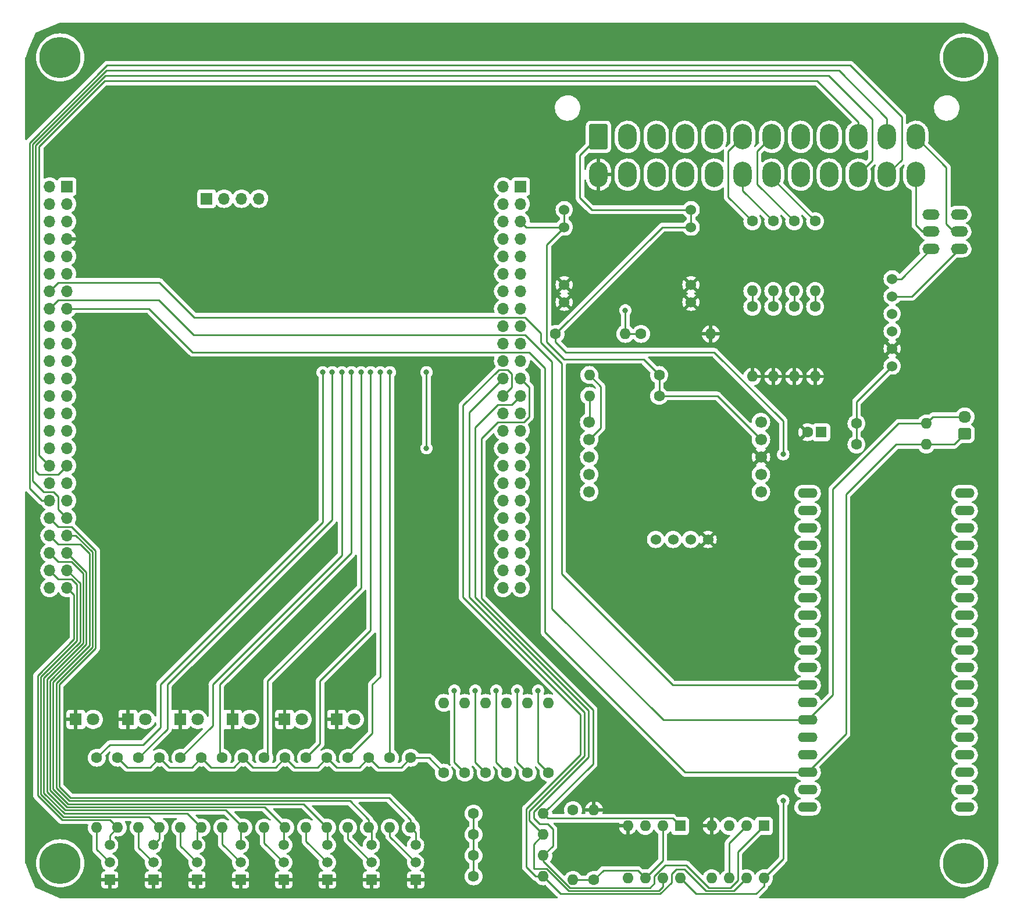
<source format=gbr>
%TF.GenerationSoftware,KiCad,Pcbnew,7.0.7*%
%TF.CreationDate,2023-09-23T19:24:03+09:00*%
%TF.ProjectId,TMA-1,544d412d-312e-46b6-9963-61645f706362,rev?*%
%TF.SameCoordinates,Original*%
%TF.FileFunction,Copper,L1,Top*%
%TF.FilePolarity,Positive*%
%FSLAX46Y46*%
G04 Gerber Fmt 4.6, Leading zero omitted, Abs format (unit mm)*
G04 Created by KiCad (PCBNEW 7.0.7) date 2023-09-23 19:24:03*
%MOMM*%
%LPD*%
G01*
G04 APERTURE LIST*
G04 Aperture macros list*
%AMRoundRect*
0 Rectangle with rounded corners*
0 $1 Rounding radius*
0 $2 $3 $4 $5 $6 $7 $8 $9 X,Y pos of 4 corners*
0 Add a 4 corners polygon primitive as box body*
4,1,4,$2,$3,$4,$5,$6,$7,$8,$9,$2,$3,0*
0 Add four circle primitives for the rounded corners*
1,1,$1+$1,$2,$3*
1,1,$1+$1,$4,$5*
1,1,$1+$1,$6,$7*
1,1,$1+$1,$8,$9*
0 Add four rect primitives between the rounded corners*
20,1,$1+$1,$2,$3,$4,$5,0*
20,1,$1+$1,$4,$5,$6,$7,0*
20,1,$1+$1,$6,$7,$8,$9,0*
20,1,$1+$1,$8,$9,$2,$3,0*%
G04 Aperture macros list end*
%TA.AperFunction,ComponentPad*%
%ADD10O,2.844800X1.422400*%
%TD*%
%TA.AperFunction,ComponentPad*%
%ADD11C,1.600000*%
%TD*%
%TA.AperFunction,ComponentPad*%
%ADD12O,1.600000X1.600000*%
%TD*%
%TA.AperFunction,ComponentPad*%
%ADD13R,1.500000X1.500000*%
%TD*%
%TA.AperFunction,ComponentPad*%
%ADD14C,1.500000*%
%TD*%
%TA.AperFunction,ComponentPad*%
%ADD15R,1.800000X1.800000*%
%TD*%
%TA.AperFunction,ComponentPad*%
%ADD16C,1.800000*%
%TD*%
%TA.AperFunction,ComponentPad*%
%ADD17C,1.524000*%
%TD*%
%TA.AperFunction,ComponentPad*%
%ADD18R,1.600000X1.600000*%
%TD*%
%TA.AperFunction,ComponentPad*%
%ADD19O,2.500000X1.500000*%
%TD*%
%TA.AperFunction,ComponentPad*%
%ADD20C,6.000000*%
%TD*%
%TA.AperFunction,ComponentPad*%
%ADD21RoundRect,0.250000X0.675000X-0.600000X0.675000X0.600000X-0.675000X0.600000X-0.675000X-0.600000X0*%
%TD*%
%TA.AperFunction,ComponentPad*%
%ADD22O,1.850000X1.700000*%
%TD*%
%TA.AperFunction,ComponentPad*%
%ADD23C,1.700000*%
%TD*%
%TA.AperFunction,ComponentPad*%
%ADD24O,2.700000X3.700000*%
%TD*%
%TA.AperFunction,ComponentPad*%
%ADD25RoundRect,0.250001X-1.099999X-1.599999X1.099999X-1.599999X1.099999X1.599999X-1.099999X1.599999X0*%
%TD*%
%TA.AperFunction,ComponentPad*%
%ADD26O,1.700000X1.700000*%
%TD*%
%TA.AperFunction,ComponentPad*%
%ADD27R,1.700000X1.700000*%
%TD*%
%TA.AperFunction,ViaPad*%
%ADD28C,0.800000*%
%TD*%
%TA.AperFunction,Conductor*%
%ADD29C,0.250000*%
%TD*%
G04 APERTURE END LIST*
D10*
%TO.P,U2,3V3,3.3V*%
%TO.N,+3.3V*%
X210439000Y-144867000D03*
%TO.P,U2,EN,EN*%
%TO.N,Net-(C2-Pad1)*%
X210439000Y-142327000D03*
%TO.P,U2,GND@1,GND@1*%
%TO.N,unconnected-(U2-PadGND@1)*%
X210439000Y-111847000D03*
%TO.P,U2,GND@2,GND@2*%
%TO.N,unconnected-(U2-PadGND@2)*%
X187579000Y-144867000D03*
%TO.P,U2,GND@3,GND@3*%
%TO.N,unconnected-(U2-PadGND@3)*%
X187579000Y-129627000D03*
%TO.P,U2,GPIO0,GPIO0*%
%TO.N,unconnected-(U2-PadGPIO0)*%
X187579000Y-111847000D03*
%TO.P,U2,GPIO2,GPIO2*%
%TO.N,unconnected-(U2-PadGPIO2)*%
X187579000Y-109307000D03*
%TO.P,U2,GPIO4,GPIO4*%
%TO.N,unconnected-(U2-PadGPIO4)*%
X187579000Y-114387000D03*
%TO.P,U2,GPIO5,GPIO5*%
%TO.N,unconnected-(U2-PadGPIO5)*%
X187579000Y-122007000D03*
%TO.P,U2,GPIO6,GPIO6*%
%TO.N,unconnected-(U2-PadGPIO6)*%
X187579000Y-99147000D03*
%TO.P,U2,GPIO7,GPIO7*%
%TO.N,unconnected-(U2-PadGPIO7)*%
X187579000Y-101687000D03*
%TO.P,U2,GPIO8,GPIO8*%
%TO.N,unconnected-(U2-PadGPIO8)*%
X187579000Y-104227000D03*
%TO.P,U2,GPIO9,GPIO9*%
%TO.N,unconnected-(U2-PadGPIO9)*%
X210439000Y-106767000D03*
%TO.P,U2,GPIO10,GPIO10*%
%TO.N,unconnected-(U2-PadGPIO10)*%
X210439000Y-104227000D03*
%TO.P,U2,GPIO11,GPIO11*%
%TO.N,unconnected-(U2-PadGPIO11)*%
X210439000Y-101687000D03*
%TO.P,U2,GPIO12,GPIO12*%
%TO.N,unconnected-(U2-PadGPIO12)*%
X210439000Y-114387000D03*
%TO.P,U2,GPIO13,GPIO13*%
%TO.N,unconnected-(U2-PadGPIO13)*%
X210439000Y-109307000D03*
%TO.P,U2,GPIO14,GPIO14*%
%TO.N,unconnected-(U2-PadGPIO14)*%
X210439000Y-116927000D03*
%TO.P,U2,GPIO15,GPIO15*%
%TO.N,unconnected-(U2-PadGPIO15)*%
X187579000Y-106767000D03*
%TO.P,U2,GPIO16,GPIO16*%
%TO.N,unconnected-(U2-PadGPIO16)*%
X187579000Y-116927000D03*
%TO.P,U2,GPIO17,GPIO17*%
%TO.N,unconnected-(U2-PadGPIO17)*%
X187579000Y-119467000D03*
%TO.P,U2,GPIO18,GPIO18*%
%TO.N,unconnected-(U2-PadGPIO18)*%
X187579000Y-124547000D03*
%TO.P,U2,GPIO19,GPIO19*%
%TO.N,/ESP_COMM*%
X187579000Y-127087000D03*
%TO.P,U2,GPIO21,GPIO21*%
%TO.N,/ESP_I2C_SCL*%
X187579000Y-132167000D03*
%TO.P,U2,GPIO22,GPIO22*%
%TO.N,/ESP_I2C_SDA*%
X187579000Y-139787000D03*
%TO.P,U2,GPIO23,GPIO23*%
%TO.N,unconnected-(U2-PadGPIO23)*%
X187579000Y-142327000D03*
%TO.P,U2,GPIO25,GPIO25*%
%TO.N,unconnected-(U2-PadGPIO25)*%
X210439000Y-124547000D03*
%TO.P,U2,GPIO26,GPIO26*%
%TO.N,unconnected-(U2-PadGPIO26)*%
X210439000Y-122007000D03*
%TO.P,U2,GPIO27,GPIO27*%
%TO.N,unconnected-(U2-PadGPIO27)*%
X210439000Y-119467000D03*
%TO.P,U2,GPIO32,GPIO32*%
%TO.N,unconnected-(U2-PadGPIO32)*%
X210439000Y-129627000D03*
%TO.P,U2,GPIO33,GPIO33*%
%TO.N,unconnected-(U2-PadGPIO33)*%
X210439000Y-127087000D03*
%TO.P,U2,GPIO34,GPIO34*%
%TO.N,unconnected-(U2-PadGPIO34)*%
X210439000Y-134707000D03*
%TO.P,U2,GPIO35,GPIO35*%
%TO.N,unconnected-(U2-PadGPIO35)*%
X210439000Y-132167000D03*
%TO.P,U2,GPIO36,GPIO36*%
%TO.N,unconnected-(U2-PadGPIO36)*%
X210439000Y-139787000D03*
%TO.P,U2,GPIO39,GPIO39*%
%TO.N,unconnected-(U2-PadGPIO39)*%
X210439000Y-137247000D03*
%TO.P,U2,RX0,RX0*%
%TO.N,unconnected-(U2-PadRX0)*%
X187579000Y-134707000D03*
%TO.P,U2,TX0,TX0*%
%TO.N,unconnected-(U2-PadTX0)*%
X187579000Y-137247000D03*
%TO.P,U2,VIN,VIN*%
%TO.N,unconnected-(U2-PadVIN)*%
X210439000Y-99147000D03*
%TD*%
D11*
%TO.P,R6,1*%
%TO.N,/LED_{TELEMETRY}*%
X149860000Y-139827000D03*
D12*
%TO.P,R6,2*%
%TO.N,Net-(D6-A)*%
X149860000Y-129667000D03*
%TD*%
D13*
%TO.P,Q5,1,E*%
%TO.N,GND*%
X111306000Y-155448000D03*
D14*
%TO.P,Q5,2,B*%
%TO.N,Net-(Q5-B)*%
X111306000Y-152908000D03*
%TO.P,Q5,3,C*%
%TO.N,/STM_DIN4*%
X111306000Y-150368000D03*
%TD*%
D11*
%TO.P,R3,1*%
%TO.N,/LED_{HEARTBEAT}*%
X140716000Y-139827000D03*
D12*
%TO.P,R3,2*%
%TO.N,Net-(D3-A)*%
X140716000Y-129667000D03*
%TD*%
D11*
%TO.P,R4,1*%
%TO.N,/LED_{SD}*%
X143764000Y-139827000D03*
D12*
%TO.P,R4,2*%
%TO.N,Net-(D4-A)*%
X143764000Y-129667000D03*
%TD*%
D11*
%TO.P,R18,1*%
%TO.N,+3.3V*%
X117602000Y-137668000D03*
D12*
%TO.P,R18,2*%
%TO.N,/STM_DIN5*%
X117602000Y-147828000D03*
%TD*%
D15*
%TO.P,D4,1,K*%
%TO.N,GND*%
X103826000Y-132080000D03*
D16*
%TO.P,D4,2,A*%
%TO.N,Net-(D4-A)*%
X106366000Y-132080000D03*
%TD*%
D11*
%TO.P,R38,1*%
%TO.N,+3.3V*%
X138938000Y-154940000D03*
D12*
%TO.P,R38,2*%
%TO.N,/STM_PIN3*%
X149098000Y-154940000D03*
%TD*%
D11*
%TO.P,R19,1*%
%TO.N,/DIN6*%
X120650000Y-137668000D03*
D12*
%TO.P,R19,2*%
%TO.N,Net-(Q7-B)*%
X120650000Y-147828000D03*
%TD*%
D11*
%TO.P,R8,1*%
%TO.N,+3.3V*%
X87122000Y-137668000D03*
D12*
%TO.P,R8,2*%
%TO.N,/STM_DIN0*%
X87122000Y-147828000D03*
%TD*%
D11*
%TO.P,R42,1*%
%TO.N,+3.3V*%
X194691000Y-92035000D03*
D12*
%TO.P,R42,2*%
%TO.N,/ESP_I2C_SDA*%
X204851000Y-92035000D03*
%TD*%
D11*
%TO.P,R31,1*%
%TO.N,/AIN3*%
X188671200Y-59537600D03*
D12*
%TO.P,R31,2*%
%TO.N,/STM_AIN3*%
X188671200Y-69697600D03*
%TD*%
D11*
%TO.P,R32,1*%
%TO.N,/STM_AIN3*%
X188671200Y-71983600D03*
D12*
%TO.P,R32,2*%
%TO.N,GND*%
X188671200Y-82143600D03*
%TD*%
D15*
%TO.P,D5,1,K*%
%TO.N,GND*%
X111426000Y-132080000D03*
D16*
%TO.P,D5,2,A*%
%TO.N,Net-(D5-A)*%
X113966000Y-132080000D03*
%TD*%
D11*
%TO.P,R37,1*%
%TO.N,+3.3V*%
X138938000Y-151892000D03*
D12*
%TO.P,R37,2*%
%TO.N,/STM_PIN2*%
X149098000Y-151892000D03*
%TD*%
D15*
%TO.P,D3,1,K*%
%TO.N,GND*%
X96226000Y-132080000D03*
D16*
%TO.P,D3,2,A*%
%TO.N,Net-(D3-A)*%
X98766000Y-132080000D03*
%TD*%
D11*
%TO.P,R17,1*%
%TO.N,/DIN5*%
X114554000Y-137668000D03*
D12*
%TO.P,R17,2*%
%TO.N,Net-(Q6-B)*%
X114554000Y-147828000D03*
%TD*%
D17*
%TO.P,U7,1,VCC*%
%TO.N,+3.3V*%
X165450000Y-105867000D03*
%TO.P,U7,2,RX*%
%TO.N,/GPS_UART_TX*%
X167990000Y-105867000D03*
%TO.P,U7,3,TX*%
%TO.N,/GPS_UART_RX*%
X170530000Y-105867000D03*
%TO.P,U7,4,GND*%
%TO.N,GND*%
X173070000Y-105867000D03*
%TD*%
D11*
%TO.P,R29,1*%
%TO.N,/AIN2*%
X185623200Y-59537600D03*
D12*
%TO.P,R29,2*%
%TO.N,/STM_AIN2*%
X185623200Y-69697600D03*
%TD*%
D11*
%TO.P,R35,1*%
%TO.N,+3.3V*%
X153416000Y-145288000D03*
D12*
%TO.P,R35,2*%
%TO.N,VAA*%
X153416000Y-155448000D03*
%TD*%
D11*
%TO.P,R9,1*%
%TO.N,/DIN1*%
X90170000Y-137668000D03*
D12*
%TO.P,R9,2*%
%TO.N,Net-(Q2-B)*%
X90170000Y-147828000D03*
%TD*%
D13*
%TO.P,Q6,1,E*%
%TO.N,GND*%
X117656000Y-155448000D03*
D14*
%TO.P,Q6,2,B*%
%TO.N,Net-(Q6-B)*%
X117656000Y-152908000D03*
%TO.P,Q6,3,C*%
%TO.N,/STM_DIN5*%
X117656000Y-150368000D03*
%TD*%
D13*
%TO.P,Q7,1,E*%
%TO.N,GND*%
X124058000Y-155448000D03*
D14*
%TO.P,Q7,2,B*%
%TO.N,Net-(Q7-B)*%
X124058000Y-152908000D03*
%TO.P,Q7,3,C*%
%TO.N,/STM_DIN6*%
X124058000Y-150368000D03*
%TD*%
D18*
%TO.P,U5,1*%
%TO.N,/STM_PIN2*%
X181219000Y-147584000D03*
D12*
%TO.P,U5,2,-*%
%TO.N,VAA*%
X178679000Y-147584000D03*
%TO.P,U5,3,+*%
%TO.N,/PIN2*%
X176139000Y-147584000D03*
%TO.P,U5,4,V-*%
%TO.N,GND*%
X173599000Y-147584000D03*
%TO.P,U5,5,+*%
%TO.N,/PIN3*%
X173599000Y-155204000D03*
%TO.P,U5,6,-*%
%TO.N,VAA*%
X176139000Y-155204000D03*
%TO.P,U5,7*%
%TO.N,/STM_PIN3*%
X178679000Y-155204000D03*
%TO.P,U5,8,V+*%
%TO.N,VBUS*%
X181219000Y-155204000D03*
%TD*%
D11*
%TO.P,R27,1*%
%TO.N,/AIN1*%
X182575200Y-59537600D03*
D12*
%TO.P,R27,2*%
%TO.N,/STM_AIN1*%
X182575200Y-69697600D03*
%TD*%
D11*
%TO.P,R41,1*%
%TO.N,+3.3V*%
X194691000Y-88987000D03*
D12*
%TO.P,R41,2*%
%TO.N,/ESP_I2C_SCL*%
X204851000Y-88987000D03*
%TD*%
D19*
%TO.P,SW1,1,1*%
%TO.N,Net-(U8-CANL)*%
X205577000Y-63547000D03*
%TO.P,SW1,2*%
%TO.N,N/C*%
X205577000Y-58547000D03*
%TO.P,SW1,3,3*%
%TO.N,/CANL*%
X205577000Y-61047000D03*
%TO.P,SW1,4,4*%
%TO.N,Net-(U8-CANH)*%
X209677000Y-63547000D03*
%TO.P,SW1,5*%
%TO.N,N/C*%
X209677000Y-58547000D03*
%TO.P,SW1,6,6*%
%TO.N,/CANH*%
X209677000Y-61047000D03*
%TD*%
D11*
%TO.P,R14,1*%
%TO.N,+3.3V*%
X105410000Y-137668000D03*
D12*
%TO.P,R14,2*%
%TO.N,/STM_DIN3*%
X105410000Y-147828000D03*
%TD*%
D20*
%TO.P,REF\u002A\u002A,1*%
%TO.N,N/C*%
X78740000Y-35687000D03*
%TD*%
%TO.P,REF\u002A\u002A,1*%
%TO.N,N/C*%
X210312000Y-35687000D03*
%TD*%
D11*
%TO.P,R15,1*%
%TO.N,/DIN4*%
X108458000Y-137668000D03*
D12*
%TO.P,R15,2*%
%TO.N,Net-(Q5-B)*%
X108458000Y-147828000D03*
%TD*%
D11*
%TO.P,R24,1*%
%TO.N,/V_{SENSE}*%
X163322000Y-75946000D03*
D12*
%TO.P,R24,2*%
%TO.N,GND*%
X173482000Y-75946000D03*
%TD*%
D11*
%TO.P,R2,1*%
%TO.N,/LED_{ERR}*%
X137654000Y-139827000D03*
D12*
%TO.P,R2,2*%
%TO.N,Net-(D2-A)*%
X137654000Y-129667000D03*
%TD*%
D17*
%TO.P,U8,1,3V3*%
%TO.N,+3.3V*%
X199898000Y-80623000D03*
%TO.P,U8,2,GND*%
%TO.N,GND*%
X199898000Y-78083000D03*
%TO.P,U8,3,CTX*%
%TO.N,/CTX*%
X199898000Y-75543000D03*
%TO.P,U8,4,CRX*%
%TO.N,/CRX*%
X199898000Y-73003000D03*
%TO.P,U8,5,CANH*%
%TO.N,Net-(U8-CANH)*%
X199898000Y-70463000D03*
%TO.P,U8,6,CANL*%
%TO.N,Net-(U8-CANL)*%
X199898000Y-67923000D03*
%TD*%
D20*
%TO.P,REF\u002A\u002A,1*%
%TO.N,N/C*%
X210312000Y-153035000D03*
%TD*%
D11*
%TO.P,R11,1*%
%TO.N,/DIN2*%
X96266000Y-137668000D03*
D12*
%TO.P,R11,2*%
%TO.N,Net-(Q3-B)*%
X96266000Y-147828000D03*
%TD*%
D11*
%TO.P,R23,1*%
%TO.N,VBUS*%
X150876000Y-75946000D03*
D12*
%TO.P,R23,2*%
%TO.N,/V_{SENSE}*%
X161036000Y-75946000D03*
%TD*%
D11*
%TO.P,R21,1*%
%TO.N,/DIN7*%
X126746000Y-137668000D03*
D12*
%TO.P,R21,2*%
%TO.N,Net-(Q8-B)*%
X126746000Y-147828000D03*
%TD*%
D11*
%TO.P,R26,1*%
%TO.N,/STM_AIN0*%
X179527200Y-71983600D03*
D12*
%TO.P,R26,2*%
%TO.N,GND*%
X179527200Y-82143600D03*
%TD*%
D13*
%TO.P,Q2,1,E*%
%TO.N,GND*%
X92308000Y-155448000D03*
D14*
%TO.P,Q2,2,B*%
%TO.N,Net-(Q2-B)*%
X92308000Y-152908000D03*
%TO.P,Q2,3,C*%
%TO.N,/STM_DIN1*%
X92308000Y-150368000D03*
%TD*%
D11*
%TO.P,R13,1*%
%TO.N,/DIN3*%
X102362000Y-137668000D03*
D12*
%TO.P,R13,2*%
%TO.N,Net-(Q4-B)*%
X102362000Y-147828000D03*
%TD*%
D11*
%TO.P,R30,1*%
%TO.N,/STM_AIN2*%
X185623200Y-71983600D03*
D12*
%TO.P,R30,2*%
%TO.N,GND*%
X185623200Y-82143600D03*
%TD*%
D21*
%TO.P,J2,1,Pin_1*%
%TO.N,/ESP_I2C_SDA*%
X210439000Y-90511000D03*
D22*
%TO.P,J2,2,Pin_2*%
%TO.N,/ESP_I2C_SCL*%
X210439000Y-88011000D03*
%TD*%
D11*
%TO.P,R33,1*%
%TO.N,+3.3V*%
X138938000Y-145796000D03*
D12*
%TO.P,R33,2*%
%TO.N,/STM_PIN0*%
X149098000Y-145796000D03*
%TD*%
D13*
%TO.P,Q3,1,E*%
%TO.N,GND*%
X98658000Y-155448000D03*
D14*
%TO.P,Q3,2,B*%
%TO.N,Net-(Q3-B)*%
X98658000Y-152908000D03*
%TO.P,Q3,3,C*%
%TO.N,/STM_DIN2*%
X98658000Y-150368000D03*
%TD*%
D11*
%TO.P,R28,1*%
%TO.N,/STM_AIN1*%
X182575200Y-71983600D03*
D12*
%TO.P,R28,2*%
%TO.N,GND*%
X182575200Y-82143600D03*
%TD*%
D11*
%TO.P,R5,1*%
%TO.N,/LED_{CAN}*%
X146812000Y-139827000D03*
D12*
%TO.P,R5,2*%
%TO.N,Net-(D5-A)*%
X146812000Y-129667000D03*
%TD*%
D11*
%TO.P,R40,1*%
%TO.N,+3.3V*%
X165959000Y-81915000D03*
D12*
%TO.P,R40,2*%
%TO.N,/ACC_I2C_SDA*%
X155799000Y-81915000D03*
%TD*%
D13*
%TO.P,Q8,1,E*%
%TO.N,GND*%
X130512000Y-155448000D03*
D14*
%TO.P,Q8,2,B*%
%TO.N,Net-(Q8-B)*%
X130512000Y-152908000D03*
%TO.P,Q8,3,C*%
%TO.N,/STM_DIN7*%
X130512000Y-150368000D03*
%TD*%
D11*
%TO.P,R36,1*%
%TO.N,VAA*%
X156464000Y-155448000D03*
D12*
%TO.P,R36,2*%
%TO.N,GND*%
X156464000Y-145288000D03*
%TD*%
D11*
%TO.P,R25,1*%
%TO.N,/AIN0*%
X179527200Y-59537600D03*
D12*
%TO.P,R25,2*%
%TO.N,/STM_AIN0*%
X179527200Y-69697600D03*
%TD*%
D11*
%TO.P,R10,1*%
%TO.N,+3.3V*%
X93218000Y-137668000D03*
D12*
%TO.P,R10,2*%
%TO.N,/STM_DIN1*%
X93218000Y-147828000D03*
%TD*%
D23*
%TO.P,U6,1,3V3*%
%TO.N,+3.3V*%
X180775000Y-91313000D03*
%TO.P,U6,2,GND*%
%TO.N,GND*%
X180775000Y-93853000D03*
%TO.P,U6,6,Vs*%
%TO.N,unconnected-(U6-Vs-Pad6)*%
X180775000Y-96393000D03*
%TO.P,U6,7,~{CS}*%
%TO.N,+3.3V*%
X180775000Y-98933000D03*
%TO.P,U6,8,INT1*%
%TO.N,unconnected-(U6-INT1-Pad8)*%
X155775000Y-98933000D03*
%TO.P,U6,9,INT2*%
%TO.N,unconnected-(U6-INT2-Pad9)*%
X155775000Y-96393000D03*
%TO.P,U6,12,SDO/ADDR*%
%TO.N,unconnected-(U6-SDO{slash}ADDR-Pad12)*%
X155775000Y-93853000D03*
%TO.P,U6,13,SDA*%
%TO.N,/ACC_I2C_SDA*%
X155775000Y-91313000D03*
%TO.P,U6,14,SCL/SCLK*%
%TO.N,/ACC_I2C_SCL*%
X155775000Y-88773000D03*
%TO.P,U6,22,5V*%
%TO.N,unconnected-(U6-5V-Pad22)*%
X180775000Y-88773000D03*
%TD*%
D15*
%TO.P,D2,1,K*%
%TO.N,GND*%
X88626000Y-132080000D03*
D16*
%TO.P,D2,2,A*%
%TO.N,Net-(D2-A)*%
X91166000Y-132080000D03*
%TD*%
D15*
%TO.P,D1,1,K*%
%TO.N,GND*%
X81026000Y-132080000D03*
D16*
%TO.P,D1,2,A*%
%TO.N,Net-(D1-A)*%
X83566000Y-132080000D03*
%TD*%
D24*
%TO.P,J1,24,Pin_24*%
%TO.N,/CANL*%
X203336000Y-52744000D03*
%TO.P,J1,23,Pin_23*%
%TO.N,/LOG_UART_RX*%
X199136000Y-52744000D03*
%TO.P,J1,22,Pin_22*%
%TO.N,/DEBUG_UART_RX*%
X194936000Y-52744000D03*
%TO.P,J1,21,Pin_21*%
%TO.N,/PIN3*%
X190736000Y-52744000D03*
%TO.P,J1,20,Pin_20*%
%TO.N,/PIN1*%
X186536000Y-52744000D03*
%TO.P,J1,19,Pin_19*%
%TO.N,/AIN3*%
X182336000Y-52744000D03*
%TO.P,J1,18,Pin_18*%
%TO.N,/AIN1*%
X178136000Y-52744000D03*
%TO.P,J1,17,Pin_17*%
%TO.N,/DIN7*%
X173936000Y-52744000D03*
%TO.P,J1,16,Pin_16*%
%TO.N,/DIN5*%
X169736000Y-52744000D03*
%TO.P,J1,15,Pin_15*%
%TO.N,/DIN3*%
X165536000Y-52744000D03*
%TO.P,J1,14,Pin_14*%
%TO.N,/DIN1*%
X161336000Y-52744000D03*
%TO.P,J1,13,Pin_13*%
%TO.N,GND*%
X157136000Y-52744000D03*
%TO.P,J1,12,Pin_12*%
%TO.N,/CANH*%
X203336000Y-47244000D03*
%TO.P,J1,11,Pin_11*%
%TO.N,/LOG_UART_TX*%
X199136000Y-47244000D03*
%TO.P,J1,10,Pin_10*%
%TO.N,/DEBUG_UART_TX*%
X194936000Y-47244000D03*
%TO.P,J1,9,Pin_9*%
%TO.N,/PIN2*%
X190736000Y-47244000D03*
%TO.P,J1,8,Pin_8*%
%TO.N,/PIN0*%
X186536000Y-47244000D03*
%TO.P,J1,7,Pin_7*%
%TO.N,/AIN2*%
X182336000Y-47244000D03*
%TO.P,J1,6,Pin_6*%
%TO.N,/AIN0*%
X178136000Y-47244000D03*
%TO.P,J1,5,Pin_5*%
%TO.N,/DIN6*%
X173936000Y-47244000D03*
%TO.P,J1,4,Pin_4*%
%TO.N,/DIN4*%
X169736000Y-47244000D03*
%TO.P,J1,3,Pin_3*%
%TO.N,/DIN2*%
X165536000Y-47244000D03*
%TO.P,J1,2,Pin_2*%
%TO.N,/DIN0*%
X161336000Y-47244000D03*
D25*
%TO.P,J1,1,Pin_1*%
%TO.N,VBUS*%
X157136000Y-47244000D03*
%TD*%
D18*
%TO.P,U4,1*%
%TO.N,/STM_PIN0*%
X169027000Y-147584000D03*
D12*
%TO.P,U4,2,-*%
%TO.N,VAA*%
X166487000Y-147584000D03*
%TO.P,U4,3,+*%
%TO.N,/PIN0*%
X163947000Y-147584000D03*
%TO.P,U4,4,V-*%
%TO.N,GND*%
X161407000Y-147584000D03*
%TO.P,U4,5,+*%
%TO.N,/PIN1*%
X161407000Y-155204000D03*
%TO.P,U4,6,-*%
%TO.N,VAA*%
X163947000Y-155204000D03*
%TO.P,U4,7*%
%TO.N,/STM_PIN1*%
X166487000Y-155204000D03*
%TO.P,U4,8,V+*%
%TO.N,VBUS*%
X169027000Y-155204000D03*
%TD*%
D11*
%TO.P,R1,1*%
%TO.N,+3.3V*%
X134620000Y-139827000D03*
D12*
%TO.P,R1,2*%
%TO.N,Net-(D1-A)*%
X134620000Y-129667000D03*
%TD*%
D11*
%TO.P,R39,1*%
%TO.N,+3.3V*%
X165959000Y-84963000D03*
D12*
%TO.P,R39,2*%
%TO.N,/ACC_I2C_SCL*%
X155799000Y-84963000D03*
%TD*%
D11*
%TO.P,R20,1*%
%TO.N,+3.3V*%
X123698000Y-137668000D03*
D12*
%TO.P,R20,2*%
%TO.N,/STM_DIN6*%
X123698000Y-147828000D03*
%TD*%
D17*
%TO.P,U3,1,IN*%
%TO.N,VBUS*%
X170606000Y-57848500D03*
X170606000Y-60388500D03*
%TO.P,U3,2,GND*%
%TO.N,GND*%
X170606000Y-68788500D03*
X170606000Y-71328500D03*
%TO.P,U3,3,OUT*%
%TO.N,+3.3V*%
X152146000Y-57848500D03*
X152146000Y-60388500D03*
%TO.P,U3,4,GND*%
%TO.N,GND*%
X152146000Y-68788500D03*
X152146000Y-71328500D03*
%TD*%
D13*
%TO.P,Q4,1,E*%
%TO.N,GND*%
X105008000Y-155448000D03*
D14*
%TO.P,Q4,2,B*%
%TO.N,Net-(Q4-B)*%
X105008000Y-152908000D03*
%TO.P,Q4,3,C*%
%TO.N,/STM_DIN3*%
X105008000Y-150368000D03*
%TD*%
D18*
%TO.P,C2,1*%
%TO.N,Net-(C2-Pad1)*%
X189550113Y-90257000D03*
D11*
%TO.P,C2,2*%
%TO.N,GND*%
X187550113Y-90257000D03*
%TD*%
%TO.P,R22,1*%
%TO.N,+3.3V*%
X129794000Y-137668000D03*
D12*
%TO.P,R22,2*%
%TO.N,/STM_DIN7*%
X129794000Y-147828000D03*
%TD*%
D20*
%TO.P,REF\u002A\u002A,1*%
%TO.N,N/C*%
X78740000Y-153035000D03*
%TD*%
D15*
%TO.P,D6,1,K*%
%TO.N,GND*%
X119026000Y-132080000D03*
D16*
%TO.P,D6,2,A*%
%TO.N,Net-(D6-A)*%
X121566000Y-132080000D03*
%TD*%
D11*
%TO.P,R16,1*%
%TO.N,+3.3V*%
X111506000Y-137668000D03*
D12*
%TO.P,R16,2*%
%TO.N,/STM_DIN4*%
X111506000Y-147828000D03*
%TD*%
D26*
%TO.P,U1,10,VSS*%
%TO.N,GND*%
X79756000Y-62103000D03*
%TO.P,U1,15,PC0*%
%TO.N,/STM_AIN0*%
X145798200Y-74803000D03*
%TO.P,U1,16,PC1*%
%TO.N,/STM_AIN1*%
X143258200Y-74803000D03*
%TO.P,U1,17,PC2*%
%TO.N,/STM_AIN2*%
X145798200Y-77343000D03*
%TO.P,U1,18,PC3*%
%TO.N,/STM_AIN3*%
X143258200Y-77343000D03*
%TO.P,U1,23,PA0*%
%TO.N,/STM_PIN0*%
X145798200Y-82423000D03*
%TO.P,U1,24,PA1*%
%TO.N,/STM_PIN1*%
X143258200Y-82423000D03*
%TO.P,U1,25,PA2*%
%TO.N,/STM_PIN2*%
X145798200Y-84963000D03*
%TO.P,U1,26,PA3*%
%TO.N,/STM_PIN3*%
X143258200Y-84963000D03*
%TO.P,U1,34,PC5*%
%TO.N,/V_{SENSE}*%
X143258200Y-92583000D03*
%TO.P,U1,41,PE10*%
%TO.N,unconnected-(U1-PE10-Pad41)*%
X143258200Y-100203000D03*
%TO.P,U1,42,PE11*%
%TO.N,/LED_{ERR}*%
X145798200Y-102743000D03*
%TO.P,U1,43,PE12*%
%TO.N,/LED_{HEARTBEAT}*%
X143258200Y-102743000D03*
%TO.P,U1,44,PE13*%
%TO.N,/LED_{SD}*%
X145798200Y-105283000D03*
%TO.P,U1,45,PE14*%
%TO.N,/LED_{CAN}*%
X143258200Y-105283000D03*
%TO.P,U1,46,PE15*%
%TO.N,/LED_{TELEMETRY}*%
X145798200Y-107823000D03*
%TO.P,U1,47,PB10*%
%TO.N,unconnected-(U1-PB10-Pad47)*%
X143258200Y-107823000D03*
%TO.P,U1,48,PB11*%
%TO.N,unconnected-(U1-PB11-Pad48)*%
X145798200Y-110363000D03*
%TO.P,U1,55,PD8*%
%TO.N,/STM_DIN0*%
X79756000Y-112903000D03*
%TO.P,U1,56,PD9*%
%TO.N,/STM_DIN1*%
X77216000Y-110363000D03*
%TO.P,U1,57,PD10*%
%TO.N,/STM_DIN2*%
X79756000Y-110363000D03*
%TO.P,U1,58,PD11*%
%TO.N,/STM_DIN3*%
X77216000Y-107823000D03*
%TO.P,U1,59,PD12*%
%TO.N,/STM_DIN4*%
X79756000Y-107823000D03*
%TO.P,U1,60,PD13*%
%TO.N,/STM_DIN5*%
X77216000Y-105283000D03*
%TO.P,U1,61,PD14*%
%TO.N,/STM_DIN6*%
X79756000Y-105283000D03*
%TO.P,U1,62,PD15*%
%TO.N,/STM_DIN7*%
X77216000Y-102743000D03*
%TO.P,U1,63,PC6*%
%TO.N,/LOG_UART_TX*%
X79756000Y-102743000D03*
%TO.P,U1,64,PC7*%
%TO.N,/LOG_UART_RX*%
X77216000Y-100203000D03*
%TO.P,U1,66,PC9*%
%TO.N,/ACC_I2C_SDA*%
X77216000Y-97663000D03*
%TO.P,U1,67,PA8*%
%TO.N,/ACC_I2C_SCL*%
X79756000Y-97663000D03*
%TO.P,U1,68,PA9*%
%TO.N,/DEBUG_UART_TX*%
X77216000Y-95123000D03*
%TO.P,U1,69,PA10*%
%TO.N,/DEBUG_UART_RX*%
X79756000Y-95123000D03*
%TO.P,U1,78,PC10*%
%TO.N,/GPS_UART_TX*%
X79756000Y-90043000D03*
%TO.P,U1,79,PC11*%
%TO.N,/GPS_UART_RX*%
X77216000Y-87503000D03*
%TO.P,U1,81,PD0*%
%TO.N,/CRX*%
X77216000Y-84963000D03*
%TO.P,U1,82,PD1*%
%TO.N,/CTX*%
X79756000Y-84963000D03*
%TO.P,U1,86,PD5*%
%TO.N,unconnected-(U1-PD5-Pad86)*%
X79756000Y-79883000D03*
%TO.P,U1,87,PD6*%
%TO.N,unconnected-(U1-PD6-Pad87)*%
X77216000Y-77343000D03*
%TO.P,U1,92,PB6*%
%TO.N,/ESP_I2C_SCL*%
X77216000Y-72263000D03*
%TO.P,U1,93,PB7*%
%TO.N,/ESP_I2C_SDA*%
X79756000Y-72263000D03*
%TO.P,U1,94,BOOT0*%
%TO.N,unconnected-(U1-BOOT0-Pad94)*%
X79756000Y-59563000D03*
%TO.P,U1,95,PB8*%
%TO.N,/ESP_COMM*%
X77216000Y-69723000D03*
%TO.P,U1,100,VDD*%
%TO.N,+3.3V*%
X145798200Y-59563000D03*
D27*
%TO.P,U1,110*%
%TO.N,N/C*%
X100076000Y-56255500D03*
D26*
%TO.P,U1,111*%
X102616000Y-56255500D03*
%TO.P,U1,112*%
X105156000Y-56255500D03*
%TO.P,U1,113*%
X107696000Y-56255500D03*
%TO.P,U1,X*%
X77216000Y-57023000D03*
X77216000Y-59563000D03*
X77216000Y-62103000D03*
X77216000Y-64643000D03*
X77216000Y-67183000D03*
X77216000Y-74803000D03*
X77216000Y-79883000D03*
X77216000Y-82423000D03*
X77216000Y-90043000D03*
X77216000Y-92583000D03*
X77216000Y-112903000D03*
D27*
X79756000Y-54483000D03*
D26*
X79756000Y-57023000D03*
X79756000Y-64643000D03*
X79756000Y-67183000D03*
X79756000Y-69723000D03*
X79756000Y-74803000D03*
X79756000Y-77343000D03*
X79756000Y-82423000D03*
X79756000Y-87503000D03*
X79756000Y-92583000D03*
X79756000Y-100203000D03*
X143258200Y-54483000D03*
X143258200Y-57023000D03*
X143258200Y-59563000D03*
X143258200Y-62103000D03*
X143258200Y-64643000D03*
X143258200Y-67183000D03*
X143258200Y-69723000D03*
X143258200Y-72263000D03*
X143258200Y-79883000D03*
X143258200Y-87503000D03*
X143258200Y-90043000D03*
X143258200Y-95123000D03*
X143258200Y-97663000D03*
X143258200Y-110363000D03*
X143258200Y-112903000D03*
X145798200Y-57023000D03*
X145798200Y-62103000D03*
X145798200Y-64643000D03*
X145798200Y-67183000D03*
X145798200Y-69723000D03*
X145798200Y-72263000D03*
X145798200Y-79883000D03*
X145798200Y-87503000D03*
X145798200Y-90043000D03*
X145798200Y-92583000D03*
X145798200Y-95123000D03*
X145798200Y-97663000D03*
X145798200Y-100203000D03*
X145798200Y-112903000D03*
%TO.P,U1,x*%
X77216000Y-54483000D03*
D27*
X145798200Y-54483000D03*
%TD*%
D11*
%TO.P,R34,1*%
%TO.N,+3.3V*%
X138938000Y-148844000D03*
D12*
%TO.P,R34,2*%
%TO.N,/STM_PIN1*%
X149098000Y-148844000D03*
%TD*%
D11*
%TO.P,R7,1*%
%TO.N,/DIN0*%
X84074000Y-137668000D03*
D12*
%TO.P,R7,2*%
%TO.N,Net-(Q1-B)*%
X84074000Y-147828000D03*
%TD*%
D11*
%TO.P,R12,1*%
%TO.N,+3.3V*%
X99314000Y-137668000D03*
D12*
%TO.P,R12,2*%
%TO.N,/STM_DIN2*%
X99314000Y-147828000D03*
%TD*%
D13*
%TO.P,Q1,1,E*%
%TO.N,GND*%
X85958000Y-155448000D03*
D14*
%TO.P,Q1,2,B*%
%TO.N,Net-(Q1-B)*%
X85958000Y-152908000D03*
%TO.P,Q1,3,C*%
%TO.N,/STM_DIN0*%
X85958000Y-150368000D03*
%TD*%
D28*
%TO.N,/LED_{ERR}*%
X136144000Y-127889000D03*
%TO.N,/LED_{HEARTBEAT}*%
X139192000Y-127889000D03*
%TO.N,/LED_{SD}*%
X142240000Y-127889000D03*
%TO.N,/LED_{CAN}*%
X145288000Y-127889000D03*
%TO.N,/LED_{TELEMETRY}*%
X148336000Y-127889000D03*
%TO.N,VBUS*%
X184023000Y-93472000D03*
X184023000Y-143891000D03*
%TO.N,/DIN0*%
X116967000Y-81534000D03*
%TO.N,/DIN1*%
X118364000Y-81534000D03*
%TO.N,/DIN2*%
X119761000Y-81534000D03*
%TO.N,/DIN3*%
X121158000Y-81534000D03*
%TO.N,/DIN4*%
X122555000Y-81534000D03*
%TO.N,/DIN6*%
X125349000Y-81534000D03*
%TO.N,/DIN5*%
X123952000Y-81534000D03*
%TO.N,/DIN7*%
X126746000Y-81534000D03*
%TO.N,/V_{SENSE}*%
X161036000Y-72517000D03*
X132080000Y-92583000D03*
X132080000Y-81534000D03*
%TD*%
D29*
%TO.N,/AIN3*%
X182336000Y-53202400D02*
X188671200Y-59537600D01*
X182336000Y-52744000D02*
X182336000Y-53202400D01*
%TO.N,/AIN2*%
X180213000Y-54127400D02*
X185623200Y-59537600D01*
X180213000Y-49367000D02*
X180213000Y-54127400D01*
X182336000Y-47244000D02*
X180213000Y-49367000D01*
%TO.N,/AIN1*%
X178136000Y-55098400D02*
X182575200Y-59537600D01*
X178136000Y-52744000D02*
X178136000Y-55098400D01*
%TO.N,/AIN0*%
X176022000Y-56032400D02*
X179527200Y-59537600D01*
X176022000Y-49358000D02*
X176022000Y-56032400D01*
X178136000Y-47244000D02*
X176022000Y-49358000D01*
%TO.N,/STM_AIN3*%
X188671200Y-69697600D02*
X188671200Y-71983600D01*
%TO.N,/STM_AIN2*%
X185623200Y-69697600D02*
X185623200Y-71983600D01*
%TO.N,/STM_AIN1*%
X182575200Y-69697600D02*
X182575200Y-71983600D01*
%TO.N,/STM_AIN0*%
X179527200Y-69697600D02*
X179527200Y-71983600D01*
%TO.N,/DIN0*%
X93345000Y-127000000D02*
X116967000Y-103378000D01*
X84074000Y-137668000D02*
X85979000Y-135763000D01*
X85979000Y-135763000D02*
X90805000Y-135763000D01*
X116967000Y-103378000D02*
X116967000Y-81534000D01*
X90805000Y-135763000D02*
X93345000Y-133223000D01*
X93345000Y-133223000D02*
X93345000Y-127000000D01*
%TO.N,/LOG_UART_RX*%
X74284000Y-98414000D02*
X76073000Y-100203000D01*
X193802000Y-36830000D02*
X85593812Y-36830000D01*
X74284000Y-48139812D02*
X74284000Y-98414000D01*
X201295000Y-44323000D02*
X193802000Y-36830000D01*
X201295000Y-50585000D02*
X201295000Y-44323000D01*
X199136000Y-52744000D02*
X201295000Y-50585000D01*
X85593812Y-36830000D02*
X74284000Y-48139812D01*
X76073000Y-100203000D02*
X77216000Y-100203000D01*
%TO.N,/LOG_UART_TX*%
X199136000Y-44577000D02*
X199136000Y-47244000D01*
X192151000Y-37592000D02*
X199136000Y-44577000D01*
X74734000Y-48326208D02*
X85468208Y-37592000D01*
X74734000Y-97340000D02*
X74734000Y-48326208D01*
X76327000Y-98933000D02*
X74734000Y-97340000D01*
X85468208Y-37592000D02*
X192151000Y-37592000D01*
X77792850Y-98933000D02*
X76327000Y-98933000D01*
X78486000Y-99626150D02*
X77792850Y-98933000D01*
X78486000Y-101473000D02*
X78486000Y-99626150D01*
X79756000Y-102743000D02*
X78486000Y-101473000D01*
%TO.N,/DEBUG_UART_RX*%
X78486000Y-96393000D02*
X79756000Y-95123000D01*
X196977000Y-44704000D02*
X190627000Y-38354000D01*
X190627000Y-38354000D02*
X85342604Y-38354000D01*
X196977000Y-50703000D02*
X196977000Y-44704000D01*
X75184000Y-48512604D02*
X75184000Y-95885000D01*
X75184000Y-95885000D02*
X75692000Y-96393000D01*
X194936000Y-52744000D02*
X196977000Y-50703000D01*
X85342604Y-38354000D02*
X75184000Y-48512604D01*
X75692000Y-96393000D02*
X78486000Y-96393000D01*
%TO.N,/DEBUG_UART_TX*%
X75692000Y-93599000D02*
X77216000Y-95123000D01*
X85217000Y-39116000D02*
X75692000Y-48641000D01*
X188976000Y-39116000D02*
X85217000Y-39116000D01*
X194936000Y-47244000D02*
X194936000Y-45076000D01*
X194936000Y-45076000D02*
X188976000Y-39116000D01*
X75692000Y-48641000D02*
X75692000Y-93599000D01*
%TO.N,/STM_PIN2*%
X177419000Y-151384000D02*
X181219000Y-147584000D01*
X177419000Y-155514991D02*
X177419000Y-151384000D01*
X176353991Y-156580000D02*
X177419000Y-155514991D01*
X173217000Y-156580000D02*
X176353991Y-156580000D01*
X169926000Y-153289000D02*
X173217000Y-156580000D01*
X166811009Y-153289000D02*
X169926000Y-153289000D01*
X165227000Y-155956000D02*
X165227000Y-154873009D01*
X164610000Y-156573000D02*
X165227000Y-155956000D01*
X152291000Y-155913991D02*
X152950009Y-156573000D01*
X165227000Y-154873009D02*
X166811009Y-153289000D01*
X152291000Y-155905613D02*
X152291000Y-155913991D01*
X152950009Y-156573000D02*
X164610000Y-156573000D01*
X149098000Y-152712613D02*
X152291000Y-155905613D01*
X149098000Y-151892000D02*
X149098000Y-152712613D01*
%TO.N,/STM_PIN3*%
X167767000Y-154559000D02*
X167767000Y-155829000D01*
X168460000Y-153866000D02*
X167767000Y-154559000D01*
X169614000Y-153866000D02*
X168460000Y-153866000D01*
X172778000Y-157030000D02*
X169614000Y-153866000D01*
X176853000Y-157030000D02*
X172778000Y-157030000D01*
X178679000Y-155204000D02*
X176853000Y-157030000D01*
X151631000Y-157473000D02*
X149098000Y-154940000D01*
X167767000Y-155829000D02*
X166123000Y-157473000D01*
X166123000Y-157473000D02*
X151631000Y-157473000D01*
%TO.N,VBUS*%
X171303000Y-157480000D02*
X169027000Y-155204000D01*
X181219000Y-156347000D02*
X180086000Y-157480000D01*
X181219000Y-155204000D02*
X181219000Y-156347000D01*
X180086000Y-157480000D02*
X171303000Y-157480000D01*
%TO.N,/STM_PIN1*%
X147701000Y-150241000D02*
X149098000Y-148844000D01*
X151841000Y-156092009D02*
X149545991Y-153797000D01*
X165936604Y-157023000D02*
X152763613Y-157023000D01*
X152763613Y-157023000D02*
X151841000Y-156100387D01*
X166487000Y-156472604D02*
X165936604Y-157023000D01*
X166487000Y-155204000D02*
X166487000Y-156472604D01*
X151841000Y-156100387D02*
X151841000Y-156092009D01*
X149545991Y-153797000D02*
X147701000Y-153797000D01*
X147701000Y-153797000D02*
X147701000Y-150241000D01*
%TO.N,/STM_DIN7*%
X129794000Y-146696630D02*
X129794000Y-147828000D01*
X126585370Y-143488000D02*
X129794000Y-146696630D01*
X78613000Y-141859000D02*
X80242000Y-143488000D01*
X80242000Y-143488000D02*
X126585370Y-143488000D01*
X83900000Y-121713000D02*
X78613000Y-127000000D01*
X78613000Y-127000000D02*
X78613000Y-141859000D01*
X83900000Y-107522000D02*
X83900000Y-121713000D01*
X80391000Y-104013000D02*
X83900000Y-107522000D01*
X78486000Y-104013000D02*
X80391000Y-104013000D01*
X77216000Y-102743000D02*
X78486000Y-104013000D01*
%TO.N,/STM_DIN6*%
X81024604Y-105283000D02*
X79756000Y-105283000D01*
X83450000Y-121526604D02*
X83450000Y-107708396D01*
X78163000Y-126813604D02*
X83450000Y-121526604D01*
X80055604Y-143938000D02*
X78163000Y-142045396D01*
X120939370Y-143938000D02*
X80055604Y-143938000D01*
X123698000Y-146696630D02*
X120939370Y-143938000D01*
X78163000Y-142045396D02*
X78163000Y-126813604D01*
X123698000Y-147828000D02*
X123698000Y-146696630D01*
X83450000Y-107708396D02*
X81024604Y-105283000D01*
%TO.N,/STM_DIN5*%
X78486000Y-106553000D02*
X77216000Y-105283000D01*
X77713000Y-126627208D02*
X83000000Y-121340208D01*
X83000000Y-107894792D02*
X81658208Y-106553000D01*
X77713000Y-142231792D02*
X77713000Y-126627208D01*
X79869208Y-144388000D02*
X77713000Y-142231792D01*
X83000000Y-121340208D02*
X83000000Y-107894792D01*
X114162000Y-144388000D02*
X79869208Y-144388000D01*
X81658208Y-106553000D02*
X78486000Y-106553000D01*
X117602000Y-147828000D02*
X114162000Y-144388000D01*
%TO.N,Net-(U8-CANL)*%
X205577000Y-63547000D02*
X201201000Y-67923000D01*
X201201000Y-67923000D02*
X199898000Y-67923000D01*
%TO.N,/CANL*%
X203336000Y-52744000D02*
X203336000Y-60080000D01*
X203336000Y-60080000D02*
X204303000Y-61047000D01*
X204303000Y-61047000D02*
X205577000Y-61047000D01*
%TO.N,Net-(U8-CANH)*%
X209677000Y-63547000D02*
X202761000Y-70463000D01*
X202761000Y-70463000D02*
X199898000Y-70463000D01*
%TO.N,/CANH*%
X203336000Y-47244000D02*
X207772000Y-51680000D01*
X208875000Y-61047000D02*
X209677000Y-61047000D01*
X207772000Y-51680000D02*
X207772000Y-59944000D01*
X207772000Y-59944000D02*
X208875000Y-61047000D01*
%TO.N,/STM_PIN0*%
X147066000Y-88011000D02*
X147066000Y-83690800D01*
X140081000Y-114427000D02*
X140081000Y-91186000D01*
X169027000Y-147584000D02*
X167902000Y-146459000D01*
X156337000Y-138557000D02*
X156337000Y-130683000D01*
X149098000Y-145796000D02*
X156337000Y-138557000D01*
X146304000Y-88773000D02*
X147066000Y-88011000D01*
X140081000Y-91186000D02*
X142494000Y-88773000D01*
X142494000Y-88773000D02*
X146304000Y-88773000D01*
X147066000Y-83690800D02*
X145798200Y-82423000D01*
X149761000Y-146459000D02*
X149098000Y-145796000D01*
X156337000Y-130683000D02*
X140081000Y-114427000D01*
X167902000Y-146459000D02*
X149761000Y-146459000D01*
%TO.N,/STM_PIN1*%
X138303000Y-87378200D02*
X143258200Y-82423000D01*
X149098000Y-148844000D02*
X147066000Y-146812000D01*
X138303000Y-114300000D02*
X138303000Y-87378200D01*
X147066000Y-146812000D02*
X147066000Y-145414302D01*
X155067000Y-137413302D02*
X155067000Y-131064000D01*
X147066000Y-145414302D02*
X155067000Y-137413302D01*
X155067000Y-131064000D02*
X138303000Y-114300000D01*
%TO.N,/STM_PIN2*%
X139192000Y-114300000D02*
X139192000Y-89535000D01*
X155702000Y-130810000D02*
X139192000Y-114300000D01*
X142494000Y-86233000D02*
X144528200Y-86233000D01*
X155702000Y-137541000D02*
X155702000Y-130810000D01*
X144528200Y-86233000D02*
X145798200Y-84963000D01*
X150495000Y-148082000D02*
X149733000Y-147320000D01*
X139192000Y-89535000D02*
X142494000Y-86233000D01*
X147701000Y-145542000D02*
X155702000Y-137541000D01*
X150495000Y-150495000D02*
X150495000Y-148082000D01*
X147701000Y-146431000D02*
X147701000Y-145542000D01*
X149733000Y-147320000D02*
X148590000Y-147320000D01*
X149098000Y-151892000D02*
X150495000Y-150495000D01*
X148590000Y-147320000D02*
X147701000Y-146431000D01*
%TO.N,/STM_PIN3*%
X137414000Y-86360000D02*
X142621000Y-81153000D01*
X137414000Y-114300000D02*
X137414000Y-86360000D01*
X147966630Y-154940000D02*
X146616000Y-153589370D01*
X143891000Y-81153000D02*
X144526000Y-81788000D01*
X139319000Y-116205000D02*
X137414000Y-114300000D01*
X144526000Y-83695200D02*
X143258200Y-84963000D01*
X144526000Y-81788000D02*
X144526000Y-83695200D01*
X154494802Y-131382198D02*
X139319000Y-116206396D01*
X142621000Y-81153000D02*
X143891000Y-81153000D01*
X154494802Y-137224198D02*
X154494802Y-131382198D01*
X139319000Y-116206396D02*
X139319000Y-116205000D01*
X146616000Y-153589370D02*
X146616000Y-145103000D01*
X146616000Y-145103000D02*
X154494802Y-137224198D01*
X149098000Y-154940000D02*
X147966630Y-154940000D01*
%TO.N,/LED_{ERR}*%
X137654000Y-139827000D02*
X136144000Y-138317000D01*
X136144000Y-138317000D02*
X136144000Y-138176000D01*
X136144000Y-138176000D02*
X136144000Y-127889000D01*
%TO.N,/LED_{HEARTBEAT}*%
X139192000Y-138303000D02*
X139192000Y-127889000D01*
X140716000Y-139827000D02*
X139192000Y-138303000D01*
%TO.N,/LED_{SD}*%
X142240000Y-138049000D02*
X142240000Y-127889000D01*
X142240000Y-138303000D02*
X142240000Y-138049000D01*
X143764000Y-139827000D02*
X142240000Y-138303000D01*
%TO.N,/LED_{CAN}*%
X145288000Y-138303000D02*
X145288000Y-138176000D01*
X146812000Y-139827000D02*
X145288000Y-138303000D01*
X145288000Y-138176000D02*
X145288000Y-127889000D01*
%TO.N,/LED_{TELEMETRY}*%
X148336000Y-138303000D02*
X149860000Y-139827000D01*
X148336000Y-127889000D02*
X148336000Y-138303000D01*
%TO.N,/STM_DIN2*%
X79375020Y-145803000D02*
X97289000Y-145803000D01*
X79756000Y-110363000D02*
X81650000Y-112257000D01*
X98658000Y-148484000D02*
X99314000Y-147828000D01*
X81650000Y-120781020D02*
X76363000Y-126068020D01*
X98658000Y-150368000D02*
X98658000Y-148484000D01*
X76363000Y-142790980D02*
X79375020Y-145803000D01*
X81650000Y-112257000D02*
X81650000Y-120781020D01*
X76363000Y-126068020D02*
X76363000Y-142790980D01*
X97289000Y-145803000D02*
X99314000Y-147828000D01*
%TO.N,/STM_DIN3*%
X76813000Y-126254416D02*
X82100000Y-120967416D01*
X78486000Y-109093000D02*
X77216000Y-107823000D01*
X79496416Y-145288000D02*
X76813000Y-142604584D01*
X82100000Y-120967416D02*
X82100000Y-110803396D01*
X80389604Y-109093000D02*
X78486000Y-109093000D01*
X76813000Y-142604584D02*
X76813000Y-126254416D01*
X82100000Y-110803396D02*
X80389604Y-109093000D01*
X102870000Y-145288000D02*
X79496416Y-145288000D01*
X105410000Y-147828000D02*
X102870000Y-145288000D01*
X105008000Y-150368000D02*
X105008000Y-148230000D01*
X105008000Y-148230000D02*
X105410000Y-147828000D01*
%TO.N,/STM_DIN4*%
X82550000Y-110617000D02*
X82550000Y-121153812D01*
X111306000Y-148028000D02*
X111506000Y-147828000D01*
X77263000Y-126440812D02*
X77263000Y-142418188D01*
X111306000Y-150368000D02*
X111306000Y-148028000D01*
X82550000Y-121153812D02*
X77263000Y-126440812D01*
X79756000Y-107823000D02*
X82550000Y-110617000D01*
X79682812Y-144838000D02*
X108516000Y-144838000D01*
X108516000Y-144838000D02*
X111506000Y-147828000D01*
X77263000Y-142418188D02*
X79682812Y-144838000D01*
%TO.N,/STM_DIN5*%
X117656000Y-147882000D02*
X117602000Y-147828000D01*
X117656000Y-150368000D02*
X117656000Y-147882000D01*
%TO.N,/STM_DIN6*%
X124058000Y-150368000D02*
X124058000Y-148188000D01*
X124058000Y-148188000D02*
X123698000Y-147828000D01*
%TO.N,/ACC_I2C_SDA*%
X157480000Y-89608000D02*
X155775000Y-91313000D01*
X157480000Y-83596000D02*
X157480000Y-89608000D01*
X155799000Y-81915000D02*
X157480000Y-83596000D01*
%TO.N,/ACC_I2C_SCL*%
X155799000Y-84963000D02*
X155799000Y-88749000D01*
X155799000Y-88749000D02*
X155775000Y-88773000D01*
%TO.N,/ESP_I2C_SCL*%
X98171000Y-76073000D02*
X93091000Y-70993000D01*
X93091000Y-70993000D02*
X78486000Y-70993000D01*
X205827000Y-88011000D02*
X204851000Y-88987000D01*
X187579000Y-132167000D02*
X166584000Y-132167000D01*
X191262000Y-98552000D02*
X191262000Y-128484000D01*
X191262000Y-128484000D02*
X187579000Y-132167000D01*
X78486000Y-70993000D02*
X77216000Y-72263000D01*
X146431000Y-76073000D02*
X98171000Y-76073000D01*
X150368000Y-115951000D02*
X150368000Y-80010000D01*
X210439000Y-88011000D02*
X205827000Y-88011000D01*
X204851000Y-88987000D02*
X200827000Y-88987000D01*
X200827000Y-88987000D02*
X191262000Y-98552000D01*
X187579000Y-132167000D02*
X187492000Y-132080000D01*
X150368000Y-80010000D02*
X146431000Y-76073000D01*
X166584000Y-132167000D02*
X150368000Y-115951000D01*
%TO.N,/ESP_I2C_SDA*%
X193167000Y-134199000D02*
X187579000Y-139787000D01*
X200446000Y-92035000D02*
X193167000Y-99314000D01*
X193167000Y-99314000D02*
X193167000Y-134199000D01*
X149352000Y-119380000D02*
X149352000Y-80899000D01*
X169759000Y-139787000D02*
X149352000Y-119380000D01*
X187579000Y-139787000D02*
X169759000Y-139787000D01*
X98044000Y-78613000D02*
X91694000Y-72263000D01*
X208915000Y-92035000D02*
X204851000Y-92035000D01*
X204851000Y-92035000D02*
X200446000Y-92035000D01*
X149352000Y-80899000D02*
X147066000Y-78613000D01*
X210439000Y-90511000D02*
X208915000Y-92035000D01*
X147066000Y-78613000D02*
X98044000Y-78613000D01*
X91694000Y-72263000D02*
X79756000Y-72263000D01*
%TO.N,/ESP_COMM*%
X93218000Y-68453000D02*
X78486000Y-68453000D01*
X148717000Y-75819000D02*
X146431000Y-73533000D01*
X98298000Y-73533000D02*
X93218000Y-68453000D01*
X187579000Y-127087000D02*
X167981000Y-127087000D01*
X167981000Y-127087000D02*
X151765000Y-110871000D01*
X78486000Y-68453000D02*
X77216000Y-69723000D01*
X148717000Y-77216000D02*
X148717000Y-75819000D01*
X151765000Y-110871000D02*
X151765000Y-80264000D01*
X146431000Y-73533000D02*
X98298000Y-73533000D01*
X151765000Y-80264000D02*
X148717000Y-77216000D01*
%TO.N,+3.3V*%
X105410000Y-137668000D02*
X104013000Y-139065000D01*
X123698000Y-137668000D02*
X122301000Y-139065000D01*
X104013000Y-139065000D02*
X100711000Y-139065000D01*
X149606000Y-77089000D02*
X152146000Y-79629000D01*
X106807000Y-139065000D02*
X105410000Y-137668000D01*
X125095000Y-139065000D02*
X123698000Y-137668000D01*
X152146000Y-60388500D02*
X146623700Y-60388500D01*
X152146000Y-60388500D02*
X149606000Y-62928500D01*
X174425000Y-84963000D02*
X180775000Y-91313000D01*
X134620000Y-139827000D02*
X132461000Y-137668000D01*
X152146000Y-79629000D02*
X163673000Y-79629000D01*
X93218000Y-137668000D02*
X91821000Y-139065000D01*
X128397000Y-139065000D02*
X125095000Y-139065000D01*
X122301000Y-139065000D02*
X118999000Y-139065000D01*
X99314000Y-137668000D02*
X97917000Y-139065000D01*
X116205000Y-139065000D02*
X112903000Y-139065000D01*
X91821000Y-139065000D02*
X88519000Y-139065000D01*
X111506000Y-137668000D02*
X110109000Y-139065000D01*
X94615000Y-139065000D02*
X93218000Y-137668000D01*
X129794000Y-137668000D02*
X128397000Y-139065000D01*
X149606000Y-62928500D02*
X149606000Y-77089000D01*
X100711000Y-139065000D02*
X99314000Y-137668000D01*
X132461000Y-137668000D02*
X129794000Y-137668000D01*
X165959000Y-81915000D02*
X165959000Y-84963000D01*
X194691000Y-88987000D02*
X194691000Y-92035000D01*
X165959000Y-84963000D02*
X174425000Y-84963000D01*
X118999000Y-139065000D02*
X117602000Y-137668000D01*
X88519000Y-139065000D02*
X87122000Y-137668000D01*
X138938000Y-145796000D02*
X138938000Y-148844000D01*
X138938000Y-148844000D02*
X138938000Y-151892000D01*
X152146000Y-57848500D02*
X152146000Y-60388500D01*
X163673000Y-79629000D02*
X165959000Y-81915000D01*
X112903000Y-139065000D02*
X111506000Y-137668000D01*
X110109000Y-139065000D02*
X106807000Y-139065000D01*
X117602000Y-137668000D02*
X116205000Y-139065000D01*
X97917000Y-139065000D02*
X94615000Y-139065000D01*
X194691000Y-88987000D02*
X194691000Y-85830000D01*
X146623700Y-60388500D02*
X145798200Y-59563000D01*
X194691000Y-85830000D02*
X199898000Y-80623000D01*
X138938000Y-151892000D02*
X138938000Y-154940000D01*
%TO.N,VBUS*%
X154432000Y-49948000D02*
X154432000Y-56134000D01*
X157136000Y-47244000D02*
X154432000Y-49948000D01*
X183832500Y-88455500D02*
X183896000Y-88519000D01*
X184023000Y-88646000D02*
X183832500Y-88455500D01*
X154432000Y-56134000D02*
X156146500Y-57848500D01*
X184023000Y-93472000D02*
X184023000Y-88646000D01*
X150876000Y-75946000D02*
X150876000Y-77089000D01*
X166433500Y-60388500D02*
X150876000Y-75946000D01*
X150876000Y-77089000D02*
X152400000Y-78613000D01*
X184023000Y-152400000D02*
X181219000Y-155204000D01*
X170606000Y-60388500D02*
X166433500Y-60388500D01*
X152400000Y-78613000D02*
X173990000Y-78613000D01*
X173990000Y-78613000D02*
X183832500Y-88455500D01*
X156146500Y-57848500D02*
X170606000Y-57848500D01*
X170606000Y-57848500D02*
X170606000Y-60388500D01*
X184023000Y-143891000D02*
X184023000Y-152400000D01*
%TO.N,VAA*%
X156464000Y-155448000D02*
X157833000Y-154079000D01*
X178679000Y-147584000D02*
X176276000Y-149987000D01*
X157833000Y-154079000D02*
X162822000Y-154079000D01*
X176139000Y-155204000D02*
X176139000Y-150124000D01*
X166487000Y-147584000D02*
X166487000Y-152664000D01*
X153416000Y-155448000D02*
X156464000Y-155448000D01*
X166497000Y-152654000D02*
X165735000Y-153416000D01*
X165735000Y-153416000D02*
X163947000Y-155204000D01*
X162822000Y-154079000D02*
X163947000Y-155204000D01*
X176139000Y-150124000D02*
X178679000Y-147584000D01*
X166487000Y-152664000D02*
X165735000Y-153416000D01*
%TO.N,/STM_DIN0*%
X79002228Y-146703000D02*
X85997000Y-146703000D01*
X80750000Y-113897000D02*
X80750000Y-120408228D01*
X75463000Y-125695228D02*
X75463000Y-143163772D01*
X80750000Y-120408228D02*
X75463000Y-125695228D01*
X85958000Y-150368000D02*
X85958000Y-148992000D01*
X85958000Y-148992000D02*
X87122000Y-147828000D01*
X79756000Y-112903000D02*
X80750000Y-113897000D01*
X75463000Y-143163772D02*
X79002228Y-146703000D01*
X85997000Y-146703000D02*
X87122000Y-147828000D01*
%TO.N,/DIN0*%
X116967000Y-81534000D02*
X116967000Y-81661000D01*
%TO.N,Net-(Q1-B)*%
X84074000Y-147828000D02*
X84074000Y-151024000D01*
X84074000Y-151024000D02*
X85958000Y-152908000D01*
%TO.N,/DIN1*%
X97409000Y-123952000D02*
X118364000Y-102997000D01*
X94361000Y-127000000D02*
X97409000Y-123952000D01*
X118364000Y-81534000D02*
X118364000Y-81661000D01*
X90170000Y-137668000D02*
X94361000Y-133477000D01*
X118364000Y-102997000D02*
X118364000Y-81534000D01*
X94361000Y-133477000D02*
X94361000Y-127000000D01*
%TO.N,Net-(Q2-B)*%
X90170000Y-147828000D02*
X90170000Y-150770000D01*
X90170000Y-150770000D02*
X92308000Y-152908000D01*
%TO.N,/STM_DIN1*%
X81200000Y-112443396D02*
X80389604Y-111633000D01*
X93218000Y-147828000D02*
X91643000Y-146253000D01*
X78486000Y-111633000D02*
X77216000Y-110363000D01*
X80389604Y-111633000D02*
X78486000Y-111633000D01*
X75913000Y-142977376D02*
X75913000Y-125881624D01*
X91643000Y-146253000D02*
X79188624Y-146253000D01*
X81200000Y-120594624D02*
X81200000Y-112443396D01*
X79188624Y-146253000D02*
X75913000Y-142977376D01*
X93218000Y-149458000D02*
X92308000Y-150368000D01*
X93218000Y-147828000D02*
X93218000Y-149458000D01*
X75913000Y-125881624D02*
X81200000Y-120594624D01*
%TO.N,/DIN2*%
X119761000Y-81534000D02*
X119761000Y-81661000D01*
X100965000Y-132969000D02*
X100965000Y-127000000D01*
X96266000Y-137668000D02*
X100965000Y-132969000D01*
X100965000Y-127000000D02*
X119761000Y-108204000D01*
X119761000Y-108204000D02*
X119761000Y-81534000D01*
%TO.N,Net-(Q3-B)*%
X96266000Y-147828000D02*
X96266000Y-150516000D01*
X96266000Y-150516000D02*
X98658000Y-152908000D01*
%TO.N,/DIN3*%
X102362000Y-137668000D02*
X101981000Y-137287000D01*
X102674000Y-126307000D02*
X121158000Y-107823000D01*
X121158000Y-81534000D02*
X121158000Y-81661000D01*
X121158000Y-107823000D02*
X121158000Y-81534000D01*
X101981000Y-127000000D02*
X102674000Y-126307000D01*
X101981000Y-137287000D02*
X101981000Y-127000000D01*
%TO.N,Net-(Q4-B)*%
X102362000Y-150262000D02*
X105008000Y-152908000D01*
X102362000Y-147828000D02*
X102362000Y-150262000D01*
%TO.N,/DIN4*%
X122555000Y-81534000D02*
X122555000Y-81661000D01*
X108966000Y-126492000D02*
X122555000Y-112903000D01*
X108966000Y-137160000D02*
X108966000Y-126492000D01*
X122555000Y-112903000D02*
X122555000Y-81534000D01*
X108458000Y-137668000D02*
X108966000Y-137160000D01*
%TO.N,Net-(Q5-B)*%
X108458000Y-150060000D02*
X111306000Y-152908000D01*
X108458000Y-147828000D02*
X108458000Y-150060000D01*
%TO.N,/DIN6*%
X125349000Y-125857000D02*
X125349000Y-106554396D01*
X124206000Y-130302000D02*
X124206000Y-127000000D01*
X125349000Y-81534000D02*
X125349000Y-81661000D01*
X125349000Y-106554396D02*
X125349000Y-81534000D01*
X124206000Y-127000000D02*
X125349000Y-125857000D01*
X120650000Y-137668000D02*
X124206000Y-134112000D01*
X124206000Y-134112000D02*
X124206000Y-130302000D01*
%TO.N,Net-(Q6-B)*%
X114554000Y-149806000D02*
X117656000Y-152908000D01*
X114554000Y-147828000D02*
X114554000Y-149806000D01*
%TO.N,/DIN5*%
X123952000Y-81534000D02*
X123952000Y-119126000D01*
X116586000Y-126492000D02*
X116586000Y-135636000D01*
X116586000Y-135636000D02*
X114554000Y-137668000D01*
X123952000Y-81661000D02*
X123952000Y-81534000D01*
X123952000Y-119126000D02*
X116586000Y-126492000D01*
%TO.N,Net-(Q7-B)*%
X120650000Y-149500000D02*
X124058000Y-152908000D01*
X120650000Y-147828000D02*
X120650000Y-149500000D01*
%TO.N,/DIN7*%
X126746000Y-82804000D02*
X126746000Y-81534000D01*
X126746000Y-81534000D02*
X126746000Y-81661000D01*
X126746000Y-123952000D02*
X126746000Y-82804000D01*
X126746000Y-137668000D02*
X126746000Y-123952000D01*
%TO.N,Net-(Q8-B)*%
X126746000Y-149142000D02*
X130512000Y-152908000D01*
X126746000Y-147828000D02*
X126746000Y-149142000D01*
%TO.N,/STM_DIN7*%
X130512000Y-148546000D02*
X129794000Y-147828000D01*
X130512000Y-150368000D02*
X130512000Y-148546000D01*
%TO.N,/V_{SENSE}*%
X161036000Y-72517000D02*
X161036000Y-75946000D01*
X132080000Y-81534000D02*
X132080000Y-92583000D01*
X161036000Y-75946000D02*
X163322000Y-75946000D01*
%TO.N,/AIN3*%
X182336000Y-52744000D02*
X182538000Y-52744000D01*
%TD*%
%TA.AperFunction,Conductor*%
%TO.N,GND*%
G36*
X91450587Y-72908185D02*
G01*
X91471229Y-72924819D01*
X97543197Y-78996788D01*
X97553022Y-79009051D01*
X97553243Y-79008869D01*
X97558214Y-79014878D01*
X97584217Y-79039295D01*
X97608635Y-79062226D01*
X97629529Y-79083120D01*
X97635011Y-79087373D01*
X97639443Y-79091157D01*
X97673418Y-79123062D01*
X97690976Y-79132714D01*
X97707235Y-79143395D01*
X97723064Y-79155673D01*
X97765838Y-79174182D01*
X97771056Y-79176738D01*
X97811908Y-79199197D01*
X97831316Y-79204180D01*
X97849717Y-79210480D01*
X97868104Y-79218437D01*
X97911488Y-79225308D01*
X97914119Y-79225725D01*
X97919839Y-79226909D01*
X97964981Y-79238500D01*
X97985016Y-79238500D01*
X98004414Y-79240026D01*
X98024194Y-79243159D01*
X98024195Y-79243160D01*
X98024195Y-79243159D01*
X98024196Y-79243160D01*
X98070583Y-79238775D01*
X98076422Y-79238500D01*
X141873982Y-79238500D01*
X141941021Y-79258185D01*
X141986776Y-79310989D01*
X141996720Y-79380147D01*
X141986363Y-79414906D01*
X141984299Y-79419330D01*
X141984294Y-79419344D01*
X141923138Y-79647586D01*
X141923136Y-79647596D01*
X141902541Y-79882999D01*
X141902541Y-79883000D01*
X141923136Y-80118403D01*
X141923138Y-80118413D01*
X141984294Y-80346655D01*
X141984296Y-80346659D01*
X141984297Y-80346663D01*
X142084165Y-80560830D01*
X142122505Y-80615586D01*
X142125144Y-80619354D01*
X142147471Y-80685560D01*
X142130461Y-80753327D01*
X142111250Y-80778158D01*
X137030208Y-85859199D01*
X137017951Y-85869020D01*
X137018134Y-85869241D01*
X137012123Y-85874213D01*
X136964772Y-85924636D01*
X136943889Y-85945519D01*
X136943877Y-85945532D01*
X136939621Y-85951017D01*
X136935837Y-85955447D01*
X136903937Y-85989418D01*
X136903936Y-85989420D01*
X136894284Y-86006976D01*
X136883610Y-86023226D01*
X136871329Y-86039061D01*
X136871324Y-86039068D01*
X136852815Y-86081838D01*
X136850245Y-86087084D01*
X136827803Y-86127906D01*
X136822822Y-86147307D01*
X136816521Y-86165710D01*
X136808562Y-86184102D01*
X136808561Y-86184105D01*
X136801271Y-86230127D01*
X136800087Y-86235846D01*
X136788501Y-86280972D01*
X136788500Y-86280982D01*
X136788500Y-86301016D01*
X136786973Y-86320415D01*
X136783840Y-86340194D01*
X136783840Y-86340195D01*
X136788225Y-86386583D01*
X136788500Y-86392421D01*
X136788500Y-114217255D01*
X136786775Y-114232872D01*
X136787061Y-114232899D01*
X136786326Y-114240665D01*
X136788500Y-114309814D01*
X136788500Y-114339343D01*
X136788501Y-114339360D01*
X136789368Y-114346231D01*
X136789826Y-114352050D01*
X136791290Y-114398624D01*
X136791291Y-114398627D01*
X136796880Y-114417867D01*
X136800824Y-114436911D01*
X136801415Y-114441582D01*
X136803336Y-114456791D01*
X136820490Y-114500119D01*
X136822382Y-114505647D01*
X136835381Y-114550388D01*
X136845580Y-114567634D01*
X136854138Y-114585103D01*
X136861514Y-114603732D01*
X136888898Y-114641423D01*
X136892106Y-114646307D01*
X136915827Y-114686416D01*
X136915833Y-114686424D01*
X136929990Y-114700580D01*
X136942628Y-114715376D01*
X136954405Y-114731586D01*
X136954406Y-114731587D01*
X136990309Y-114761288D01*
X136994620Y-114765210D01*
X138813251Y-116583842D01*
X138818398Y-116589681D01*
X138820832Y-116592819D01*
X138834990Y-116606976D01*
X138847628Y-116621772D01*
X138859405Y-116637982D01*
X138859406Y-116637983D01*
X138895309Y-116667684D01*
X138899620Y-116671606D01*
X144713167Y-122485153D01*
X150487111Y-128259097D01*
X150520596Y-128320420D01*
X150515612Y-128390112D01*
X150473740Y-128446045D01*
X150408276Y-128470462D01*
X150347026Y-128459160D01*
X150306502Y-128440263D01*
X150306488Y-128440258D01*
X150086697Y-128381366D01*
X150086693Y-128381365D01*
X150086692Y-128381365D01*
X150086691Y-128381364D01*
X150086686Y-128381364D01*
X149860002Y-128361532D01*
X149859998Y-128361532D01*
X149633313Y-128381364D01*
X149633302Y-128381366D01*
X149413511Y-128440258D01*
X149413502Y-128440262D01*
X149282827Y-128501197D01*
X149213749Y-128511689D01*
X149149965Y-128483169D01*
X149111726Y-128424693D01*
X149111171Y-128354825D01*
X149123035Y-128326815D01*
X149128194Y-128317880D01*
X149163179Y-128257284D01*
X149221674Y-128077256D01*
X149241460Y-127889000D01*
X149221674Y-127700744D01*
X149163179Y-127520716D01*
X149068533Y-127356784D01*
X148941871Y-127216112D01*
X148941870Y-127216111D01*
X148788734Y-127104851D01*
X148788729Y-127104848D01*
X148615807Y-127027857D01*
X148615802Y-127027855D01*
X148470001Y-126996865D01*
X148430646Y-126988500D01*
X148241354Y-126988500D01*
X148208897Y-126995398D01*
X148056197Y-127027855D01*
X148056192Y-127027857D01*
X147883270Y-127104848D01*
X147883265Y-127104851D01*
X147730129Y-127216111D01*
X147603466Y-127356785D01*
X147508821Y-127520715D01*
X147508818Y-127520722D01*
X147456869Y-127680606D01*
X147450326Y-127700744D01*
X147430540Y-127889000D01*
X147450326Y-128077256D01*
X147450327Y-128077259D01*
X147508818Y-128257277D01*
X147508820Y-128257281D01*
X147508821Y-128257284D01*
X147539030Y-128309608D01*
X147548965Y-128326816D01*
X147565436Y-128394716D01*
X147542584Y-128460743D01*
X147487662Y-128503933D01*
X147418109Y-128510574D01*
X147389174Y-128501197D01*
X147313065Y-128465707D01*
X147258497Y-128440261D01*
X147258488Y-128440258D01*
X147038697Y-128381366D01*
X147038693Y-128381365D01*
X147038692Y-128381365D01*
X147038691Y-128381364D01*
X147038686Y-128381364D01*
X146812002Y-128361532D01*
X146811998Y-128361532D01*
X146585313Y-128381364D01*
X146585302Y-128381366D01*
X146365511Y-128440258D01*
X146365502Y-128440262D01*
X146234827Y-128501197D01*
X146165749Y-128511689D01*
X146101965Y-128483169D01*
X146063726Y-128424693D01*
X146063171Y-128354825D01*
X146075035Y-128326815D01*
X146080194Y-128317880D01*
X146115179Y-128257284D01*
X146173674Y-128077256D01*
X146193460Y-127889000D01*
X146173674Y-127700744D01*
X146115179Y-127520716D01*
X146020533Y-127356784D01*
X145893871Y-127216112D01*
X145893870Y-127216111D01*
X145740734Y-127104851D01*
X145740729Y-127104848D01*
X145567807Y-127027857D01*
X145567802Y-127027855D01*
X145422000Y-126996865D01*
X145382646Y-126988500D01*
X145193354Y-126988500D01*
X145160897Y-126995398D01*
X145008197Y-127027855D01*
X145008192Y-127027857D01*
X144835270Y-127104848D01*
X144835265Y-127104851D01*
X144682129Y-127216111D01*
X144555466Y-127356785D01*
X144460821Y-127520715D01*
X144460818Y-127520722D01*
X144408869Y-127680606D01*
X144402326Y-127700744D01*
X144382540Y-127889000D01*
X144402326Y-128077256D01*
X144402327Y-128077259D01*
X144460818Y-128257277D01*
X144460820Y-128257281D01*
X144460821Y-128257284D01*
X144491030Y-128309608D01*
X144500965Y-128326816D01*
X144517436Y-128394716D01*
X144494584Y-128460743D01*
X144439662Y-128503933D01*
X144370109Y-128510574D01*
X144341174Y-128501197D01*
X144265065Y-128465707D01*
X144210497Y-128440261D01*
X144210488Y-128440258D01*
X143990697Y-128381366D01*
X143990693Y-128381365D01*
X143990692Y-128381365D01*
X143990691Y-128381364D01*
X143990686Y-128381364D01*
X143764002Y-128361532D01*
X143763998Y-128361532D01*
X143537313Y-128381364D01*
X143537302Y-128381366D01*
X143317511Y-128440258D01*
X143317502Y-128440262D01*
X143186827Y-128501197D01*
X143117749Y-128511689D01*
X143053965Y-128483169D01*
X143015726Y-128424693D01*
X143015171Y-128354825D01*
X143027035Y-128326815D01*
X143032194Y-128317880D01*
X143067179Y-128257284D01*
X143125674Y-128077256D01*
X143145460Y-127889000D01*
X143125674Y-127700744D01*
X143067179Y-127520716D01*
X142972533Y-127356784D01*
X142845871Y-127216112D01*
X142845870Y-127216111D01*
X142692734Y-127104851D01*
X142692729Y-127104848D01*
X142519807Y-127027857D01*
X142519802Y-127027855D01*
X142374001Y-126996865D01*
X142334646Y-126988500D01*
X142145354Y-126988500D01*
X142112897Y-126995398D01*
X141960197Y-127027855D01*
X141960192Y-127027857D01*
X141787270Y-127104848D01*
X141787265Y-127104851D01*
X141634129Y-127216111D01*
X141507466Y-127356785D01*
X141412821Y-127520715D01*
X141412818Y-127520722D01*
X141360869Y-127680606D01*
X141354326Y-127700744D01*
X141334540Y-127889000D01*
X141354326Y-128077256D01*
X141354327Y-128077259D01*
X141412818Y-128257277D01*
X141412820Y-128257281D01*
X141412821Y-128257284D01*
X141443030Y-128309608D01*
X141452965Y-128326816D01*
X141469436Y-128394716D01*
X141446584Y-128460743D01*
X141391662Y-128503933D01*
X141322109Y-128510574D01*
X141293174Y-128501197D01*
X141217065Y-128465707D01*
X141162497Y-128440261D01*
X141162488Y-128440258D01*
X140942697Y-128381366D01*
X140942693Y-128381365D01*
X140942692Y-128381365D01*
X140942691Y-128381364D01*
X140942686Y-128381364D01*
X140716002Y-128361532D01*
X140715998Y-128361532D01*
X140489313Y-128381364D01*
X140489302Y-128381366D01*
X140269511Y-128440258D01*
X140269502Y-128440262D01*
X140138827Y-128501197D01*
X140069749Y-128511689D01*
X140005965Y-128483169D01*
X139967726Y-128424693D01*
X139967171Y-128354825D01*
X139979035Y-128326815D01*
X139984194Y-128317880D01*
X140019179Y-128257284D01*
X140077674Y-128077256D01*
X140097460Y-127889000D01*
X140077674Y-127700744D01*
X140019179Y-127520716D01*
X139924533Y-127356784D01*
X139797871Y-127216112D01*
X139797870Y-127216111D01*
X139644734Y-127104851D01*
X139644729Y-127104848D01*
X139471807Y-127027857D01*
X139471802Y-127027855D01*
X139326000Y-126996865D01*
X139286646Y-126988500D01*
X139097354Y-126988500D01*
X139064897Y-126995398D01*
X138912197Y-127027855D01*
X138912192Y-127027857D01*
X138739270Y-127104848D01*
X138739265Y-127104851D01*
X138586129Y-127216111D01*
X138459466Y-127356785D01*
X138364821Y-127520715D01*
X138364818Y-127520722D01*
X138312869Y-127680606D01*
X138306326Y-127700744D01*
X138286540Y-127889000D01*
X138306326Y-128077256D01*
X138306327Y-128077259D01*
X138364818Y-128257277D01*
X138364823Y-128257289D01*
X138410122Y-128335749D01*
X138426595Y-128403649D01*
X138403742Y-128469676D01*
X138348821Y-128512866D01*
X138279267Y-128519507D01*
X138250330Y-128510130D01*
X138171429Y-128473338D01*
X138100496Y-128440261D01*
X138100492Y-128440260D01*
X138100488Y-128440258D01*
X137880697Y-128381366D01*
X137880693Y-128381365D01*
X137880692Y-128381365D01*
X137880691Y-128381364D01*
X137880686Y-128381364D01*
X137654002Y-128361532D01*
X137653998Y-128361532D01*
X137427313Y-128381364D01*
X137427302Y-128381366D01*
X137207511Y-128440258D01*
X137207497Y-128440263D01*
X137095983Y-128492263D01*
X137026906Y-128502755D01*
X136963122Y-128474235D01*
X136924883Y-128415758D01*
X136924329Y-128345890D01*
X136936190Y-128317886D01*
X136971179Y-128257284D01*
X137029674Y-128077256D01*
X137049460Y-127889000D01*
X137029674Y-127700744D01*
X136971179Y-127520716D01*
X136876533Y-127356784D01*
X136749871Y-127216112D01*
X136749870Y-127216111D01*
X136596734Y-127104851D01*
X136596729Y-127104848D01*
X136423807Y-127027857D01*
X136423802Y-127027855D01*
X136278001Y-126996865D01*
X136238646Y-126988500D01*
X136049354Y-126988500D01*
X136016897Y-126995398D01*
X135864197Y-127027855D01*
X135864192Y-127027857D01*
X135691270Y-127104848D01*
X135691265Y-127104851D01*
X135538129Y-127216111D01*
X135411466Y-127356785D01*
X135316821Y-127520715D01*
X135316818Y-127520722D01*
X135264869Y-127680606D01*
X135258326Y-127700744D01*
X135238540Y-127889000D01*
X135258326Y-128077256D01*
X135258327Y-128077259D01*
X135316818Y-128257277D01*
X135316820Y-128257281D01*
X135316821Y-128257284D01*
X135347030Y-128309608D01*
X135356965Y-128326816D01*
X135373436Y-128394716D01*
X135350584Y-128460743D01*
X135295662Y-128503933D01*
X135226109Y-128510574D01*
X135197174Y-128501197D01*
X135121065Y-128465707D01*
X135066497Y-128440261D01*
X135066488Y-128440258D01*
X134846697Y-128381366D01*
X134846693Y-128381365D01*
X134846692Y-128381365D01*
X134846691Y-128381364D01*
X134846686Y-128381364D01*
X134620002Y-128361532D01*
X134619998Y-128361532D01*
X134393313Y-128381364D01*
X134393302Y-128381366D01*
X134173511Y-128440258D01*
X134173502Y-128440261D01*
X133967267Y-128536431D01*
X133967265Y-128536432D01*
X133780858Y-128666954D01*
X133619954Y-128827858D01*
X133489432Y-129014265D01*
X133489431Y-129014267D01*
X133393261Y-129220502D01*
X133393258Y-129220511D01*
X133334366Y-129440302D01*
X133334364Y-129440313D01*
X133314532Y-129666998D01*
X133314532Y-129667001D01*
X133334364Y-129893686D01*
X133334366Y-129893697D01*
X133393258Y-130113488D01*
X133393261Y-130113497D01*
X133489431Y-130319732D01*
X133489432Y-130319734D01*
X133619954Y-130506141D01*
X133780858Y-130667045D01*
X133808502Y-130686401D01*
X133967266Y-130797568D01*
X134173504Y-130893739D01*
X134393308Y-130952635D01*
X134555230Y-130966801D01*
X134619998Y-130972468D01*
X134620000Y-130972468D01*
X134620002Y-130972468D01*
X134676672Y-130967509D01*
X134846692Y-130952635D01*
X135066496Y-130893739D01*
X135272734Y-130797568D01*
X135323378Y-130762106D01*
X135389583Y-130739780D01*
X135457350Y-130756790D01*
X135505163Y-130807738D01*
X135518500Y-130863682D01*
X135518500Y-138234255D01*
X135516775Y-138249872D01*
X135517061Y-138249899D01*
X135516326Y-138257665D01*
X135518500Y-138326814D01*
X135518500Y-138356343D01*
X135518501Y-138356360D01*
X135519368Y-138363231D01*
X135519826Y-138369050D01*
X135521290Y-138415624D01*
X135521291Y-138415627D01*
X135526880Y-138434867D01*
X135530824Y-138453911D01*
X135533336Y-138473792D01*
X135546943Y-138508160D01*
X135550490Y-138517119D01*
X135552382Y-138522647D01*
X135561313Y-138553388D01*
X135565382Y-138567390D01*
X135567300Y-138570634D01*
X135575580Y-138584634D01*
X135584136Y-138602100D01*
X135589634Y-138615983D01*
X135591514Y-138620732D01*
X135598032Y-138629703D01*
X135621511Y-138695510D01*
X135605685Y-138763563D01*
X135555578Y-138812257D01*
X135487100Y-138826132D01*
X135426590Y-138804162D01*
X135272734Y-138696432D01*
X135272732Y-138696431D01*
X135066497Y-138600261D01*
X135066488Y-138600258D01*
X134846697Y-138541366D01*
X134846693Y-138541365D01*
X134846692Y-138541365D01*
X134846691Y-138541364D01*
X134846686Y-138541364D01*
X134620002Y-138521532D01*
X134619999Y-138521532D01*
X134393313Y-138541364D01*
X134393296Y-138541367D01*
X134324949Y-138559680D01*
X134255099Y-138558016D01*
X134205177Y-138527586D01*
X132961803Y-137284212D01*
X132951980Y-137271950D01*
X132951759Y-137272134D01*
X132946786Y-137266123D01*
X132932999Y-137253176D01*
X132896364Y-137218773D01*
X132885919Y-137208328D01*
X132875475Y-137197883D01*
X132869986Y-137193625D01*
X132865561Y-137189847D01*
X132831582Y-137157938D01*
X132831580Y-137157936D01*
X132831577Y-137157935D01*
X132814029Y-137148288D01*
X132797763Y-137137604D01*
X132781933Y-137125325D01*
X132739168Y-137106818D01*
X132733922Y-137104248D01*
X132693093Y-137081803D01*
X132693092Y-137081802D01*
X132673693Y-137076822D01*
X132655281Y-137070518D01*
X132636898Y-137062562D01*
X132636892Y-137062560D01*
X132590874Y-137055272D01*
X132585152Y-137054087D01*
X132540021Y-137042500D01*
X132540019Y-137042500D01*
X132519984Y-137042500D01*
X132500586Y-137040973D01*
X132493162Y-137039797D01*
X132480805Y-137037840D01*
X132480804Y-137037840D01*
X132434416Y-137042225D01*
X132428578Y-137042500D01*
X131008188Y-137042500D01*
X130941149Y-137022815D01*
X130906613Y-136989623D01*
X130794045Y-136828858D01*
X130633141Y-136667954D01*
X130446734Y-136537432D01*
X130446732Y-136537431D01*
X130240497Y-136441261D01*
X130240488Y-136441258D01*
X130020697Y-136382366D01*
X130020693Y-136382365D01*
X130020692Y-136382365D01*
X130020691Y-136382364D01*
X130020686Y-136382364D01*
X129794002Y-136362532D01*
X129793998Y-136362532D01*
X129567313Y-136382364D01*
X129567302Y-136382366D01*
X129347511Y-136441258D01*
X129347502Y-136441261D01*
X129141267Y-136537431D01*
X129141265Y-136537432D01*
X128954858Y-136667954D01*
X128793954Y-136828858D01*
X128663432Y-137015265D01*
X128663431Y-137015267D01*
X128567261Y-137221502D01*
X128567258Y-137221511D01*
X128508366Y-137441302D01*
X128508364Y-137441313D01*
X128492473Y-137622949D01*
X128488532Y-137668000D01*
X128508364Y-137894686D01*
X128508365Y-137894691D01*
X128508366Y-137894697D01*
X128526680Y-137963048D01*
X128525017Y-138032897D01*
X128494586Y-138082821D01*
X128174226Y-138403182D01*
X128112905Y-138436666D01*
X128086547Y-138439500D01*
X128015827Y-138439500D01*
X127948788Y-138419815D01*
X127903033Y-138367011D01*
X127893089Y-138297853D01*
X127903443Y-138263099D01*
X127972739Y-138114496D01*
X128031635Y-137894692D01*
X128051468Y-137668000D01*
X128031635Y-137441308D01*
X127972739Y-137221504D01*
X127876568Y-137015266D01*
X127764321Y-136854959D01*
X127746045Y-136828858D01*
X127585140Y-136667953D01*
X127424377Y-136555386D01*
X127380752Y-136500809D01*
X127371500Y-136453811D01*
X127371500Y-92583000D01*
X131174540Y-92583000D01*
X131194326Y-92771256D01*
X131194327Y-92771259D01*
X131252818Y-92951277D01*
X131252821Y-92951284D01*
X131347467Y-93115216D01*
X131401676Y-93175421D01*
X131474129Y-93255888D01*
X131627265Y-93367148D01*
X131627270Y-93367151D01*
X131800192Y-93444142D01*
X131800197Y-93444144D01*
X131985354Y-93483500D01*
X131985355Y-93483500D01*
X132174644Y-93483500D01*
X132174646Y-93483500D01*
X132359803Y-93444144D01*
X132532730Y-93367151D01*
X132685871Y-93255888D01*
X132812533Y-93115216D01*
X132907179Y-92951284D01*
X132965674Y-92771256D01*
X132985460Y-92583000D01*
X132965674Y-92394744D01*
X132907179Y-92214716D01*
X132812533Y-92050784D01*
X132758554Y-91990834D01*
X132737350Y-91967284D01*
X132707120Y-91904292D01*
X132705500Y-91884312D01*
X132705500Y-82232687D01*
X132725185Y-82165648D01*
X132737350Y-82149715D01*
X132755891Y-82129122D01*
X132812533Y-82066216D01*
X132907179Y-81902284D01*
X132965674Y-81722256D01*
X132985460Y-81534000D01*
X132965674Y-81345744D01*
X132907179Y-81165716D01*
X132812533Y-81001784D01*
X132685871Y-80861112D01*
X132685863Y-80861106D01*
X132532734Y-80749851D01*
X132532729Y-80749848D01*
X132359807Y-80672857D01*
X132359802Y-80672855D01*
X132214001Y-80641865D01*
X132174646Y-80633500D01*
X131985354Y-80633500D01*
X131952897Y-80640398D01*
X131800197Y-80672855D01*
X131800192Y-80672857D01*
X131627270Y-80749848D01*
X131627265Y-80749851D01*
X131474129Y-80861111D01*
X131347466Y-81001785D01*
X131252821Y-81165715D01*
X131252818Y-81165722D01*
X131207636Y-81304779D01*
X131194326Y-81345744D01*
X131174540Y-81534000D01*
X131194326Y-81722256D01*
X131194327Y-81722259D01*
X131252818Y-81902277D01*
X131252821Y-81902284D01*
X131347467Y-82066216D01*
X131381500Y-82104013D01*
X131422650Y-82149715D01*
X131452880Y-82212706D01*
X131454500Y-82232687D01*
X131454500Y-91884312D01*
X131434815Y-91951351D01*
X131422650Y-91967284D01*
X131347466Y-92050784D01*
X131252821Y-92214715D01*
X131252818Y-92214722D01*
X131194327Y-92394740D01*
X131194326Y-92394744D01*
X131174540Y-92583000D01*
X127371500Y-92583000D01*
X127371500Y-82232687D01*
X127391185Y-82165648D01*
X127403350Y-82149715D01*
X127421891Y-82129122D01*
X127478533Y-82066216D01*
X127573179Y-81902284D01*
X127631674Y-81722256D01*
X127651460Y-81534000D01*
X127631674Y-81345744D01*
X127573179Y-81165716D01*
X127478533Y-81001784D01*
X127351871Y-80861112D01*
X127351863Y-80861106D01*
X127198734Y-80749851D01*
X127198729Y-80749848D01*
X127025807Y-80672857D01*
X127025802Y-80672855D01*
X126880000Y-80641865D01*
X126840646Y-80633500D01*
X126651354Y-80633500D01*
X126618897Y-80640398D01*
X126466197Y-80672855D01*
X126466192Y-80672857D01*
X126293270Y-80749848D01*
X126293265Y-80749851D01*
X126140135Y-80861106D01*
X126140125Y-80861115D01*
X126139642Y-80861652D01*
X126139285Y-80861871D01*
X126135305Y-80865456D01*
X126134648Y-80864727D01*
X126080152Y-80898295D01*
X126010295Y-80896958D01*
X125960274Y-80864811D01*
X125959695Y-80865456D01*
X125955751Y-80861904D01*
X125955358Y-80861652D01*
X125954874Y-80861115D01*
X125954864Y-80861106D01*
X125801734Y-80749851D01*
X125801729Y-80749848D01*
X125628807Y-80672857D01*
X125628802Y-80672855D01*
X125483000Y-80641865D01*
X125443646Y-80633500D01*
X125254354Y-80633500D01*
X125221897Y-80640398D01*
X125069197Y-80672855D01*
X125069192Y-80672857D01*
X124896270Y-80749848D01*
X124896265Y-80749851D01*
X124743135Y-80861106D01*
X124743125Y-80861115D01*
X124742642Y-80861652D01*
X124742285Y-80861871D01*
X124738305Y-80865456D01*
X124737648Y-80864727D01*
X124683152Y-80898295D01*
X124613295Y-80896958D01*
X124563274Y-80864811D01*
X124562695Y-80865456D01*
X124558751Y-80861904D01*
X124558358Y-80861652D01*
X124557874Y-80861115D01*
X124557864Y-80861106D01*
X124404734Y-80749851D01*
X124404729Y-80749848D01*
X124231807Y-80672857D01*
X124231802Y-80672855D01*
X124086001Y-80641865D01*
X124046646Y-80633500D01*
X123857354Y-80633500D01*
X123824897Y-80640398D01*
X123672197Y-80672855D01*
X123672192Y-80672857D01*
X123499270Y-80749848D01*
X123499265Y-80749851D01*
X123346135Y-80861106D01*
X123346125Y-80861115D01*
X123345642Y-80861652D01*
X123345285Y-80861871D01*
X123341305Y-80865456D01*
X123340648Y-80864727D01*
X123286152Y-80898295D01*
X123216295Y-80896958D01*
X123166274Y-80864811D01*
X123165695Y-80865456D01*
X123161751Y-80861904D01*
X123161358Y-80861652D01*
X123160874Y-80861115D01*
X123160864Y-80861106D01*
X123007734Y-80749851D01*
X123007729Y-80749848D01*
X122834807Y-80672857D01*
X122834802Y-80672855D01*
X122689001Y-80641865D01*
X122649646Y-80633500D01*
X122460354Y-80633500D01*
X122427897Y-80640398D01*
X122275197Y-80672855D01*
X122275192Y-80672857D01*
X122102270Y-80749848D01*
X122102265Y-80749851D01*
X121949135Y-80861106D01*
X121949125Y-80861115D01*
X121948642Y-80861652D01*
X121948285Y-80861871D01*
X121944305Y-80865456D01*
X121943648Y-80864727D01*
X121889152Y-80898295D01*
X121819295Y-80896958D01*
X121769274Y-80864811D01*
X121768695Y-80865456D01*
X121764751Y-80861904D01*
X121764358Y-80861652D01*
X121763874Y-80861115D01*
X121763864Y-80861106D01*
X121610734Y-80749851D01*
X121610729Y-80749848D01*
X121437807Y-80672857D01*
X121437802Y-80672855D01*
X121292000Y-80641865D01*
X121252646Y-80633500D01*
X121063354Y-80633500D01*
X121030897Y-80640398D01*
X120878197Y-80672855D01*
X120878192Y-80672857D01*
X120705270Y-80749848D01*
X120705265Y-80749851D01*
X120552135Y-80861106D01*
X120552125Y-80861115D01*
X120551642Y-80861652D01*
X120551285Y-80861871D01*
X120547305Y-80865456D01*
X120546648Y-80864727D01*
X120492152Y-80898295D01*
X120422295Y-80896958D01*
X120372274Y-80864811D01*
X120371695Y-80865456D01*
X120367751Y-80861904D01*
X120367358Y-80861652D01*
X120366874Y-80861115D01*
X120366864Y-80861106D01*
X120213734Y-80749851D01*
X120213729Y-80749848D01*
X120040807Y-80672857D01*
X120040802Y-80672855D01*
X119895001Y-80641865D01*
X119855646Y-80633500D01*
X119666354Y-80633500D01*
X119633897Y-80640398D01*
X119481197Y-80672855D01*
X119481192Y-80672857D01*
X119308270Y-80749848D01*
X119308265Y-80749851D01*
X119155135Y-80861106D01*
X119155125Y-80861115D01*
X119154642Y-80861652D01*
X119154285Y-80861871D01*
X119150305Y-80865456D01*
X119149648Y-80864727D01*
X119095152Y-80898295D01*
X119025295Y-80896958D01*
X118975274Y-80864811D01*
X118974695Y-80865456D01*
X118970751Y-80861904D01*
X118970358Y-80861652D01*
X118969874Y-80861115D01*
X118969864Y-80861106D01*
X118816734Y-80749851D01*
X118816729Y-80749848D01*
X118643807Y-80672857D01*
X118643802Y-80672855D01*
X118498001Y-80641865D01*
X118458646Y-80633500D01*
X118269354Y-80633500D01*
X118236897Y-80640398D01*
X118084197Y-80672855D01*
X118084192Y-80672857D01*
X117911270Y-80749848D01*
X117911265Y-80749851D01*
X117758135Y-80861106D01*
X117758125Y-80861115D01*
X117757642Y-80861652D01*
X117757285Y-80861871D01*
X117753305Y-80865456D01*
X117752648Y-80864727D01*
X117698152Y-80898295D01*
X117628295Y-80896958D01*
X117578274Y-80864811D01*
X117577695Y-80865456D01*
X117573751Y-80861904D01*
X117573358Y-80861652D01*
X117572874Y-80861115D01*
X117572864Y-80861106D01*
X117419734Y-80749851D01*
X117419729Y-80749848D01*
X117246807Y-80672857D01*
X117246802Y-80672855D01*
X117101000Y-80641865D01*
X117061646Y-80633500D01*
X116872354Y-80633500D01*
X116839897Y-80640398D01*
X116687197Y-80672855D01*
X116687192Y-80672857D01*
X116514270Y-80749848D01*
X116514265Y-80749851D01*
X116361129Y-80861111D01*
X116234466Y-81001785D01*
X116139821Y-81165715D01*
X116139818Y-81165722D01*
X116094636Y-81304779D01*
X116081326Y-81345744D01*
X116061540Y-81534000D01*
X116081326Y-81722256D01*
X116081327Y-81722259D01*
X116139818Y-81902277D01*
X116139821Y-81902284D01*
X116234467Y-82066216D01*
X116268500Y-82104013D01*
X116309650Y-82149715D01*
X116339880Y-82212706D01*
X116341500Y-82232687D01*
X116341500Y-103067546D01*
X116321815Y-103134585D01*
X116305181Y-103155227D01*
X92961208Y-126499199D01*
X92948951Y-126509020D01*
X92949134Y-126509241D01*
X92943123Y-126514213D01*
X92895772Y-126564636D01*
X92874889Y-126585519D01*
X92874877Y-126585532D01*
X92870621Y-126591017D01*
X92866837Y-126595447D01*
X92834937Y-126629418D01*
X92834936Y-126629420D01*
X92825284Y-126646976D01*
X92814610Y-126663226D01*
X92802329Y-126679061D01*
X92802324Y-126679068D01*
X92783815Y-126721838D01*
X92781245Y-126727084D01*
X92758803Y-126767906D01*
X92753822Y-126787307D01*
X92747521Y-126805710D01*
X92739562Y-126824102D01*
X92739561Y-126824105D01*
X92732271Y-126870127D01*
X92731087Y-126875846D01*
X92719501Y-126920972D01*
X92719500Y-126920982D01*
X92719500Y-126941016D01*
X92717973Y-126960415D01*
X92714840Y-126980194D01*
X92714840Y-126980195D01*
X92719225Y-127026583D01*
X92719500Y-127032421D01*
X92719500Y-131543767D01*
X92699815Y-131610806D01*
X92647011Y-131656561D01*
X92577853Y-131666505D01*
X92514297Y-131637480D01*
X92481944Y-131593577D01*
X92401924Y-131411151D01*
X92274983Y-131216852D01*
X92274980Y-131216849D01*
X92274979Y-131216847D01*
X92117784Y-131046087D01*
X92117779Y-131046083D01*
X92117777Y-131046081D01*
X91934634Y-130903535D01*
X91934628Y-130903531D01*
X91730504Y-130793064D01*
X91730495Y-130793061D01*
X91510984Y-130717702D01*
X91323404Y-130686401D01*
X91282049Y-130679500D01*
X91049951Y-130679500D01*
X91034574Y-130682066D01*
X90821015Y-130717702D01*
X90601504Y-130793061D01*
X90601495Y-130793064D01*
X90397371Y-130903531D01*
X90397365Y-130903535D01*
X90214222Y-131046081D01*
X90214215Y-131046087D01*
X90205484Y-131055572D01*
X90145595Y-131091561D01*
X90075757Y-131089458D01*
X90018143Y-131049932D01*
X89998075Y-131014918D01*
X89969355Y-130937915D01*
X89969350Y-130937906D01*
X89883190Y-130822812D01*
X89883187Y-130822809D01*
X89768093Y-130736649D01*
X89768086Y-130736645D01*
X89633379Y-130686403D01*
X89633372Y-130686401D01*
X89573844Y-130680000D01*
X88876000Y-130680000D01*
X88876000Y-131518178D01*
X88856315Y-131585217D01*
X88803511Y-131630972D01*
X88734353Y-131640916D01*
X88715454Y-131636670D01*
X88693829Y-131630000D01*
X88693827Y-131630000D01*
X88592276Y-131630000D01*
X88592268Y-131630000D01*
X88518481Y-131641122D01*
X88449256Y-131631649D01*
X88396143Y-131586254D01*
X88376003Y-131519350D01*
X88376000Y-131518507D01*
X88376000Y-130680000D01*
X87678155Y-130680000D01*
X87618627Y-130686401D01*
X87618620Y-130686403D01*
X87483913Y-130736645D01*
X87483906Y-130736649D01*
X87368812Y-130822809D01*
X87368809Y-130822812D01*
X87282649Y-130937906D01*
X87282645Y-130937913D01*
X87232403Y-131072620D01*
X87232401Y-131072627D01*
X87226000Y-131132155D01*
X87226000Y-131830000D01*
X88065997Y-131830000D01*
X88133036Y-131849685D01*
X88178791Y-131902489D01*
X88188735Y-131971647D01*
X88186888Y-131981592D01*
X88172189Y-132045992D01*
X88172189Y-132045993D01*
X88183021Y-132190532D01*
X88180920Y-132190689D01*
X88177405Y-132248139D01*
X88136110Y-132304499D01*
X88070899Y-132329587D01*
X88060784Y-132330000D01*
X87226000Y-132330000D01*
X87226000Y-133027844D01*
X87232401Y-133087372D01*
X87232403Y-133087379D01*
X87282645Y-133222086D01*
X87282649Y-133222093D01*
X87368809Y-133337187D01*
X87368812Y-133337190D01*
X87483906Y-133423350D01*
X87483913Y-133423354D01*
X87618620Y-133473596D01*
X87618627Y-133473598D01*
X87678155Y-133479999D01*
X87678172Y-133480000D01*
X88376000Y-133480000D01*
X88376000Y-132641821D01*
X88395685Y-132574782D01*
X88448489Y-132529027D01*
X88517647Y-132519083D01*
X88536547Y-132523329D01*
X88558173Y-132530000D01*
X88659723Y-132530000D01*
X88659724Y-132530000D01*
X88733519Y-132518877D01*
X88802742Y-132528350D01*
X88855857Y-132573744D01*
X88875997Y-132640648D01*
X88876000Y-132641492D01*
X88876000Y-133480000D01*
X89573828Y-133480000D01*
X89573844Y-133479999D01*
X89633372Y-133473598D01*
X89633379Y-133473596D01*
X89768086Y-133423354D01*
X89768093Y-133423350D01*
X89883187Y-133337190D01*
X89883190Y-133337187D01*
X89969350Y-133222093D01*
X89969355Y-133222084D01*
X89998075Y-133145081D01*
X90039945Y-133089147D01*
X90105409Y-133064729D01*
X90173682Y-133079580D01*
X90205484Y-133104428D01*
X90214216Y-133113913D01*
X90214219Y-133113915D01*
X90214222Y-133113918D01*
X90397365Y-133256464D01*
X90397371Y-133256468D01*
X90397374Y-133256470D01*
X90530089Y-133328292D01*
X90601489Y-133366932D01*
X90601497Y-133366936D01*
X90715487Y-133406068D01*
X90821015Y-133442297D01*
X90821017Y-133442297D01*
X90821019Y-133442298D01*
X91049951Y-133480500D01*
X91049952Y-133480500D01*
X91282048Y-133480500D01*
X91282049Y-133480500D01*
X91510981Y-133442298D01*
X91730503Y-133366936D01*
X91934626Y-133256470D01*
X92117784Y-133113913D01*
X92274979Y-132943153D01*
X92401924Y-132748849D01*
X92481944Y-132566421D01*
X92526900Y-132512936D01*
X92593636Y-132492246D01*
X92660964Y-132510921D01*
X92707507Y-132563031D01*
X92719500Y-132616232D01*
X92719499Y-132912546D01*
X92699814Y-132979586D01*
X92683180Y-133000227D01*
X90582228Y-135101181D01*
X90520905Y-135134666D01*
X90494547Y-135137500D01*
X86061743Y-135137500D01*
X86046122Y-135135775D01*
X86046096Y-135136061D01*
X86038334Y-135135327D01*
X86038333Y-135135327D01*
X85969186Y-135137500D01*
X85939649Y-135137500D01*
X85932766Y-135138369D01*
X85926949Y-135138826D01*
X85880373Y-135140290D01*
X85861129Y-135145881D01*
X85842079Y-135149825D01*
X85822211Y-135152334D01*
X85778884Y-135169488D01*
X85773358Y-135171379D01*
X85728614Y-135184379D01*
X85728610Y-135184381D01*
X85711366Y-135194579D01*
X85693905Y-135203133D01*
X85675274Y-135210510D01*
X85675262Y-135210517D01*
X85637570Y-135237902D01*
X85632687Y-135241109D01*
X85592580Y-135264829D01*
X85578414Y-135278995D01*
X85563624Y-135291627D01*
X85547414Y-135303404D01*
X85547411Y-135303407D01*
X85517710Y-135339309D01*
X85513777Y-135343631D01*
X84488821Y-136368586D01*
X84427498Y-136402071D01*
X84369048Y-136400680D01*
X84300697Y-136382366D01*
X84300693Y-136382365D01*
X84300692Y-136382365D01*
X84187345Y-136372448D01*
X84074001Y-136362532D01*
X84073998Y-136362532D01*
X83847313Y-136382364D01*
X83847302Y-136382366D01*
X83627511Y-136441258D01*
X83627502Y-136441261D01*
X83421267Y-136537431D01*
X83421265Y-136537432D01*
X83234858Y-136667954D01*
X83073954Y-136828858D01*
X82943432Y-137015265D01*
X82943431Y-137015267D01*
X82847261Y-137221502D01*
X82847258Y-137221511D01*
X82788366Y-137441302D01*
X82788364Y-137441313D01*
X82768532Y-137667998D01*
X82768532Y-137668001D01*
X82788364Y-137894686D01*
X82788366Y-137894697D01*
X82847258Y-138114488D01*
X82847261Y-138114497D01*
X82943431Y-138320732D01*
X82943432Y-138320734D01*
X83073954Y-138507141D01*
X83234858Y-138668045D01*
X83234861Y-138668047D01*
X83421266Y-138798568D01*
X83627504Y-138894739D01*
X83847308Y-138953635D01*
X84004780Y-138967412D01*
X84073998Y-138973468D01*
X84074000Y-138973468D01*
X84074002Y-138973468D01*
X84130673Y-138968509D01*
X84300692Y-138953635D01*
X84520496Y-138894739D01*
X84726734Y-138798568D01*
X84913139Y-138668047D01*
X85074047Y-138507139D01*
X85204568Y-138320734D01*
X85300739Y-138114496D01*
X85359635Y-137894692D01*
X85379468Y-137668000D01*
X85359635Y-137441308D01*
X85341318Y-137372948D01*
X85342981Y-137303103D01*
X85373410Y-137253179D01*
X85877027Y-136749563D01*
X85938347Y-136716080D01*
X86008039Y-136721064D01*
X86063972Y-136762936D01*
X86088389Y-136828400D01*
X86073537Y-136896673D01*
X86066281Y-136908368D01*
X85991431Y-137015267D01*
X85895261Y-137221502D01*
X85895258Y-137221511D01*
X85836366Y-137441302D01*
X85836364Y-137441313D01*
X85816532Y-137667998D01*
X85816532Y-137668001D01*
X85836364Y-137894686D01*
X85836366Y-137894697D01*
X85895258Y-138114488D01*
X85895261Y-138114497D01*
X85991431Y-138320732D01*
X85991432Y-138320734D01*
X86121954Y-138507141D01*
X86282858Y-138668045D01*
X86282861Y-138668047D01*
X86469266Y-138798568D01*
X86675504Y-138894739D01*
X86895308Y-138953635D01*
X87052780Y-138967412D01*
X87121998Y-138973468D01*
X87122000Y-138973468D01*
X87122002Y-138973468D01*
X87178672Y-138968509D01*
X87348692Y-138953635D01*
X87417048Y-138935319D01*
X87486897Y-138936982D01*
X87536822Y-138967413D01*
X88018197Y-139448788D01*
X88028022Y-139461051D01*
X88028243Y-139460869D01*
X88033214Y-139466878D01*
X88054043Y-139486437D01*
X88083635Y-139514226D01*
X88104529Y-139535120D01*
X88110011Y-139539373D01*
X88114443Y-139543157D01*
X88148418Y-139575062D01*
X88165976Y-139584714D01*
X88182235Y-139595395D01*
X88198064Y-139607673D01*
X88240838Y-139626182D01*
X88246056Y-139628738D01*
X88286908Y-139651197D01*
X88306316Y-139656180D01*
X88324717Y-139662480D01*
X88343104Y-139670437D01*
X88386488Y-139677308D01*
X88389119Y-139677725D01*
X88394839Y-139678909D01*
X88439981Y-139690500D01*
X88460016Y-139690500D01*
X88479414Y-139692026D01*
X88499194Y-139695159D01*
X88499195Y-139695160D01*
X88499195Y-139695159D01*
X88499196Y-139695160D01*
X88545583Y-139690775D01*
X88551422Y-139690500D01*
X91738257Y-139690500D01*
X91753877Y-139692224D01*
X91753904Y-139691939D01*
X91761660Y-139692671D01*
X91761667Y-139692673D01*
X91830814Y-139690500D01*
X91860350Y-139690500D01*
X91867228Y-139689630D01*
X91873041Y-139689172D01*
X91919627Y-139687709D01*
X91938869Y-139682117D01*
X91957912Y-139678174D01*
X91977792Y-139675664D01*
X92021122Y-139658507D01*
X92026646Y-139656617D01*
X92030396Y-139655527D01*
X92071390Y-139643618D01*
X92088629Y-139633422D01*
X92106103Y-139624862D01*
X92124727Y-139617488D01*
X92124727Y-139617487D01*
X92124732Y-139617486D01*
X92162449Y-139590082D01*
X92167305Y-139586892D01*
X92207420Y-139563170D01*
X92221589Y-139548999D01*
X92236379Y-139536368D01*
X92252587Y-139524594D01*
X92282299Y-139488676D01*
X92286212Y-139484376D01*
X92803179Y-138967410D01*
X92864500Y-138933927D01*
X92922947Y-138935317D01*
X92991308Y-138953635D01*
X93148780Y-138967412D01*
X93217998Y-138973468D01*
X93218000Y-138973468D01*
X93218002Y-138973468D01*
X93274673Y-138968509D01*
X93444692Y-138953635D01*
X93513048Y-138935319D01*
X93582897Y-138936982D01*
X93632822Y-138967413D01*
X94114197Y-139448788D01*
X94124022Y-139461051D01*
X94124243Y-139460869D01*
X94129214Y-139466878D01*
X94150043Y-139486437D01*
X94179635Y-139514226D01*
X94200529Y-139535120D01*
X94206011Y-139539373D01*
X94210443Y-139543157D01*
X94244418Y-139575062D01*
X94261976Y-139584714D01*
X94278235Y-139595395D01*
X94294064Y-139607673D01*
X94336838Y-139626182D01*
X94342056Y-139628738D01*
X94382908Y-139651197D01*
X94402316Y-139656180D01*
X94420717Y-139662480D01*
X94439104Y-139670437D01*
X94482488Y-139677308D01*
X94485119Y-139677725D01*
X94490839Y-139678909D01*
X94535981Y-139690500D01*
X94556016Y-139690500D01*
X94575414Y-139692026D01*
X94595194Y-139695159D01*
X94595195Y-139695160D01*
X94595195Y-139695159D01*
X94595196Y-139695160D01*
X94641583Y-139690775D01*
X94647422Y-139690500D01*
X97834257Y-139690500D01*
X97849877Y-139692224D01*
X97849904Y-139691939D01*
X97857660Y-139692671D01*
X97857667Y-139692673D01*
X97926814Y-139690500D01*
X97956350Y-139690500D01*
X97963228Y-139689630D01*
X97969041Y-139689172D01*
X98015627Y-139687709D01*
X98034869Y-139682117D01*
X98053912Y-139678174D01*
X98073792Y-139675664D01*
X98117122Y-139658507D01*
X98122646Y-139656617D01*
X98126396Y-139655527D01*
X98167390Y-139643618D01*
X98184629Y-139633422D01*
X98202103Y-139624862D01*
X98220727Y-139617488D01*
X98220727Y-139617487D01*
X98220732Y-139617486D01*
X98258449Y-139590082D01*
X98263305Y-139586892D01*
X98303420Y-139563170D01*
X98317589Y-139548999D01*
X98332379Y-139536368D01*
X98348587Y-139524594D01*
X98378299Y-139488676D01*
X98382212Y-139484376D01*
X98899179Y-138967410D01*
X98960500Y-138933927D01*
X99018947Y-138935317D01*
X99087308Y-138953635D01*
X99244780Y-138967412D01*
X99313998Y-138973468D01*
X99314000Y-138973468D01*
X99314002Y-138973468D01*
X99370672Y-138968509D01*
X99540692Y-138953635D01*
X99609048Y-138935319D01*
X99678897Y-138936982D01*
X99728822Y-138967413D01*
X100210197Y-139448788D01*
X100220022Y-139461051D01*
X100220243Y-139460869D01*
X100225214Y-139466878D01*
X100246043Y-139486437D01*
X100275635Y-139514226D01*
X100296529Y-139535120D01*
X100302011Y-139539373D01*
X100306443Y-139543157D01*
X100340418Y-139575062D01*
X100357976Y-139584714D01*
X100374235Y-139595395D01*
X100390064Y-139607673D01*
X100432838Y-139626182D01*
X100438056Y-139628738D01*
X100478908Y-139651197D01*
X100498316Y-139656180D01*
X100516717Y-139662480D01*
X100535104Y-139670437D01*
X100578488Y-139677308D01*
X100581119Y-139677725D01*
X100586839Y-139678909D01*
X100631981Y-139690500D01*
X100652016Y-139690500D01*
X100671414Y-139692026D01*
X100691194Y-139695159D01*
X100691195Y-139695160D01*
X100691195Y-139695159D01*
X100691196Y-139695160D01*
X100737583Y-139690775D01*
X100743422Y-139690500D01*
X103930257Y-139690500D01*
X103945877Y-139692224D01*
X103945904Y-139691939D01*
X103953660Y-139692671D01*
X103953667Y-139692673D01*
X104022814Y-139690500D01*
X104052350Y-139690500D01*
X104059228Y-139689630D01*
X104065041Y-139689172D01*
X104111627Y-139687709D01*
X104130869Y-139682117D01*
X104149912Y-139678174D01*
X104169792Y-139675664D01*
X104213122Y-139658507D01*
X104218646Y-139656617D01*
X104222396Y-139655527D01*
X104263390Y-139643618D01*
X104280629Y-139633422D01*
X104298103Y-139624862D01*
X104316727Y-139617488D01*
X104316727Y-139617487D01*
X104316732Y-139617486D01*
X104354449Y-139590082D01*
X104359305Y-139586892D01*
X104399420Y-139563170D01*
X104413589Y-139548999D01*
X104428379Y-139536368D01*
X104444587Y-139524594D01*
X104474299Y-139488676D01*
X104478212Y-139484376D01*
X104995179Y-138967410D01*
X105056500Y-138933927D01*
X105114947Y-138935317D01*
X105183308Y-138953635D01*
X105340780Y-138967412D01*
X105409998Y-138973468D01*
X105410000Y-138973468D01*
X105410002Y-138973468D01*
X105466673Y-138968509D01*
X105636692Y-138953635D01*
X105705048Y-138935319D01*
X105774897Y-138936982D01*
X105824822Y-138967413D01*
X106306197Y-139448788D01*
X106316022Y-139461051D01*
X106316243Y-139460869D01*
X106321214Y-139466878D01*
X106342043Y-139486437D01*
X106371635Y-139514226D01*
X106392529Y-139535120D01*
X106398011Y-139539373D01*
X106402443Y-139543157D01*
X106436418Y-139575062D01*
X106453976Y-139584714D01*
X106470235Y-139595395D01*
X106486064Y-139607673D01*
X106528838Y-139626182D01*
X106534056Y-139628738D01*
X106574908Y-139651197D01*
X106594316Y-139656180D01*
X106612717Y-139662480D01*
X106631104Y-139670437D01*
X106674488Y-139677308D01*
X106677119Y-139677725D01*
X106682839Y-139678909D01*
X106727981Y-139690500D01*
X106748016Y-139690500D01*
X106767414Y-139692026D01*
X106787194Y-139695159D01*
X106787195Y-139695160D01*
X106787195Y-139695159D01*
X106787196Y-139695160D01*
X106833583Y-139690775D01*
X106839422Y-139690500D01*
X110026257Y-139690500D01*
X110041877Y-139692224D01*
X110041904Y-139691939D01*
X110049660Y-139692671D01*
X110049667Y-139692673D01*
X110118814Y-139690500D01*
X110148350Y-139690500D01*
X110155228Y-139689630D01*
X110161041Y-139689172D01*
X110207627Y-139687709D01*
X110226869Y-139682117D01*
X110245912Y-139678174D01*
X110265792Y-139675664D01*
X110309122Y-139658507D01*
X110314646Y-139656617D01*
X110318396Y-139655527D01*
X110359390Y-139643618D01*
X110376629Y-139633422D01*
X110394103Y-139624862D01*
X110412727Y-139617488D01*
X110412727Y-139617487D01*
X110412732Y-139617486D01*
X110450449Y-139590082D01*
X110455305Y-139586892D01*
X110495420Y-139563170D01*
X110509589Y-139548999D01*
X110524379Y-139536368D01*
X110540587Y-139524594D01*
X110570299Y-139488676D01*
X110574212Y-139484376D01*
X111091179Y-138967410D01*
X111152500Y-138933927D01*
X111210947Y-138935317D01*
X111279308Y-138953635D01*
X111436780Y-138967412D01*
X111505998Y-138973468D01*
X111506000Y-138973468D01*
X111506002Y-138973468D01*
X111562672Y-138968509D01*
X111732692Y-138953635D01*
X111801048Y-138935319D01*
X111870897Y-138936982D01*
X111920822Y-138967413D01*
X112402197Y-139448788D01*
X112412022Y-139461051D01*
X112412243Y-139460869D01*
X112417214Y-139466878D01*
X112438043Y-139486437D01*
X112467635Y-139514226D01*
X112488529Y-139535120D01*
X112494011Y-139539373D01*
X112498443Y-139543157D01*
X112532418Y-139575062D01*
X112549976Y-139584714D01*
X112566235Y-139595395D01*
X112582064Y-139607673D01*
X112624838Y-139626182D01*
X112630056Y-139628738D01*
X112670908Y-139651197D01*
X112690316Y-139656180D01*
X112708717Y-139662480D01*
X112727104Y-139670437D01*
X112770488Y-139677308D01*
X112773119Y-139677725D01*
X112778839Y-139678909D01*
X112823981Y-139690500D01*
X112844016Y-139690500D01*
X112863414Y-139692026D01*
X112883194Y-139695159D01*
X112883195Y-139695160D01*
X112883195Y-139695159D01*
X112883196Y-139695160D01*
X112929583Y-139690775D01*
X112935422Y-139690500D01*
X116122257Y-139690500D01*
X116137877Y-139692224D01*
X116137904Y-139691939D01*
X116145660Y-139692671D01*
X116145667Y-139692673D01*
X116214814Y-139690500D01*
X116244350Y-139690500D01*
X116251228Y-139689630D01*
X116257041Y-139689172D01*
X116303627Y-139687709D01*
X116322869Y-139682117D01*
X116341912Y-139678174D01*
X116361792Y-139675664D01*
X116405122Y-139658507D01*
X116410646Y-139656617D01*
X116414396Y-139655527D01*
X116455390Y-139643618D01*
X116472629Y-139633422D01*
X116490103Y-139624862D01*
X116508727Y-139617488D01*
X116508727Y-139617487D01*
X116508732Y-139617486D01*
X116546449Y-139590082D01*
X116551305Y-139586892D01*
X116591420Y-139563170D01*
X116605589Y-139548999D01*
X116620379Y-139536368D01*
X116636587Y-139524594D01*
X116666299Y-139488676D01*
X116670212Y-139484376D01*
X117187179Y-138967410D01*
X117248500Y-138933927D01*
X117306947Y-138935317D01*
X117375308Y-138953635D01*
X117532780Y-138967412D01*
X117601998Y-138973468D01*
X117602000Y-138973468D01*
X117602002Y-138973468D01*
X117658673Y-138968509D01*
X117828692Y-138953635D01*
X117897048Y-138935319D01*
X117966897Y-138936982D01*
X118016822Y-138967413D01*
X118498197Y-139448788D01*
X118508022Y-139461051D01*
X118508243Y-139460869D01*
X118513214Y-139466878D01*
X118534043Y-139486437D01*
X118563635Y-139514226D01*
X118584529Y-139535120D01*
X118590011Y-139539373D01*
X118594443Y-139543157D01*
X118628418Y-139575062D01*
X118645976Y-139584714D01*
X118662235Y-139595395D01*
X118678064Y-139607673D01*
X118720838Y-139626182D01*
X118726056Y-139628738D01*
X118766908Y-139651197D01*
X118786316Y-139656180D01*
X118804717Y-139662480D01*
X118823104Y-139670437D01*
X118866488Y-139677308D01*
X118869119Y-139677725D01*
X118874839Y-139678909D01*
X118919981Y-139690500D01*
X118940016Y-139690500D01*
X118959414Y-139692026D01*
X118979194Y-139695159D01*
X118979195Y-139695160D01*
X118979195Y-139695159D01*
X118979196Y-139695160D01*
X119025583Y-139690775D01*
X119031422Y-139690500D01*
X122218257Y-139690500D01*
X122233877Y-139692224D01*
X122233904Y-139691939D01*
X122241660Y-139692671D01*
X122241667Y-139692673D01*
X122310814Y-139690500D01*
X122340350Y-139690500D01*
X122347228Y-139689630D01*
X122353041Y-139689172D01*
X122399627Y-139687709D01*
X122418869Y-139682117D01*
X122437912Y-139678174D01*
X122457792Y-139675664D01*
X122501122Y-139658507D01*
X122506646Y-139656617D01*
X122510396Y-139655527D01*
X122551390Y-139643618D01*
X122568629Y-139633422D01*
X122586103Y-139624862D01*
X122604727Y-139617488D01*
X122604727Y-139617487D01*
X122604732Y-139617486D01*
X122642449Y-139590082D01*
X122647305Y-139586892D01*
X122687420Y-139563170D01*
X122701589Y-139548999D01*
X122716379Y-139536368D01*
X122732587Y-139524594D01*
X122762299Y-139488676D01*
X122766212Y-139484376D01*
X123283179Y-138967410D01*
X123344500Y-138933927D01*
X123402947Y-138935317D01*
X123471308Y-138953635D01*
X123628780Y-138967412D01*
X123697998Y-138973468D01*
X123698000Y-138973468D01*
X123698002Y-138973468D01*
X123754672Y-138968509D01*
X123924692Y-138953635D01*
X123993048Y-138935319D01*
X124062897Y-138936982D01*
X124112822Y-138967413D01*
X124594197Y-139448788D01*
X124604022Y-139461051D01*
X124604243Y-139460869D01*
X124609214Y-139466878D01*
X124630043Y-139486437D01*
X124659635Y-139514226D01*
X124680529Y-139535120D01*
X124686011Y-139539373D01*
X124690443Y-139543157D01*
X124724418Y-139575062D01*
X124741976Y-139584714D01*
X124758235Y-139595395D01*
X124774064Y-139607673D01*
X124816838Y-139626182D01*
X124822056Y-139628738D01*
X124862908Y-139651197D01*
X124882316Y-139656180D01*
X124900717Y-139662480D01*
X124919104Y-139670437D01*
X124962488Y-139677308D01*
X124965119Y-139677725D01*
X124970839Y-139678909D01*
X125015981Y-139690500D01*
X125036016Y-139690500D01*
X125055414Y-139692026D01*
X125075194Y-139695159D01*
X125075195Y-139695160D01*
X125075195Y-139695159D01*
X125075196Y-139695160D01*
X125121583Y-139690775D01*
X125127422Y-139690500D01*
X128314257Y-139690500D01*
X128329877Y-139692224D01*
X128329904Y-139691939D01*
X128337660Y-139692671D01*
X128337667Y-139692673D01*
X128406814Y-139690500D01*
X128436350Y-139690500D01*
X128443228Y-139689630D01*
X128449041Y-139689172D01*
X128495627Y-139687709D01*
X128514869Y-139682117D01*
X128533912Y-139678174D01*
X128553792Y-139675664D01*
X128597122Y-139658507D01*
X128602646Y-139656617D01*
X128606396Y-139655527D01*
X128647390Y-139643618D01*
X128664629Y-139633422D01*
X128682103Y-139624862D01*
X128700727Y-139617488D01*
X128700727Y-139617487D01*
X128700732Y-139617486D01*
X128738449Y-139590082D01*
X128743305Y-139586892D01*
X128783420Y-139563170D01*
X128797589Y-139548999D01*
X128812379Y-139536368D01*
X128828587Y-139524594D01*
X128858299Y-139488676D01*
X128862212Y-139484376D01*
X129379179Y-138967410D01*
X129440500Y-138933927D01*
X129498947Y-138935317D01*
X129567308Y-138953635D01*
X129724780Y-138967412D01*
X129793998Y-138973468D01*
X129794000Y-138973468D01*
X129794002Y-138973468D01*
X129850673Y-138968509D01*
X130020692Y-138953635D01*
X130240496Y-138894739D01*
X130446734Y-138798568D01*
X130633139Y-138668047D01*
X130794047Y-138507139D01*
X130900540Y-138355050D01*
X130906613Y-138346377D01*
X130961189Y-138302752D01*
X131008188Y-138293500D01*
X132150548Y-138293500D01*
X132217587Y-138313185D01*
X132238229Y-138329819D01*
X133320586Y-139412177D01*
X133354071Y-139473500D01*
X133352680Y-139531949D01*
X133334367Y-139600296D01*
X133334364Y-139600313D01*
X133314532Y-139826999D01*
X133314532Y-139827001D01*
X133334364Y-140053686D01*
X133334366Y-140053697D01*
X133393258Y-140273488D01*
X133393261Y-140273497D01*
X133489431Y-140479732D01*
X133489432Y-140479734D01*
X133619954Y-140666141D01*
X133780858Y-140827045D01*
X133827693Y-140859839D01*
X133967266Y-140957568D01*
X134173504Y-141053739D01*
X134393308Y-141112635D01*
X134555230Y-141126801D01*
X134619998Y-141132468D01*
X134620000Y-141132468D01*
X134620002Y-141132468D01*
X134676672Y-141127509D01*
X134846692Y-141112635D01*
X135066496Y-141053739D01*
X135272734Y-140957568D01*
X135459139Y-140827047D01*
X135620047Y-140666139D01*
X135750568Y-140479734D01*
X135846739Y-140273496D01*
X135905635Y-140053692D01*
X135925468Y-139827000D01*
X135905635Y-139600308D01*
X135846739Y-139380504D01*
X135750568Y-139174266D01*
X135708413Y-139114062D01*
X135686088Y-139047860D01*
X135703098Y-138980093D01*
X135754046Y-138932280D01*
X135822756Y-138919602D01*
X135887412Y-138946084D01*
X135897671Y-138955262D01*
X136354586Y-139412177D01*
X136388071Y-139473500D01*
X136386680Y-139531949D01*
X136368367Y-139600296D01*
X136368364Y-139600313D01*
X136348532Y-139826999D01*
X136348532Y-139827001D01*
X136368364Y-140053686D01*
X136368366Y-140053697D01*
X136427258Y-140273488D01*
X136427261Y-140273497D01*
X136523431Y-140479732D01*
X136523432Y-140479734D01*
X136653954Y-140666141D01*
X136814858Y-140827045D01*
X136861693Y-140859839D01*
X137001266Y-140957568D01*
X137207504Y-141053739D01*
X137427308Y-141112635D01*
X137589230Y-141126801D01*
X137653998Y-141132468D01*
X137654000Y-141132468D01*
X137654002Y-141132468D01*
X137710672Y-141127509D01*
X137880692Y-141112635D01*
X138100496Y-141053739D01*
X138306734Y-140957568D01*
X138493139Y-140827047D01*
X138654047Y-140666139D01*
X138784568Y-140479734D01*
X138880739Y-140273496D01*
X138939635Y-140053692D01*
X138959468Y-139827000D01*
X138939635Y-139600308D01*
X138880739Y-139380504D01*
X138784568Y-139174266D01*
X138677020Y-139020670D01*
X138654693Y-138954464D01*
X138671703Y-138886696D01*
X138722652Y-138838884D01*
X138791362Y-138826206D01*
X138856018Y-138852688D01*
X138866274Y-138861864D01*
X139146224Y-139141815D01*
X139416586Y-139412177D01*
X139450071Y-139473500D01*
X139448680Y-139531949D01*
X139430367Y-139600296D01*
X139430364Y-139600313D01*
X139410532Y-139826999D01*
X139410532Y-139827001D01*
X139430364Y-140053686D01*
X139430366Y-140053697D01*
X139489258Y-140273488D01*
X139489261Y-140273497D01*
X139585431Y-140479732D01*
X139585432Y-140479734D01*
X139715954Y-140666141D01*
X139876858Y-140827045D01*
X139923693Y-140859839D01*
X140063266Y-140957568D01*
X140269504Y-141053739D01*
X140489308Y-141112635D01*
X140651230Y-141126801D01*
X140715998Y-141132468D01*
X140716000Y-141132468D01*
X140716002Y-141132468D01*
X140772673Y-141127509D01*
X140942692Y-141112635D01*
X141162496Y-141053739D01*
X141368734Y-140957568D01*
X141555139Y-140827047D01*
X141716047Y-140666139D01*
X141846568Y-140479734D01*
X141942739Y-140273496D01*
X142001635Y-140053692D01*
X142021468Y-139827000D01*
X142001635Y-139600308D01*
X141942739Y-139380504D01*
X141846568Y-139174266D01*
X141771718Y-139067368D01*
X141749391Y-139001161D01*
X141766402Y-138933394D01*
X141817350Y-138885582D01*
X141886060Y-138872904D01*
X141950716Y-138899386D01*
X141960972Y-138908562D01*
X142213909Y-139161500D01*
X142464586Y-139412177D01*
X142498071Y-139473500D01*
X142496680Y-139531949D01*
X142478367Y-139600296D01*
X142478364Y-139600313D01*
X142458532Y-139826999D01*
X142458532Y-139827001D01*
X142478364Y-140053686D01*
X142478366Y-140053697D01*
X142537258Y-140273488D01*
X142537261Y-140273497D01*
X142633431Y-140479732D01*
X142633432Y-140479734D01*
X142763954Y-140666141D01*
X142924858Y-140827045D01*
X142971693Y-140859839D01*
X143111266Y-140957568D01*
X143317504Y-141053739D01*
X143537308Y-141112635D01*
X143699230Y-141126801D01*
X143763998Y-141132468D01*
X143764000Y-141132468D01*
X143764002Y-141132468D01*
X143820673Y-141127509D01*
X143990692Y-141112635D01*
X144210496Y-141053739D01*
X144416734Y-140957568D01*
X144603139Y-140827047D01*
X144764047Y-140666139D01*
X144894568Y-140479734D01*
X144990739Y-140273496D01*
X145049635Y-140053692D01*
X145069468Y-139827000D01*
X145049635Y-139600308D01*
X144990739Y-139380504D01*
X144894568Y-139174266D01*
X144819718Y-139067368D01*
X144797391Y-139001161D01*
X144814402Y-138933394D01*
X144865350Y-138885582D01*
X144934060Y-138872904D01*
X144998716Y-138899386D01*
X145008972Y-138908562D01*
X145261909Y-139161500D01*
X145512586Y-139412177D01*
X145546071Y-139473500D01*
X145544680Y-139531949D01*
X145526367Y-139600296D01*
X145526364Y-139600313D01*
X145506532Y-139826999D01*
X145506532Y-139827001D01*
X145526364Y-140053686D01*
X145526366Y-140053697D01*
X145585258Y-140273488D01*
X145585261Y-140273497D01*
X145681431Y-140479732D01*
X145681432Y-140479734D01*
X145811954Y-140666141D01*
X145972858Y-140827045D01*
X146019693Y-140859839D01*
X146159266Y-140957568D01*
X146365504Y-141053739D01*
X146585308Y-141112635D01*
X146747230Y-141126801D01*
X146811998Y-141132468D01*
X146812000Y-141132468D01*
X146812002Y-141132468D01*
X146868672Y-141127509D01*
X147038692Y-141112635D01*
X147258496Y-141053739D01*
X147464734Y-140957568D01*
X147651139Y-140827047D01*
X147812047Y-140666139D01*
X147942568Y-140479734D01*
X148038739Y-140273496D01*
X148097635Y-140053692D01*
X148117468Y-139827000D01*
X148097635Y-139600308D01*
X148038739Y-139380504D01*
X147942568Y-139174266D01*
X147867718Y-139067368D01*
X147845391Y-139001161D01*
X147862402Y-138933394D01*
X147913350Y-138885582D01*
X147982060Y-138872904D01*
X148046716Y-138899386D01*
X148056972Y-138908562D01*
X148309909Y-139161500D01*
X148560586Y-139412177D01*
X148594071Y-139473500D01*
X148592680Y-139531949D01*
X148574367Y-139600296D01*
X148574364Y-139600313D01*
X148554532Y-139826999D01*
X148554532Y-139827001D01*
X148574364Y-140053686D01*
X148574366Y-140053697D01*
X148633258Y-140273488D01*
X148633261Y-140273497D01*
X148729431Y-140479732D01*
X148729432Y-140479734D01*
X148859954Y-140666141D01*
X149020858Y-140827045D01*
X149067693Y-140859839D01*
X149207266Y-140957568D01*
X149413504Y-141053739D01*
X149495622Y-141075742D01*
X149555282Y-141112106D01*
X149585812Y-141174953D01*
X149577518Y-141244329D01*
X149551210Y-141283198D01*
X146232208Y-144602199D01*
X146219951Y-144612020D01*
X146220134Y-144612241D01*
X146214123Y-144617213D01*
X146166772Y-144667636D01*
X146145889Y-144688518D01*
X146145877Y-144688532D01*
X146141621Y-144694017D01*
X146137837Y-144698447D01*
X146105937Y-144732418D01*
X146105936Y-144732420D01*
X146096284Y-144749976D01*
X146085610Y-144766226D01*
X146073329Y-144782061D01*
X146073324Y-144782068D01*
X146054815Y-144824838D01*
X146052245Y-144830084D01*
X146029803Y-144870906D01*
X146024822Y-144890307D01*
X146018521Y-144908710D01*
X146010562Y-144927102D01*
X146010561Y-144927105D01*
X146003271Y-144973127D01*
X146002087Y-144978846D01*
X145990501Y-145023972D01*
X145990500Y-145023982D01*
X145990500Y-145044016D01*
X145988973Y-145063415D01*
X145985840Y-145083194D01*
X145985840Y-145083195D01*
X145990225Y-145129583D01*
X145990500Y-145135421D01*
X145990500Y-153506625D01*
X145988775Y-153522242D01*
X145989061Y-153522269D01*
X145988326Y-153530035D01*
X145990500Y-153599184D01*
X145990500Y-153628713D01*
X145990501Y-153628730D01*
X145991368Y-153635601D01*
X145991826Y-153641420D01*
X145993290Y-153687994D01*
X145993291Y-153687997D01*
X145998880Y-153707237D01*
X146002824Y-153726281D01*
X146005336Y-153746162D01*
X146012317Y-153763794D01*
X146022490Y-153789489D01*
X146024382Y-153795017D01*
X146037381Y-153839758D01*
X146047580Y-153857004D01*
X146056138Y-153874473D01*
X146063514Y-153893102D01*
X146090898Y-153930793D01*
X146094106Y-153935677D01*
X146117827Y-153975786D01*
X146117833Y-153975794D01*
X146131990Y-153989950D01*
X146144628Y-154004746D01*
X146156405Y-154020956D01*
X146156406Y-154020957D01*
X146192309Y-154050658D01*
X146196620Y-154054580D01*
X147175215Y-155033176D01*
X147465827Y-155323788D01*
X147475652Y-155336051D01*
X147475873Y-155335869D01*
X147480844Y-155341878D01*
X147506847Y-155366295D01*
X147531265Y-155389226D01*
X147552159Y-155410120D01*
X147557641Y-155414373D01*
X147562073Y-155418157D01*
X147596048Y-155450062D01*
X147613606Y-155459714D01*
X147629865Y-155470395D01*
X147645694Y-155482673D01*
X147688468Y-155501182D01*
X147693686Y-155503738D01*
X147734538Y-155526197D01*
X147753946Y-155531180D01*
X147772347Y-155537480D01*
X147790734Y-155545437D01*
X147834118Y-155552308D01*
X147836749Y-155552725D01*
X147842469Y-155553909D01*
X147887611Y-155565500D01*
X147887617Y-155565500D01*
X147895354Y-155566478D01*
X147895060Y-155568802D01*
X147950851Y-155585185D01*
X147985387Y-155618377D01*
X148097954Y-155779141D01*
X148258858Y-155940045D01*
X148258861Y-155940047D01*
X148445266Y-156070568D01*
X148651504Y-156166739D01*
X148871308Y-156225635D01*
X149028791Y-156239413D01*
X149097998Y-156245468D01*
X149098000Y-156245468D01*
X149098002Y-156245468D01*
X149157368Y-156240274D01*
X149324692Y-156225635D01*
X149393048Y-156207319D01*
X149462897Y-156208982D01*
X149512822Y-156239413D01*
X151130197Y-157856788D01*
X151140022Y-157869051D01*
X151140243Y-157868869D01*
X151145210Y-157874874D01*
X151152665Y-157881874D01*
X151172614Y-157900608D01*
X151208009Y-157960848D01*
X151205217Y-158030661D01*
X151165124Y-158087883D01*
X151100459Y-158114345D01*
X151087731Y-158115000D01*
X78764665Y-158115000D01*
X78717212Y-158105561D01*
X78536392Y-158030663D01*
X77747741Y-157703992D01*
X75195350Y-156646757D01*
X75140947Y-156602916D01*
X75128242Y-156579649D01*
X75085672Y-156476877D01*
X74245265Y-154447954D01*
X73669439Y-153057787D01*
X73664906Y-153035000D01*
X75234696Y-153035000D01*
X75253898Y-153401405D01*
X75298520Y-153683134D01*
X75311295Y-153763794D01*
X75401611Y-154100858D01*
X75406260Y-154118206D01*
X75537746Y-154460739D01*
X75704320Y-154787656D01*
X75904147Y-155095364D01*
X75992119Y-155204000D01*
X76135051Y-155380506D01*
X76394494Y-155639949D01*
X76407520Y-155650497D01*
X76679635Y-155870852D01*
X76944935Y-156043139D01*
X76987348Y-156070682D01*
X77314264Y-156237255D01*
X77656801Y-156368742D01*
X78011206Y-156463705D01*
X78373596Y-156521102D01*
X78719734Y-156539241D01*
X78739999Y-156540304D01*
X78740000Y-156540304D01*
X78740001Y-156540304D01*
X78759202Y-156539297D01*
X79106404Y-156521102D01*
X79468794Y-156463705D01*
X79823199Y-156368742D01*
X80165736Y-156237255D01*
X80492652Y-156070682D01*
X80800366Y-155870851D01*
X81085506Y-155639949D01*
X81344949Y-155380506D01*
X81575851Y-155095366D01*
X81775682Y-154787652D01*
X81942255Y-154460736D01*
X82073742Y-154118199D01*
X82168705Y-153763794D01*
X82226102Y-153401404D01*
X82245304Y-153035000D01*
X82244652Y-153022568D01*
X82244011Y-153010334D01*
X82226102Y-152668596D01*
X82168705Y-152306206D01*
X82073742Y-151951801D01*
X81942255Y-151609264D01*
X81775682Y-151282348D01*
X81747705Y-151239267D01*
X81575852Y-150974635D01*
X81470545Y-150844592D01*
X81344949Y-150689494D01*
X81085506Y-150430051D01*
X81008882Y-150368002D01*
X80800364Y-150199147D01*
X80492656Y-149999320D01*
X80165739Y-149832746D01*
X79823206Y-149701260D01*
X79781527Y-149690092D01*
X79468794Y-149606295D01*
X79468790Y-149606294D01*
X79468789Y-149606294D01*
X79106405Y-149548898D01*
X78740001Y-149529696D01*
X78739999Y-149529696D01*
X78373594Y-149548898D01*
X78011211Y-149606294D01*
X78011209Y-149606294D01*
X77656793Y-149701260D01*
X77314260Y-149832746D01*
X76987343Y-149999320D01*
X76679635Y-150199147D01*
X76394498Y-150430047D01*
X76394490Y-150430054D01*
X76135054Y-150689490D01*
X76135047Y-150689498D01*
X75904147Y-150974635D01*
X75704320Y-151282343D01*
X75537746Y-151609260D01*
X75406260Y-151951793D01*
X75311294Y-152306209D01*
X75311294Y-152306211D01*
X75253898Y-152668594D01*
X75234696Y-153034999D01*
X75234696Y-153035000D01*
X73664906Y-153035000D01*
X73660000Y-153010334D01*
X73660000Y-98973952D01*
X73679685Y-98906913D01*
X73732489Y-98861158D01*
X73801647Y-98851214D01*
X73865203Y-98880239D01*
X73871681Y-98886271D01*
X75572197Y-100586788D01*
X75582022Y-100599051D01*
X75582243Y-100598869D01*
X75587214Y-100604878D01*
X75613217Y-100629295D01*
X75637635Y-100652226D01*
X75658529Y-100673120D01*
X75664011Y-100677373D01*
X75668443Y-100681157D01*
X75702418Y-100713062D01*
X75719976Y-100722714D01*
X75736233Y-100733393D01*
X75752064Y-100745673D01*
X75771737Y-100754186D01*
X75794833Y-100764182D01*
X75800077Y-100766750D01*
X75840908Y-100789197D01*
X75853523Y-100792435D01*
X75860305Y-100794177D01*
X75878719Y-100800481D01*
X75897104Y-100808438D01*
X75943157Y-100815731D01*
X75948831Y-100816907D01*
X75964359Y-100820894D01*
X76024395Y-100856632D01*
X76040902Y-100878991D01*
X76041960Y-100880823D01*
X76041965Y-100880830D01*
X76177501Y-101074396D01*
X76177506Y-101074402D01*
X76344597Y-101241493D01*
X76344603Y-101241498D01*
X76530158Y-101371425D01*
X76573783Y-101426002D01*
X76580977Y-101495500D01*
X76549454Y-101557855D01*
X76530158Y-101574575D01*
X76344597Y-101704505D01*
X76177505Y-101871597D01*
X76041965Y-102065169D01*
X76041964Y-102065171D01*
X75942098Y-102279335D01*
X75942094Y-102279344D01*
X75880938Y-102507586D01*
X75880936Y-102507596D01*
X75860341Y-102742999D01*
X75860341Y-102743000D01*
X75880936Y-102978403D01*
X75880938Y-102978413D01*
X75942094Y-103206655D01*
X75942096Y-103206659D01*
X75942097Y-103206663D01*
X76025358Y-103385217D01*
X76041965Y-103420830D01*
X76041967Y-103420834D01*
X76095864Y-103497806D01*
X76177501Y-103614396D01*
X76177506Y-103614402D01*
X76344597Y-103781493D01*
X76344603Y-103781498D01*
X76530158Y-103911425D01*
X76573783Y-103966002D01*
X76580977Y-104035500D01*
X76549454Y-104097855D01*
X76530158Y-104114575D01*
X76344597Y-104244505D01*
X76177505Y-104411597D01*
X76041965Y-104605169D01*
X76041964Y-104605171D01*
X75942098Y-104819335D01*
X75942094Y-104819344D01*
X75880938Y-105047586D01*
X75880936Y-105047596D01*
X75860341Y-105282999D01*
X75860341Y-105283000D01*
X75880936Y-105518403D01*
X75880938Y-105518413D01*
X75942094Y-105746655D01*
X75942096Y-105746659D01*
X75942097Y-105746663D01*
X75998210Y-105866997D01*
X76041965Y-105960830D01*
X76041967Y-105960834D01*
X76130293Y-106086976D01*
X76177501Y-106154396D01*
X76177506Y-106154402D01*
X76344597Y-106321493D01*
X76344603Y-106321498D01*
X76530158Y-106451425D01*
X76573783Y-106506002D01*
X76580977Y-106575500D01*
X76549454Y-106637855D01*
X76530158Y-106654575D01*
X76344597Y-106784505D01*
X76177505Y-106951597D01*
X76041965Y-107145169D01*
X76041964Y-107145171D01*
X75942098Y-107359335D01*
X75942094Y-107359344D01*
X75880938Y-107587586D01*
X75880936Y-107587596D01*
X75860341Y-107822999D01*
X75860341Y-107823000D01*
X75880936Y-108058403D01*
X75880938Y-108058413D01*
X75942094Y-108286655D01*
X75942096Y-108286659D01*
X75942097Y-108286663D01*
X76022004Y-108458023D01*
X76041965Y-108500830D01*
X76041967Y-108500834D01*
X76137158Y-108636779D01*
X76177501Y-108694396D01*
X76177506Y-108694402D01*
X76344597Y-108861493D01*
X76344603Y-108861498D01*
X76530158Y-108991425D01*
X76573783Y-109046002D01*
X76580977Y-109115500D01*
X76549454Y-109177855D01*
X76530158Y-109194575D01*
X76344597Y-109324505D01*
X76177505Y-109491597D01*
X76041965Y-109685169D01*
X76041964Y-109685171D01*
X75942098Y-109899335D01*
X75942094Y-109899344D01*
X75880938Y-110127586D01*
X75880936Y-110127596D01*
X75860341Y-110362999D01*
X75860341Y-110363000D01*
X75880936Y-110598403D01*
X75880938Y-110598413D01*
X75942094Y-110826655D01*
X75942096Y-110826659D01*
X75942097Y-110826663D01*
X76022004Y-110998023D01*
X76041965Y-111040830D01*
X76041967Y-111040834D01*
X76126252Y-111161204D01*
X76177501Y-111234396D01*
X76177506Y-111234402D01*
X76344597Y-111401493D01*
X76344603Y-111401498D01*
X76530158Y-111531425D01*
X76573783Y-111586002D01*
X76580977Y-111655500D01*
X76549454Y-111717855D01*
X76530158Y-111734575D01*
X76344597Y-111864505D01*
X76177505Y-112031597D01*
X76041965Y-112225169D01*
X76041964Y-112225171D01*
X75942098Y-112439335D01*
X75942094Y-112439344D01*
X75880938Y-112667586D01*
X75880936Y-112667596D01*
X75860341Y-112902999D01*
X75860341Y-112903000D01*
X75880936Y-113138403D01*
X75880938Y-113138413D01*
X75942094Y-113366655D01*
X75942096Y-113366659D01*
X75942097Y-113366663D01*
X76022004Y-113538023D01*
X76041965Y-113580830D01*
X76041967Y-113580834D01*
X76137158Y-113716779D01*
X76177505Y-113774401D01*
X76344599Y-113941495D01*
X76441384Y-114009265D01*
X76538165Y-114077032D01*
X76538167Y-114077033D01*
X76538170Y-114077035D01*
X76752337Y-114176903D01*
X76980592Y-114238063D01*
X77139638Y-114251978D01*
X77215999Y-114258659D01*
X77216000Y-114258659D01*
X77216001Y-114258659D01*
X77255234Y-114255226D01*
X77451408Y-114238063D01*
X77679663Y-114176903D01*
X77893830Y-114077035D01*
X78087401Y-113941495D01*
X78254495Y-113774401D01*
X78384424Y-113588842D01*
X78439002Y-113545217D01*
X78508500Y-113538023D01*
X78570855Y-113569546D01*
X78587575Y-113588842D01*
X78717500Y-113774395D01*
X78717505Y-113774401D01*
X78884599Y-113941495D01*
X78981384Y-114009265D01*
X79078165Y-114077032D01*
X79078167Y-114077033D01*
X79078170Y-114077035D01*
X79292337Y-114176903D01*
X79520592Y-114238063D01*
X79679638Y-114251978D01*
X79755999Y-114258659D01*
X79756000Y-114258659D01*
X79756001Y-114258659D01*
X79772739Y-114257194D01*
X79989695Y-114238212D01*
X80058192Y-114251978D01*
X80108375Y-114300593D01*
X80124500Y-114361740D01*
X80124500Y-120097774D01*
X80104815Y-120164813D01*
X80088181Y-120185455D01*
X75079208Y-125194427D01*
X75066951Y-125204248D01*
X75067134Y-125204469D01*
X75061123Y-125209441D01*
X75013772Y-125259864D01*
X74992889Y-125280747D01*
X74992877Y-125280760D01*
X74988621Y-125286245D01*
X74984837Y-125290675D01*
X74952937Y-125324646D01*
X74952936Y-125324648D01*
X74943284Y-125342204D01*
X74932610Y-125358454D01*
X74920329Y-125374289D01*
X74920324Y-125374296D01*
X74901815Y-125417066D01*
X74899245Y-125422312D01*
X74876803Y-125463134D01*
X74871822Y-125482535D01*
X74865521Y-125500938D01*
X74857562Y-125519330D01*
X74857561Y-125519333D01*
X74850271Y-125565355D01*
X74849087Y-125571074D01*
X74837501Y-125616200D01*
X74837500Y-125616210D01*
X74837500Y-125636244D01*
X74835973Y-125655643D01*
X74832840Y-125675422D01*
X74832840Y-125675423D01*
X74837225Y-125721811D01*
X74837500Y-125727649D01*
X74837500Y-143081027D01*
X74835775Y-143096644D01*
X74836061Y-143096671D01*
X74835326Y-143104437D01*
X74837500Y-143173586D01*
X74837500Y-143203115D01*
X74837501Y-143203132D01*
X74838368Y-143210003D01*
X74838826Y-143215822D01*
X74840290Y-143262396D01*
X74840291Y-143262399D01*
X74845880Y-143281639D01*
X74849824Y-143300683D01*
X74851159Y-143311248D01*
X74852336Y-143320563D01*
X74869490Y-143363891D01*
X74871382Y-143369419D01*
X74871953Y-143371386D01*
X74884382Y-143414162D01*
X74889675Y-143423113D01*
X74894580Y-143431406D01*
X74903138Y-143448875D01*
X74910514Y-143467504D01*
X74937898Y-143505195D01*
X74941106Y-143510079D01*
X74964827Y-143550188D01*
X74964833Y-143550196D01*
X74978990Y-143564352D01*
X74991628Y-143579148D01*
X75003405Y-143595358D01*
X75003406Y-143595359D01*
X75039309Y-143625060D01*
X75043620Y-143628982D01*
X77646043Y-146231406D01*
X78501425Y-147086788D01*
X78511250Y-147099051D01*
X78511471Y-147098869D01*
X78516442Y-147104878D01*
X78542445Y-147129295D01*
X78566863Y-147152226D01*
X78587757Y-147173120D01*
X78593239Y-147177373D01*
X78597671Y-147181157D01*
X78631646Y-147213062D01*
X78649204Y-147222714D01*
X78665463Y-147233395D01*
X78681292Y-147245673D01*
X78724066Y-147264182D01*
X78729284Y-147266738D01*
X78770136Y-147289197D01*
X78789544Y-147294180D01*
X78807945Y-147300480D01*
X78826332Y-147308437D01*
X78869716Y-147315308D01*
X78872347Y-147315725D01*
X78878067Y-147316909D01*
X78923209Y-147328500D01*
X78943244Y-147328500D01*
X78962642Y-147330026D01*
X78982422Y-147333159D01*
X78982423Y-147333160D01*
X78982423Y-147333159D01*
X78982424Y-147333160D01*
X79028811Y-147328775D01*
X79034650Y-147328500D01*
X82699863Y-147328500D01*
X82766902Y-147348185D01*
X82812657Y-147400989D01*
X82822601Y-147470147D01*
X82819638Y-147484593D01*
X82788366Y-147601302D01*
X82788364Y-147601313D01*
X82768532Y-147827998D01*
X82768532Y-147828001D01*
X82788364Y-148054686D01*
X82788366Y-148054697D01*
X82847258Y-148274488D01*
X82847261Y-148274497D01*
X82943431Y-148480732D01*
X82943432Y-148480734D01*
X83073954Y-148667141D01*
X83234858Y-148828045D01*
X83395623Y-148940613D01*
X83439248Y-148995189D01*
X83448500Y-149042188D01*
X83448500Y-150941255D01*
X83446775Y-150956872D01*
X83447061Y-150956899D01*
X83446326Y-150964665D01*
X83448500Y-151033814D01*
X83448500Y-151063343D01*
X83448501Y-151063360D01*
X83449368Y-151070231D01*
X83449826Y-151076050D01*
X83451290Y-151122624D01*
X83451291Y-151122627D01*
X83456880Y-151141867D01*
X83460824Y-151160911D01*
X83462918Y-151177484D01*
X83463336Y-151180791D01*
X83480490Y-151224119D01*
X83482382Y-151229647D01*
X83495381Y-151274388D01*
X83505580Y-151291634D01*
X83514136Y-151309100D01*
X83521514Y-151327732D01*
X83548006Y-151364196D01*
X83548898Y-151365423D01*
X83552106Y-151370307D01*
X83575827Y-151410416D01*
X83575833Y-151410424D01*
X83589990Y-151424580D01*
X83602628Y-151439376D01*
X83614405Y-151455586D01*
X83614406Y-151455587D01*
X83650309Y-151485288D01*
X83654620Y-151489210D01*
X84254956Y-152089546D01*
X84699411Y-152534001D01*
X84732896Y-152595324D01*
X84731505Y-152653774D01*
X84721794Y-152690017D01*
X84721793Y-152690024D01*
X84702723Y-152907997D01*
X84702723Y-152908002D01*
X84710906Y-153001533D01*
X84718905Y-153092971D01*
X84721793Y-153125975D01*
X84721793Y-153125979D01*
X84778422Y-153337322D01*
X84778424Y-153337326D01*
X84778425Y-153337330D01*
X84808303Y-153401404D01*
X84870897Y-153535638D01*
X84887457Y-153559288D01*
X84996402Y-153714877D01*
X85151123Y-153869598D01*
X85297977Y-153972426D01*
X85341601Y-154027002D01*
X85348793Y-154096501D01*
X85317271Y-154158855D01*
X85257041Y-154194269D01*
X85226852Y-154198000D01*
X85160155Y-154198000D01*
X85100627Y-154204401D01*
X85100620Y-154204403D01*
X84965913Y-154254645D01*
X84965906Y-154254649D01*
X84850812Y-154340809D01*
X84850809Y-154340812D01*
X84764649Y-154455906D01*
X84764645Y-154455913D01*
X84714403Y-154590620D01*
X84714401Y-154590627D01*
X84708000Y-154650155D01*
X84708000Y-155198000D01*
X85447424Y-155198000D01*
X85514463Y-155217685D01*
X85560218Y-155270489D01*
X85570162Y-155339647D01*
X85569897Y-155341397D01*
X85553014Y-155447996D01*
X85553014Y-155448003D01*
X85569897Y-155554603D01*
X85560942Y-155623896D01*
X85515946Y-155677348D01*
X85449194Y-155697987D01*
X85447424Y-155698000D01*
X84708000Y-155698000D01*
X84708000Y-156245844D01*
X84714401Y-156305372D01*
X84714403Y-156305379D01*
X84764645Y-156440086D01*
X84764649Y-156440093D01*
X84850809Y-156555187D01*
X84850812Y-156555190D01*
X84965906Y-156641350D01*
X84965913Y-156641354D01*
X85100620Y-156691596D01*
X85100627Y-156691598D01*
X85160155Y-156697999D01*
X85160172Y-156698000D01*
X85708000Y-156698000D01*
X85708000Y-155958575D01*
X85727685Y-155891536D01*
X85780489Y-155845781D01*
X85849647Y-155835837D01*
X85851331Y-155836091D01*
X85877094Y-155840172D01*
X85926515Y-155848000D01*
X85926519Y-155848000D01*
X85989485Y-155848000D01*
X86038906Y-155840172D01*
X86064602Y-155836102D01*
X86133894Y-155845056D01*
X86187347Y-155890052D01*
X86207987Y-155956803D01*
X86208000Y-155958575D01*
X86208000Y-156698000D01*
X86755828Y-156698000D01*
X86755844Y-156697999D01*
X86815372Y-156691598D01*
X86815379Y-156691596D01*
X86950086Y-156641354D01*
X86950093Y-156641350D01*
X87065187Y-156555190D01*
X87065190Y-156555187D01*
X87151350Y-156440093D01*
X87151354Y-156440086D01*
X87201596Y-156305379D01*
X87201598Y-156305372D01*
X87207999Y-156245844D01*
X87208000Y-156245827D01*
X87208000Y-155698000D01*
X86468576Y-155698000D01*
X86401537Y-155678315D01*
X86355782Y-155625511D01*
X86345838Y-155556353D01*
X86346103Y-155554603D01*
X86362986Y-155448003D01*
X86362986Y-155447996D01*
X86346103Y-155341397D01*
X86355058Y-155272104D01*
X86400054Y-155218652D01*
X86466806Y-155198013D01*
X86468576Y-155198000D01*
X87208000Y-155198000D01*
X87208000Y-154650172D01*
X87207999Y-154650155D01*
X87201598Y-154590627D01*
X87201596Y-154590620D01*
X87151354Y-154455913D01*
X87151350Y-154455906D01*
X87065190Y-154340812D01*
X87065187Y-154340809D01*
X86950093Y-154254649D01*
X86950086Y-154254645D01*
X86815379Y-154204403D01*
X86815372Y-154204401D01*
X86755844Y-154198000D01*
X86689148Y-154198000D01*
X86622109Y-154178315D01*
X86576354Y-154125511D01*
X86566410Y-154056353D01*
X86595435Y-153992797D01*
X86618020Y-153972428D01*
X86764877Y-153869598D01*
X86919598Y-153714877D01*
X87045102Y-153535639D01*
X87137575Y-153337330D01*
X87194207Y-153125977D01*
X87213277Y-152908000D01*
X87211976Y-152893134D01*
X87202044Y-152779604D01*
X87194207Y-152690023D01*
X87137575Y-152478670D01*
X87045102Y-152280362D01*
X87045100Y-152280359D01*
X87045099Y-152280357D01*
X86919599Y-152101124D01*
X86908021Y-152089546D01*
X86764877Y-151946402D01*
X86585639Y-151820898D01*
X86434414Y-151750381D01*
X86381977Y-151704210D01*
X86362825Y-151637016D01*
X86383041Y-151570135D01*
X86434414Y-151525618D01*
X86585639Y-151455102D01*
X86764877Y-151329598D01*
X86919598Y-151174877D01*
X87045102Y-150995639D01*
X87137575Y-150797330D01*
X87194207Y-150585977D01*
X87213277Y-150368000D01*
X87194207Y-150150023D01*
X87144135Y-149963152D01*
X87137577Y-149938677D01*
X87137576Y-149938676D01*
X87137575Y-149938670D01*
X87045102Y-149740362D01*
X87045100Y-149740359D01*
X87045099Y-149740357D01*
X86919599Y-149561124D01*
X86844271Y-149485796D01*
X86764877Y-149406402D01*
X86687899Y-149352501D01*
X86644274Y-149297924D01*
X86637082Y-149228426D01*
X86668604Y-149166071D01*
X86671294Y-149163294D01*
X86707178Y-149127410D01*
X86768499Y-149093927D01*
X86826946Y-149095317D01*
X86895308Y-149113635D01*
X87050094Y-149127177D01*
X87121998Y-149133468D01*
X87122000Y-149133468D01*
X87122002Y-149133468D01*
X87193906Y-149127177D01*
X87348692Y-149113635D01*
X87568496Y-149054739D01*
X87774734Y-148958568D01*
X87961139Y-148828047D01*
X88122047Y-148667139D01*
X88252568Y-148480734D01*
X88348739Y-148274496D01*
X88407635Y-148054692D01*
X88427468Y-147828000D01*
X88407635Y-147601308D01*
X88348739Y-147381504D01*
X88252568Y-147175266D01*
X88181396Y-147073621D01*
X88159070Y-147007417D01*
X88176080Y-146939650D01*
X88227028Y-146891837D01*
X88282972Y-146878500D01*
X89009028Y-146878500D01*
X89076067Y-146898185D01*
X89121822Y-146950989D01*
X89131766Y-147020147D01*
X89110603Y-147073621D01*
X89088718Y-147104878D01*
X89039432Y-147175265D01*
X89039431Y-147175267D01*
X88943261Y-147381502D01*
X88943258Y-147381511D01*
X88884366Y-147601302D01*
X88884364Y-147601313D01*
X88864532Y-147827998D01*
X88864532Y-147828001D01*
X88884364Y-148054686D01*
X88884366Y-148054697D01*
X88943258Y-148274488D01*
X88943261Y-148274497D01*
X89039431Y-148480732D01*
X89039432Y-148480734D01*
X89169954Y-148667141D01*
X89330858Y-148828045D01*
X89491623Y-148940613D01*
X89535248Y-148995189D01*
X89544500Y-149042188D01*
X89544500Y-150687255D01*
X89542775Y-150702872D01*
X89543061Y-150702899D01*
X89542326Y-150710665D01*
X89544500Y-150779814D01*
X89544500Y-150809343D01*
X89544501Y-150809360D01*
X89545368Y-150816231D01*
X89545826Y-150822050D01*
X89547290Y-150868624D01*
X89547291Y-150868627D01*
X89552880Y-150887867D01*
X89556824Y-150906911D01*
X89559336Y-150926792D01*
X89561151Y-150931376D01*
X89576490Y-150970119D01*
X89578382Y-150975647D01*
X89591381Y-151020388D01*
X89601580Y-151037634D01*
X89610136Y-151055100D01*
X89613403Y-151063350D01*
X89617514Y-151073732D01*
X89644898Y-151111423D01*
X89648106Y-151116307D01*
X89671827Y-151156416D01*
X89671833Y-151156424D01*
X89685990Y-151170580D01*
X89698627Y-151185375D01*
X89710406Y-151201587D01*
X89740928Y-151226837D01*
X89746309Y-151231288D01*
X89750620Y-151235210D01*
X90407408Y-151891998D01*
X91049411Y-152534001D01*
X91082896Y-152595324D01*
X91081505Y-152653774D01*
X91071794Y-152690017D01*
X91071793Y-152690024D01*
X91052723Y-152907997D01*
X91052723Y-152908002D01*
X91060906Y-153001533D01*
X91068905Y-153092971D01*
X91071793Y-153125975D01*
X91071793Y-153125979D01*
X91128422Y-153337322D01*
X91128424Y-153337326D01*
X91128425Y-153337330D01*
X91158303Y-153401404D01*
X91220897Y-153535638D01*
X91237457Y-153559288D01*
X91346402Y-153714877D01*
X91501123Y-153869598D01*
X91647977Y-153972426D01*
X91691601Y-154027002D01*
X91698793Y-154096501D01*
X91667271Y-154158855D01*
X91607041Y-154194269D01*
X91576852Y-154198000D01*
X91510155Y-154198000D01*
X91450627Y-154204401D01*
X91450620Y-154204403D01*
X91315913Y-154254645D01*
X91315906Y-154254649D01*
X91200812Y-154340809D01*
X91200809Y-154340812D01*
X91114649Y-154455906D01*
X91114645Y-154455913D01*
X91064403Y-154590620D01*
X91064401Y-154590627D01*
X91058000Y-154650155D01*
X91058000Y-155198000D01*
X91797424Y-155198000D01*
X91864463Y-155217685D01*
X91910218Y-155270489D01*
X91920162Y-155339647D01*
X91919897Y-155341397D01*
X91903014Y-155447996D01*
X91903014Y-155448003D01*
X91919897Y-155554603D01*
X91910942Y-155623896D01*
X91865946Y-155677348D01*
X91799194Y-155697987D01*
X91797424Y-155698000D01*
X91058000Y-155698000D01*
X91058000Y-156245844D01*
X91064401Y-156305372D01*
X91064403Y-156305379D01*
X91114645Y-156440086D01*
X91114649Y-156440093D01*
X91200809Y-156555187D01*
X91200812Y-156555190D01*
X91315906Y-156641350D01*
X91315913Y-156641354D01*
X91450620Y-156691596D01*
X91450627Y-156691598D01*
X91510155Y-156697999D01*
X91510172Y-156698000D01*
X92058000Y-156698000D01*
X92058000Y-155958575D01*
X92077685Y-155891536D01*
X92130489Y-155845781D01*
X92199647Y-155835837D01*
X92201331Y-155836091D01*
X92227094Y-155840172D01*
X92276515Y-155848000D01*
X92276519Y-155848000D01*
X92339485Y-155848000D01*
X92388906Y-155840172D01*
X92414602Y-155836102D01*
X92483894Y-155845056D01*
X92537347Y-155890052D01*
X92557987Y-155956803D01*
X92558000Y-155958575D01*
X92558000Y-156698000D01*
X93105828Y-156698000D01*
X93105844Y-156697999D01*
X93165372Y-156691598D01*
X93165379Y-156691596D01*
X93300086Y-156641354D01*
X93300093Y-156641350D01*
X93415187Y-156555190D01*
X93415190Y-156555187D01*
X93501350Y-156440093D01*
X93501354Y-156440086D01*
X93551596Y-156305379D01*
X93551598Y-156305372D01*
X93557999Y-156245844D01*
X93558000Y-156245827D01*
X93558000Y-155698000D01*
X92818576Y-155698000D01*
X92751537Y-155678315D01*
X92705782Y-155625511D01*
X92695838Y-155556353D01*
X92696103Y-155554603D01*
X92712986Y-155448003D01*
X92712986Y-155447996D01*
X92696103Y-155341397D01*
X92705058Y-155272104D01*
X92750054Y-155218652D01*
X92816806Y-155198013D01*
X92818576Y-155198000D01*
X93558000Y-155198000D01*
X93558000Y-154650172D01*
X93557999Y-154650155D01*
X93551598Y-154590627D01*
X93551596Y-154590620D01*
X93501354Y-154455913D01*
X93501350Y-154455906D01*
X93415190Y-154340812D01*
X93415187Y-154340809D01*
X93300093Y-154254649D01*
X93300086Y-154254645D01*
X93165379Y-154204403D01*
X93165372Y-154204401D01*
X93105844Y-154198000D01*
X93039148Y-154198000D01*
X92972109Y-154178315D01*
X92926354Y-154125511D01*
X92916410Y-154056353D01*
X92945435Y-153992797D01*
X92968020Y-153972428D01*
X93114877Y-153869598D01*
X93269598Y-153714877D01*
X93395102Y-153535639D01*
X93487575Y-153337330D01*
X93544207Y-153125977D01*
X93563277Y-152908000D01*
X93561976Y-152893134D01*
X93552044Y-152779604D01*
X93544207Y-152690023D01*
X93487575Y-152478670D01*
X93395102Y-152280362D01*
X93395100Y-152280359D01*
X93395099Y-152280357D01*
X93269599Y-152101124D01*
X93258021Y-152089546D01*
X93114877Y-151946402D01*
X92935639Y-151820898D01*
X92784414Y-151750381D01*
X92731977Y-151704210D01*
X92712825Y-151637016D01*
X92733041Y-151570135D01*
X92784414Y-151525618D01*
X92935639Y-151455102D01*
X93114877Y-151329598D01*
X93269598Y-151174877D01*
X93395102Y-150995639D01*
X93487575Y-150797330D01*
X93544207Y-150585977D01*
X93563277Y-150368000D01*
X93544207Y-150150023D01*
X93538744Y-150129634D01*
X93534495Y-150113777D01*
X93536156Y-150043927D01*
X93566586Y-149994003D01*
X93601788Y-149958801D01*
X93614042Y-149948986D01*
X93613859Y-149948764D01*
X93619866Y-149943792D01*
X93619877Y-149943786D01*
X93653967Y-149907484D01*
X93667227Y-149893364D01*
X93677671Y-149882918D01*
X93688120Y-149872471D01*
X93692379Y-149866978D01*
X93696152Y-149862561D01*
X93728062Y-149828582D01*
X93737713Y-149811024D01*
X93748396Y-149794761D01*
X93760673Y-149778936D01*
X93779185Y-149736153D01*
X93781738Y-149730941D01*
X93804197Y-149690092D01*
X93809180Y-149670680D01*
X93815481Y-149652280D01*
X93823437Y-149633896D01*
X93830729Y-149587852D01*
X93831906Y-149582171D01*
X93843500Y-149537019D01*
X93843500Y-149516982D01*
X93845027Y-149497582D01*
X93848160Y-149477804D01*
X93843775Y-149431415D01*
X93843500Y-149425577D01*
X93843500Y-149042188D01*
X93863185Y-148975149D01*
X93896377Y-148940613D01*
X93985668Y-148878091D01*
X94057139Y-148828047D01*
X94218047Y-148667139D01*
X94348568Y-148480734D01*
X94444739Y-148274496D01*
X94503635Y-148054692D01*
X94523468Y-147828000D01*
X94503635Y-147601308D01*
X94444739Y-147381504D01*
X94348568Y-147175266D01*
X94250839Y-147035693D01*
X94218045Y-146988858D01*
X94057141Y-146827954D01*
X93870734Y-146697432D01*
X93870732Y-146697431D01*
X93843499Y-146684732D01*
X93800929Y-146664881D01*
X93748491Y-146618710D01*
X93729339Y-146551516D01*
X93749555Y-146484635D01*
X93802720Y-146439300D01*
X93853335Y-146428500D01*
X95630665Y-146428500D01*
X95697704Y-146448185D01*
X95743459Y-146500989D01*
X95753403Y-146570147D01*
X95724378Y-146633703D01*
X95683071Y-146664881D01*
X95658120Y-146676516D01*
X95613267Y-146697431D01*
X95613265Y-146697432D01*
X95426858Y-146827954D01*
X95265954Y-146988858D01*
X95135432Y-147175265D01*
X95135431Y-147175267D01*
X95039261Y-147381502D01*
X95039258Y-147381511D01*
X94980366Y-147601302D01*
X94980364Y-147601313D01*
X94960532Y-147827998D01*
X94960532Y-147828001D01*
X94980364Y-148054686D01*
X94980366Y-148054697D01*
X95039258Y-148274488D01*
X95039261Y-148274497D01*
X95135431Y-148480732D01*
X95135432Y-148480734D01*
X95265954Y-148667141D01*
X95426858Y-148828045D01*
X95587623Y-148940613D01*
X95631248Y-148995189D01*
X95640500Y-149042188D01*
X95640500Y-150433255D01*
X95638775Y-150448872D01*
X95639061Y-150448899D01*
X95638326Y-150456665D01*
X95640500Y-150525814D01*
X95640500Y-150555343D01*
X95640501Y-150555360D01*
X95641368Y-150562231D01*
X95641826Y-150568050D01*
X95643290Y-150614624D01*
X95643291Y-150614627D01*
X95648880Y-150633867D01*
X95652824Y-150652911D01*
X95655336Y-150672792D01*
X95666482Y-150700945D01*
X95672490Y-150716119D01*
X95674382Y-150721647D01*
X95686951Y-150764909D01*
X95687382Y-150766390D01*
X95695067Y-150779386D01*
X95697580Y-150783634D01*
X95706136Y-150801100D01*
X95709403Y-150809350D01*
X95713514Y-150819732D01*
X95740898Y-150857423D01*
X95744106Y-150862307D01*
X95767827Y-150902416D01*
X95767833Y-150902424D01*
X95781990Y-150916580D01*
X95794627Y-150931375D01*
X95806406Y-150947587D01*
X95836928Y-150972837D01*
X95842309Y-150977288D01*
X95846620Y-150981210D01*
X97021994Y-152156585D01*
X97399411Y-152534002D01*
X97432896Y-152595325D01*
X97431505Y-152653775D01*
X97421794Y-152690017D01*
X97421793Y-152690024D01*
X97402723Y-152907997D01*
X97402723Y-152908002D01*
X97410906Y-153001533D01*
X97418905Y-153092971D01*
X97421793Y-153125975D01*
X97421793Y-153125979D01*
X97478422Y-153337322D01*
X97478424Y-153337326D01*
X97478425Y-153337330D01*
X97508303Y-153401404D01*
X97570897Y-153535638D01*
X97587457Y-153559288D01*
X97696402Y-153714877D01*
X97851123Y-153869598D01*
X97997977Y-153972426D01*
X98041601Y-154027002D01*
X98048793Y-154096501D01*
X98017271Y-154158855D01*
X97957041Y-154194269D01*
X97926852Y-154198000D01*
X97860155Y-154198000D01*
X97800627Y-154204401D01*
X97800620Y-154204403D01*
X97665913Y-154254645D01*
X97665906Y-154254649D01*
X97550812Y-154340809D01*
X97550809Y-154340812D01*
X97464649Y-154455906D01*
X97464645Y-154455913D01*
X97414403Y-154590620D01*
X97414401Y-154590627D01*
X97408000Y-154650155D01*
X97408000Y-155198000D01*
X98147424Y-155198000D01*
X98214463Y-155217685D01*
X98260218Y-155270489D01*
X98270162Y-155339647D01*
X98269897Y-155341397D01*
X98253014Y-155447996D01*
X98253014Y-155448003D01*
X98269897Y-155554603D01*
X98260942Y-155623896D01*
X98215946Y-155677348D01*
X98149194Y-155697987D01*
X98147424Y-155698000D01*
X97408000Y-155698000D01*
X97408000Y-156245844D01*
X97414401Y-156305372D01*
X97414403Y-156305379D01*
X97464645Y-156440086D01*
X97464649Y-156440093D01*
X97550809Y-156555187D01*
X97550812Y-156555190D01*
X97665906Y-156641350D01*
X97665913Y-156641354D01*
X97800620Y-156691596D01*
X97800627Y-156691598D01*
X97860155Y-156697999D01*
X97860172Y-156698000D01*
X98408000Y-156698000D01*
X98408000Y-155958575D01*
X98427685Y-155891536D01*
X98480489Y-155845781D01*
X98549647Y-155835837D01*
X98551331Y-155836091D01*
X98577094Y-155840172D01*
X98626515Y-155848000D01*
X98626519Y-155848000D01*
X98689485Y-155848000D01*
X98726960Y-155842064D01*
X98764602Y-155836102D01*
X98833893Y-155845056D01*
X98887346Y-155890052D01*
X98907986Y-155956803D01*
X98907999Y-155958575D01*
X98907999Y-156697999D01*
X98908000Y-156698000D01*
X99455828Y-156698000D01*
X99455844Y-156697999D01*
X99515372Y-156691598D01*
X99515379Y-156691596D01*
X99650086Y-156641354D01*
X99650093Y-156641350D01*
X99765187Y-156555190D01*
X99765190Y-156555187D01*
X99851350Y-156440093D01*
X99851354Y-156440086D01*
X99901596Y-156305379D01*
X99901598Y-156305372D01*
X99907999Y-156245844D01*
X99908000Y-156245827D01*
X99908000Y-155698000D01*
X99168576Y-155698000D01*
X99101537Y-155678315D01*
X99055782Y-155625511D01*
X99045838Y-155556353D01*
X99046103Y-155554603D01*
X99062986Y-155448003D01*
X99062986Y-155447996D01*
X99046103Y-155341397D01*
X99055058Y-155272104D01*
X99100054Y-155218652D01*
X99166806Y-155198013D01*
X99168576Y-155198000D01*
X99908000Y-155198000D01*
X99908000Y-154650172D01*
X99907999Y-154650155D01*
X99901598Y-154590627D01*
X99901596Y-154590620D01*
X99851354Y-154455913D01*
X99851350Y-154455906D01*
X99765190Y-154340812D01*
X99765187Y-154340809D01*
X99650093Y-154254649D01*
X99650086Y-154254645D01*
X99515379Y-154204403D01*
X99515372Y-154204401D01*
X99455844Y-154198000D01*
X99389148Y-154198000D01*
X99322109Y-154178315D01*
X99276354Y-154125511D01*
X99266410Y-154056353D01*
X99295435Y-153992797D01*
X99318020Y-153972428D01*
X99464877Y-153869598D01*
X99619598Y-153714877D01*
X99745102Y-153535639D01*
X99837575Y-153337330D01*
X99894207Y-153125977D01*
X99913277Y-152908000D01*
X99911976Y-152893134D01*
X99902044Y-152779604D01*
X99894207Y-152690023D01*
X99837575Y-152478670D01*
X99745102Y-152280362D01*
X99745100Y-152280359D01*
X99745099Y-152280357D01*
X99619599Y-152101124D01*
X99608021Y-152089546D01*
X99464877Y-151946402D01*
X99285639Y-151820898D01*
X99285640Y-151820898D01*
X99285638Y-151820897D01*
X99134416Y-151750381D01*
X99081977Y-151704208D01*
X99062825Y-151637015D01*
X99083041Y-151570134D01*
X99134414Y-151525619D01*
X99285639Y-151455102D01*
X99464877Y-151329598D01*
X99619598Y-151174877D01*
X99745102Y-150995639D01*
X99837575Y-150797330D01*
X99894207Y-150585977D01*
X99913277Y-150368000D01*
X99894207Y-150150023D01*
X99844135Y-149963152D01*
X99837577Y-149938677D01*
X99837576Y-149938676D01*
X99837575Y-149938670D01*
X99745102Y-149740362D01*
X99745100Y-149740359D01*
X99745099Y-149740357D01*
X99619599Y-149561124D01*
X99544271Y-149485796D01*
X99464877Y-149406402D01*
X99387899Y-149352501D01*
X99380696Y-149347457D01*
X99337071Y-149292880D01*
X99329879Y-149223382D01*
X99361402Y-149161027D01*
X99421632Y-149125614D01*
X99441005Y-149122356D01*
X99540692Y-149113635D01*
X99760496Y-149054739D01*
X99966734Y-148958568D01*
X100153139Y-148828047D01*
X100314047Y-148667139D01*
X100444568Y-148480734D01*
X100540739Y-148274496D01*
X100599635Y-148054692D01*
X100619468Y-147828000D01*
X100599635Y-147601308D01*
X100540739Y-147381504D01*
X100444568Y-147175266D01*
X100346839Y-147035693D01*
X100314045Y-146988858D01*
X100153141Y-146827954D01*
X99966734Y-146697432D01*
X99966732Y-146697431D01*
X99760497Y-146601261D01*
X99760488Y-146601258D01*
X99540697Y-146542366D01*
X99540693Y-146542365D01*
X99540692Y-146542365D01*
X99540691Y-146542364D01*
X99540686Y-146542364D01*
X99314002Y-146522532D01*
X99313999Y-146522532D01*
X99087313Y-146542364D01*
X99087296Y-146542367D01*
X99018949Y-146560680D01*
X98949099Y-146559016D01*
X98899177Y-146528586D01*
X98495772Y-146125181D01*
X98462287Y-146063858D01*
X98467271Y-145994166D01*
X98509143Y-145938233D01*
X98574607Y-145913816D01*
X98583453Y-145913500D01*
X102559548Y-145913500D01*
X102626587Y-145933185D01*
X102647229Y-145949819D01*
X103280434Y-146583025D01*
X103313919Y-146644348D01*
X103308935Y-146714040D01*
X103267063Y-146769973D01*
X103201599Y-146794390D01*
X103133326Y-146779538D01*
X103121630Y-146772281D01*
X103118335Y-146769974D01*
X103014734Y-146697432D01*
X102944931Y-146664882D01*
X102808497Y-146601261D01*
X102808488Y-146601258D01*
X102588697Y-146542366D01*
X102588693Y-146542365D01*
X102588692Y-146542365D01*
X102588691Y-146542364D01*
X102588686Y-146542364D01*
X102362002Y-146522532D01*
X102361998Y-146522532D01*
X102135313Y-146542364D01*
X102135302Y-146542366D01*
X101915511Y-146601258D01*
X101915502Y-146601261D01*
X101709267Y-146697431D01*
X101709265Y-146697432D01*
X101522858Y-146827954D01*
X101361954Y-146988858D01*
X101231432Y-147175265D01*
X101231431Y-147175267D01*
X101135261Y-147381502D01*
X101135258Y-147381511D01*
X101076366Y-147601302D01*
X101076364Y-147601313D01*
X101056532Y-147827998D01*
X101056532Y-147828001D01*
X101076364Y-148054686D01*
X101076366Y-148054697D01*
X101135258Y-148274488D01*
X101135261Y-148274497D01*
X101231431Y-148480732D01*
X101231432Y-148480734D01*
X101361954Y-148667141D01*
X101522858Y-148828045D01*
X101683623Y-148940613D01*
X101727248Y-148995189D01*
X101736500Y-149042188D01*
X101736500Y-150179255D01*
X101734775Y-150194872D01*
X101735061Y-150194899D01*
X101734326Y-150202665D01*
X101736500Y-150271814D01*
X101736500Y-150301343D01*
X101736501Y-150301360D01*
X101737368Y-150308231D01*
X101737826Y-150314050D01*
X101739290Y-150360624D01*
X101739291Y-150360627D01*
X101744880Y-150379867D01*
X101748824Y-150398911D01*
X101751336Y-150418792D01*
X101762276Y-150446424D01*
X101768490Y-150462119D01*
X101770382Y-150467647D01*
X101782951Y-150510909D01*
X101783382Y-150512390D01*
X101789746Y-150523152D01*
X101793580Y-150529634D01*
X101802136Y-150547100D01*
X101805403Y-150555350D01*
X101809514Y-150565732D01*
X101836898Y-150603423D01*
X101840106Y-150608307D01*
X101863827Y-150648416D01*
X101863833Y-150648424D01*
X101877990Y-150662580D01*
X101890627Y-150677375D01*
X101902406Y-150693587D01*
X101932928Y-150718837D01*
X101938309Y-150723288D01*
X101942620Y-150727210D01*
X103304955Y-152089546D01*
X103749411Y-152534002D01*
X103782896Y-152595325D01*
X103781505Y-152653775D01*
X103771794Y-152690017D01*
X103771793Y-152690024D01*
X103752723Y-152907997D01*
X103752723Y-152908002D01*
X103760906Y-153001533D01*
X103768905Y-153092971D01*
X103771793Y-153125975D01*
X103771793Y-153125979D01*
X103828422Y-153337322D01*
X103828424Y-153337326D01*
X103828425Y-153337330D01*
X103858303Y-153401404D01*
X103920897Y-153535638D01*
X103937457Y-153559288D01*
X104046402Y-153714877D01*
X104201123Y-153869598D01*
X104347977Y-153972426D01*
X104391601Y-154027002D01*
X104398793Y-154096501D01*
X104367271Y-154158855D01*
X104307041Y-154194269D01*
X104276852Y-154198000D01*
X104210155Y-154198000D01*
X104150627Y-154204401D01*
X104150620Y-154204403D01*
X104015913Y-154254645D01*
X104015906Y-154254649D01*
X103900812Y-154340809D01*
X103900809Y-154340812D01*
X103814649Y-154455906D01*
X103814645Y-154455913D01*
X103764403Y-154590620D01*
X103764401Y-154590627D01*
X103758000Y-154650155D01*
X103758000Y-155198000D01*
X104497424Y-155198000D01*
X104564463Y-155217685D01*
X104610218Y-155270489D01*
X104620162Y-155339647D01*
X104619897Y-155341397D01*
X104603014Y-155447996D01*
X104603014Y-155448003D01*
X104619897Y-155554603D01*
X104610942Y-155623896D01*
X104565946Y-155677348D01*
X104499194Y-155697987D01*
X104497424Y-155698000D01*
X103758000Y-155698000D01*
X103758000Y-156245844D01*
X103764401Y-156305372D01*
X103764403Y-156305379D01*
X103814645Y-156440086D01*
X103814649Y-156440093D01*
X103900809Y-156555187D01*
X103900812Y-156555190D01*
X104015906Y-156641350D01*
X104015913Y-156641354D01*
X104150620Y-156691596D01*
X104150627Y-156691598D01*
X104210155Y-156697999D01*
X104210172Y-156698000D01*
X104758000Y-156698000D01*
X104758000Y-155958575D01*
X104777685Y-155891536D01*
X104830489Y-155845781D01*
X104899647Y-155835837D01*
X104901331Y-155836091D01*
X104927094Y-155840172D01*
X104976515Y-155848000D01*
X104976519Y-155848000D01*
X105039485Y-155848000D01*
X105088906Y-155840172D01*
X105114602Y-155836102D01*
X105183894Y-155845056D01*
X105237347Y-155890052D01*
X105257987Y-155956803D01*
X105258000Y-155958575D01*
X105258000Y-156698000D01*
X105805828Y-156698000D01*
X105805844Y-156697999D01*
X105865372Y-156691598D01*
X105865379Y-156691596D01*
X106000086Y-156641354D01*
X106000093Y-156641350D01*
X106115187Y-156555190D01*
X106115190Y-156555187D01*
X106201350Y-156440093D01*
X106201354Y-156440086D01*
X106251596Y-156305379D01*
X106251598Y-156305372D01*
X106257999Y-156245844D01*
X106258000Y-156245827D01*
X106258000Y-155698000D01*
X105518576Y-155698000D01*
X105451537Y-155678315D01*
X105405782Y-155625511D01*
X105395838Y-155556353D01*
X105396103Y-155554603D01*
X105412986Y-155448003D01*
X105412986Y-155447996D01*
X105396103Y-155341397D01*
X105405058Y-155272104D01*
X105450054Y-155218652D01*
X105516806Y-155198013D01*
X105518576Y-155198000D01*
X106258000Y-155198000D01*
X106258000Y-154650172D01*
X106257999Y-154650155D01*
X106251598Y-154590627D01*
X106251596Y-154590620D01*
X106201354Y-154455913D01*
X106201350Y-154455906D01*
X106115190Y-154340812D01*
X106115187Y-154340809D01*
X106000093Y-154254649D01*
X106000086Y-154254645D01*
X105865379Y-154204403D01*
X105865372Y-154204401D01*
X105805844Y-154198000D01*
X105739148Y-154198000D01*
X105672109Y-154178315D01*
X105626354Y-154125511D01*
X105616410Y-154056353D01*
X105645435Y-153992797D01*
X105668020Y-153972428D01*
X105814877Y-153869598D01*
X105969598Y-153714877D01*
X106095102Y-153535639D01*
X106187575Y-153337330D01*
X106244207Y-153125977D01*
X106263277Y-152908000D01*
X106261976Y-152893134D01*
X106252044Y-152779604D01*
X106244207Y-152690023D01*
X106187575Y-152478670D01*
X106095102Y-152280362D01*
X106095100Y-152280359D01*
X106095099Y-152280357D01*
X105969599Y-152101124D01*
X105958021Y-152089546D01*
X105814877Y-151946402D01*
X105635639Y-151820898D01*
X105635640Y-151820898D01*
X105635638Y-151820897D01*
X105484416Y-151750381D01*
X105431977Y-151704208D01*
X105412825Y-151637015D01*
X105433041Y-151570134D01*
X105484414Y-151525619D01*
X105635639Y-151455102D01*
X105814877Y-151329598D01*
X105969598Y-151174877D01*
X106095102Y-150995639D01*
X106187575Y-150797330D01*
X106244207Y-150585977D01*
X106263277Y-150368000D01*
X106244207Y-150150023D01*
X106194135Y-149963152D01*
X106187577Y-149938677D01*
X106187576Y-149938676D01*
X106187575Y-149938670D01*
X106095102Y-149740362D01*
X106095100Y-149740359D01*
X106095099Y-149740357D01*
X105969599Y-149561124D01*
X105894271Y-149485796D01*
X105814877Y-149406402D01*
X105737899Y-149352501D01*
X105686375Y-149316423D01*
X105642750Y-149261846D01*
X105633499Y-149214849D01*
X105633499Y-149209639D01*
X105653184Y-149142600D01*
X105705988Y-149096845D01*
X105725402Y-149089865D01*
X105856496Y-149054739D01*
X106062734Y-148958568D01*
X106249139Y-148828047D01*
X106410047Y-148667139D01*
X106540568Y-148480734D01*
X106636739Y-148274496D01*
X106695635Y-148054692D01*
X106715468Y-147828000D01*
X106695635Y-147601308D01*
X106636739Y-147381504D01*
X106540568Y-147175266D01*
X106442839Y-147035693D01*
X106410045Y-146988858D01*
X106249141Y-146827954D01*
X106062734Y-146697432D01*
X106062732Y-146697431D01*
X105856497Y-146601261D01*
X105856488Y-146601258D01*
X105636697Y-146542366D01*
X105636693Y-146542365D01*
X105636692Y-146542365D01*
X105636691Y-146542364D01*
X105636686Y-146542364D01*
X105410002Y-146522532D01*
X105409999Y-146522532D01*
X105183313Y-146542364D01*
X105183296Y-146542367D01*
X105114949Y-146560680D01*
X105045099Y-146559016D01*
X104995177Y-146528586D01*
X104141772Y-145675181D01*
X104108287Y-145613858D01*
X104113271Y-145544166D01*
X104155143Y-145488233D01*
X104220607Y-145463816D01*
X104229453Y-145463500D01*
X108205548Y-145463500D01*
X108272587Y-145483185D01*
X108293229Y-145499819D01*
X109376436Y-146583026D01*
X109409921Y-146644349D01*
X109404937Y-146714041D01*
X109363065Y-146769974D01*
X109297601Y-146794391D01*
X109229328Y-146779539D01*
X109217632Y-146772282D01*
X109110734Y-146697432D01*
X109110732Y-146697431D01*
X108904497Y-146601261D01*
X108904488Y-146601258D01*
X108684697Y-146542366D01*
X108684693Y-146542365D01*
X108684692Y-146542365D01*
X108684691Y-146542364D01*
X108684686Y-146542364D01*
X108458002Y-146522532D01*
X108457998Y-146522532D01*
X108231313Y-146542364D01*
X108231302Y-146542366D01*
X108011511Y-146601258D01*
X108011502Y-146601261D01*
X107805267Y-146697431D01*
X107805265Y-146697432D01*
X107618858Y-146827954D01*
X107457954Y-146988858D01*
X107327432Y-147175265D01*
X107327431Y-147175267D01*
X107231261Y-147381502D01*
X107231258Y-147381511D01*
X107172366Y-147601302D01*
X107172364Y-147601313D01*
X107152532Y-147827998D01*
X107152532Y-147828001D01*
X107172364Y-148054686D01*
X107172366Y-148054697D01*
X107231258Y-148274488D01*
X107231261Y-148274497D01*
X107327431Y-148480732D01*
X107327432Y-148480734D01*
X107457954Y-148667141D01*
X107618858Y-148828045D01*
X107779623Y-148940613D01*
X107823248Y-148995189D01*
X107832500Y-149042188D01*
X107832500Y-149977255D01*
X107830775Y-149992872D01*
X107831061Y-149992899D01*
X107830326Y-150000665D01*
X107832500Y-150069814D01*
X107832500Y-150099343D01*
X107832501Y-150099360D01*
X107833368Y-150106231D01*
X107833826Y-150112050D01*
X107835290Y-150158624D01*
X107835291Y-150158627D01*
X107840880Y-150177867D01*
X107844824Y-150196911D01*
X107847336Y-150216792D01*
X107854905Y-150235909D01*
X107864490Y-150260119D01*
X107866382Y-150265647D01*
X107878754Y-150308231D01*
X107879382Y-150310390D01*
X107881546Y-150314050D01*
X107889580Y-150327634D01*
X107898138Y-150345103D01*
X107905514Y-150363732D01*
X107932898Y-150401423D01*
X107936106Y-150406307D01*
X107959827Y-150446416D01*
X107959833Y-150446424D01*
X107973990Y-150460580D01*
X107986627Y-150475375D01*
X107998406Y-150491587D01*
X108023550Y-150512388D01*
X108034309Y-150521288D01*
X108038620Y-150525210D01*
X109602955Y-152089546D01*
X110047411Y-152534002D01*
X110080896Y-152595325D01*
X110079505Y-152653775D01*
X110069794Y-152690017D01*
X110069793Y-152690024D01*
X110050723Y-152907997D01*
X110050723Y-152908002D01*
X110058906Y-153001533D01*
X110066905Y-153092971D01*
X110069793Y-153125975D01*
X110069793Y-153125979D01*
X110126422Y-153337322D01*
X110126424Y-153337326D01*
X110126425Y-153337330D01*
X110156303Y-153401404D01*
X110218897Y-153535638D01*
X110235457Y-153559288D01*
X110344402Y-153714877D01*
X110499123Y-153869598D01*
X110645977Y-153972426D01*
X110689601Y-154027002D01*
X110696793Y-154096501D01*
X110665271Y-154158855D01*
X110605041Y-154194269D01*
X110574852Y-154198000D01*
X110508155Y-154198000D01*
X110448627Y-154204401D01*
X110448620Y-154204403D01*
X110313913Y-154254645D01*
X110313906Y-154254649D01*
X110198812Y-154340809D01*
X110198809Y-154340812D01*
X110112649Y-154455906D01*
X110112645Y-154455913D01*
X110062403Y-154590620D01*
X110062401Y-154590627D01*
X110056000Y-154650155D01*
X110056000Y-155198000D01*
X110795424Y-155198000D01*
X110862463Y-155217685D01*
X110908218Y-155270489D01*
X110918162Y-155339647D01*
X110917897Y-155341397D01*
X110901014Y-155447996D01*
X110901014Y-155448003D01*
X110917897Y-155554603D01*
X110908942Y-155623896D01*
X110863946Y-155677348D01*
X110797194Y-155697987D01*
X110795424Y-155698000D01*
X110056000Y-155698000D01*
X110056000Y-156245844D01*
X110062401Y-156305372D01*
X110062403Y-156305379D01*
X110112645Y-156440086D01*
X110112649Y-156440093D01*
X110198809Y-156555187D01*
X110198812Y-156555190D01*
X110313906Y-156641350D01*
X110313913Y-156641354D01*
X110448620Y-156691596D01*
X110448627Y-156691598D01*
X110508155Y-156697999D01*
X110508172Y-156698000D01*
X111056000Y-156698000D01*
X111056000Y-155958575D01*
X111075685Y-155891536D01*
X111128489Y-155845781D01*
X111197647Y-155835837D01*
X111199331Y-155836091D01*
X111225094Y-155840172D01*
X111274515Y-155848000D01*
X111274519Y-155848000D01*
X111337485Y-155848000D01*
X111386906Y-155840172D01*
X111412602Y-155836102D01*
X111481894Y-155845056D01*
X111535347Y-155890052D01*
X111555987Y-155956803D01*
X111556000Y-155958575D01*
X111556000Y-156698000D01*
X112103828Y-156698000D01*
X112103844Y-156697999D01*
X112163372Y-156691598D01*
X112163379Y-156691596D01*
X112298086Y-156641354D01*
X112298093Y-156641350D01*
X112413187Y-156555190D01*
X112413190Y-156555187D01*
X112499350Y-156440093D01*
X112499354Y-156440086D01*
X112549596Y-156305379D01*
X112549598Y-156305372D01*
X112555999Y-156245844D01*
X112556000Y-156245827D01*
X112556000Y-155698000D01*
X111816576Y-155698000D01*
X111749537Y-155678315D01*
X111703782Y-155625511D01*
X111693838Y-155556353D01*
X111694103Y-155554603D01*
X111710986Y-155448003D01*
X111710986Y-155447996D01*
X111694103Y-155341397D01*
X111703058Y-155272104D01*
X111748054Y-155218652D01*
X111814806Y-155198013D01*
X111816576Y-155198000D01*
X112556000Y-155198000D01*
X112556000Y-154650172D01*
X112555999Y-154650155D01*
X112549598Y-154590627D01*
X112549596Y-154590620D01*
X112499354Y-154455913D01*
X112499350Y-154455906D01*
X112413190Y-154340812D01*
X112413187Y-154340809D01*
X112298093Y-154254649D01*
X112298086Y-154254645D01*
X112163379Y-154204403D01*
X112163372Y-154204401D01*
X112103844Y-154198000D01*
X112037148Y-154198000D01*
X111970109Y-154178315D01*
X111924354Y-154125511D01*
X111914410Y-154056353D01*
X111943435Y-153992797D01*
X111966020Y-153972428D01*
X112112877Y-153869598D01*
X112267598Y-153714877D01*
X112393102Y-153535639D01*
X112485575Y-153337330D01*
X112542207Y-153125977D01*
X112561277Y-152908000D01*
X112559976Y-152893134D01*
X112550044Y-152779604D01*
X112542207Y-152690023D01*
X112485575Y-152478670D01*
X112393102Y-152280362D01*
X112393100Y-152280359D01*
X112393099Y-152280357D01*
X112267599Y-152101124D01*
X112256021Y-152089546D01*
X112112877Y-151946402D01*
X111933639Y-151820898D01*
X111782414Y-151750381D01*
X111729977Y-151704210D01*
X111710825Y-151637016D01*
X111731041Y-151570135D01*
X111782414Y-151525618D01*
X111933639Y-151455102D01*
X112112877Y-151329598D01*
X112267598Y-151174877D01*
X112393102Y-150995639D01*
X112485575Y-150797330D01*
X112542207Y-150585977D01*
X112561277Y-150368000D01*
X112542207Y-150150023D01*
X112492135Y-149963152D01*
X112485577Y-149938677D01*
X112485576Y-149938676D01*
X112485575Y-149938670D01*
X112393102Y-149740362D01*
X112393100Y-149740359D01*
X112393099Y-149740357D01*
X112267599Y-149561124D01*
X112192271Y-149485796D01*
X112112877Y-149406402D01*
X111984375Y-149316423D01*
X111940751Y-149261847D01*
X111931500Y-149214850D01*
X111931500Y-149143526D01*
X111951185Y-149076487D01*
X112003095Y-149031144D01*
X112158734Y-148958568D01*
X112345139Y-148828047D01*
X112506047Y-148667139D01*
X112636568Y-148480734D01*
X112732739Y-148274496D01*
X112791635Y-148054692D01*
X112811468Y-147828000D01*
X112791635Y-147601308D01*
X112732739Y-147381504D01*
X112636568Y-147175266D01*
X112538839Y-147035693D01*
X112506045Y-146988858D01*
X112345141Y-146827954D01*
X112158734Y-146697432D01*
X112158732Y-146697431D01*
X111952497Y-146601261D01*
X111952488Y-146601258D01*
X111732697Y-146542366D01*
X111732693Y-146542365D01*
X111732692Y-146542365D01*
X111732691Y-146542364D01*
X111732686Y-146542364D01*
X111506002Y-146522532D01*
X111505999Y-146522532D01*
X111279313Y-146542364D01*
X111279296Y-146542367D01*
X111210949Y-146560680D01*
X111141099Y-146559016D01*
X111091177Y-146528586D01*
X109787772Y-145225181D01*
X109754287Y-145163858D01*
X109759271Y-145094166D01*
X109801143Y-145038233D01*
X109866607Y-145013816D01*
X109875453Y-145013500D01*
X113851548Y-145013500D01*
X113918587Y-145033185D01*
X113939229Y-145049819D01*
X115472436Y-146583026D01*
X115505921Y-146644349D01*
X115500937Y-146714041D01*
X115459065Y-146769974D01*
X115393601Y-146794391D01*
X115325328Y-146779539D01*
X115313632Y-146772282D01*
X115206734Y-146697432D01*
X115206732Y-146697431D01*
X115000497Y-146601261D01*
X115000488Y-146601258D01*
X114780697Y-146542366D01*
X114780693Y-146542365D01*
X114780692Y-146542365D01*
X114780691Y-146542364D01*
X114780686Y-146542364D01*
X114554002Y-146522532D01*
X114553998Y-146522532D01*
X114327313Y-146542364D01*
X114327302Y-146542366D01*
X114107511Y-146601258D01*
X114107502Y-146601261D01*
X113901267Y-146697431D01*
X113901265Y-146697432D01*
X113714858Y-146827954D01*
X113553954Y-146988858D01*
X113423432Y-147175265D01*
X113423431Y-147175267D01*
X113327261Y-147381502D01*
X113327258Y-147381511D01*
X113268366Y-147601302D01*
X113268364Y-147601313D01*
X113248532Y-147827998D01*
X113248532Y-147828001D01*
X113268364Y-148054686D01*
X113268366Y-148054697D01*
X113327258Y-148274488D01*
X113327261Y-148274497D01*
X113423431Y-148480732D01*
X113423432Y-148480734D01*
X113553954Y-148667141D01*
X113714858Y-148828045D01*
X113875623Y-148940613D01*
X113919248Y-148995189D01*
X113928500Y-149042188D01*
X113928500Y-149723254D01*
X113926775Y-149738872D01*
X113927061Y-149738899D01*
X113926326Y-149746666D01*
X113928499Y-149815814D01*
X113928499Y-149845351D01*
X113929368Y-149852232D01*
X113929826Y-149858051D01*
X113931290Y-149904624D01*
X113931291Y-149904627D01*
X113936880Y-149923867D01*
X113940824Y-149942911D01*
X113943336Y-149962792D01*
X113959219Y-150002909D01*
X113960490Y-150006119D01*
X113962382Y-150011647D01*
X113975381Y-150056388D01*
X113985580Y-150073634D01*
X113994136Y-150091100D01*
X113997403Y-150099350D01*
X114001514Y-150109732D01*
X114028898Y-150147423D01*
X114032106Y-150152307D01*
X114055827Y-150192416D01*
X114055833Y-150192424D01*
X114069990Y-150206580D01*
X114082627Y-150221375D01*
X114094406Y-150237587D01*
X114124928Y-150262837D01*
X114130309Y-150267288D01*
X114134620Y-150271210D01*
X115952955Y-152089546D01*
X116397411Y-152534002D01*
X116430896Y-152595325D01*
X116429505Y-152653775D01*
X116419794Y-152690017D01*
X116419793Y-152690024D01*
X116400723Y-152907997D01*
X116400723Y-152908002D01*
X116408906Y-153001533D01*
X116416905Y-153092971D01*
X116419793Y-153125975D01*
X116419793Y-153125979D01*
X116476422Y-153337322D01*
X116476424Y-153337326D01*
X116476425Y-153337330D01*
X116506303Y-153401404D01*
X116568897Y-153535638D01*
X116585457Y-153559288D01*
X116694402Y-153714877D01*
X116849123Y-153869598D01*
X116995977Y-153972426D01*
X117039601Y-154027002D01*
X117046793Y-154096501D01*
X117015271Y-154158855D01*
X116955041Y-154194269D01*
X116924852Y-154198000D01*
X116858155Y-154198000D01*
X116798627Y-154204401D01*
X116798620Y-154204403D01*
X116663913Y-154254645D01*
X116663906Y-154254649D01*
X116548812Y-154340809D01*
X116548809Y-154340812D01*
X116462649Y-154455906D01*
X116462645Y-154455913D01*
X116412403Y-154590620D01*
X116412401Y-154590627D01*
X116406000Y-154650155D01*
X116406000Y-155198000D01*
X117145424Y-155198000D01*
X117212463Y-155217685D01*
X117258218Y-155270489D01*
X117268162Y-155339647D01*
X117267897Y-155341397D01*
X117251014Y-155447996D01*
X117251014Y-155448003D01*
X117267897Y-155554603D01*
X117258942Y-155623896D01*
X117213946Y-155677348D01*
X117147194Y-155697987D01*
X117145424Y-155698000D01*
X116406000Y-155698000D01*
X116406000Y-156245844D01*
X116412401Y-156305372D01*
X116412403Y-156305379D01*
X116462645Y-156440086D01*
X116462649Y-156440093D01*
X116548809Y-156555187D01*
X116548812Y-156555190D01*
X116663906Y-156641350D01*
X116663913Y-156641354D01*
X116798620Y-156691596D01*
X116798627Y-156691598D01*
X116858155Y-156697999D01*
X116858172Y-156698000D01*
X117406000Y-156698000D01*
X117406000Y-155958575D01*
X117425685Y-155891536D01*
X117478489Y-155845781D01*
X117547647Y-155835837D01*
X117549331Y-155836091D01*
X117575094Y-155840172D01*
X117624515Y-155848000D01*
X117624519Y-155848000D01*
X117687485Y-155848000D01*
X117736906Y-155840172D01*
X117762602Y-155836102D01*
X117831894Y-155845056D01*
X117885347Y-155890052D01*
X117905987Y-155956803D01*
X117906000Y-155958575D01*
X117906000Y-156698000D01*
X118453828Y-156698000D01*
X118453844Y-156697999D01*
X118513372Y-156691598D01*
X118513379Y-156691596D01*
X118648086Y-156641354D01*
X118648093Y-156641350D01*
X118763187Y-156555190D01*
X118763190Y-156555187D01*
X118849350Y-156440093D01*
X118849354Y-156440086D01*
X118899596Y-156305379D01*
X118899598Y-156305372D01*
X118905999Y-156245844D01*
X118906000Y-156245827D01*
X118906000Y-155698000D01*
X118166576Y-155698000D01*
X118099537Y-155678315D01*
X118053782Y-155625511D01*
X118043838Y-155556353D01*
X118044103Y-155554603D01*
X118060986Y-155448003D01*
X118060986Y-155447996D01*
X118044103Y-155341397D01*
X118053058Y-155272104D01*
X118098054Y-155218652D01*
X118164806Y-155198013D01*
X118166576Y-155198000D01*
X118906000Y-155198000D01*
X118906000Y-154650172D01*
X118905999Y-154650155D01*
X118899598Y-154590627D01*
X118899596Y-154590620D01*
X118849354Y-154455913D01*
X118849350Y-154455906D01*
X118763190Y-154340812D01*
X118763187Y-154340809D01*
X118648093Y-154254649D01*
X118648086Y-154254645D01*
X118513379Y-154204403D01*
X118513372Y-154204401D01*
X118453844Y-154198000D01*
X118387148Y-154198000D01*
X118320109Y-154178315D01*
X118274354Y-154125511D01*
X118264410Y-154056353D01*
X118293435Y-153992797D01*
X118316020Y-153972428D01*
X118462877Y-153869598D01*
X118617598Y-153714877D01*
X118743102Y-153535639D01*
X118835575Y-153337330D01*
X118892207Y-153125977D01*
X118911277Y-152908000D01*
X118909976Y-152893134D01*
X118900044Y-152779604D01*
X118892207Y-152690023D01*
X118835575Y-152478670D01*
X118743102Y-152280362D01*
X118743100Y-152280359D01*
X118743099Y-152280357D01*
X118617599Y-152101124D01*
X118606021Y-152089546D01*
X118462877Y-151946402D01*
X118283639Y-151820898D01*
X118283640Y-151820898D01*
X118283638Y-151820897D01*
X118132416Y-151750381D01*
X118079977Y-151704208D01*
X118060825Y-151637015D01*
X118081041Y-151570134D01*
X118132414Y-151525619D01*
X118283639Y-151455102D01*
X118462877Y-151329598D01*
X118617598Y-151174877D01*
X118743102Y-150995639D01*
X118835575Y-150797330D01*
X118892207Y-150585977D01*
X118911277Y-150368000D01*
X118892207Y-150150023D01*
X118842135Y-149963152D01*
X118835577Y-149938677D01*
X118835576Y-149938676D01*
X118835575Y-149938670D01*
X118743102Y-149740362D01*
X118743100Y-149740359D01*
X118743099Y-149740357D01*
X118617599Y-149561124D01*
X118542271Y-149485796D01*
X118462877Y-149406402D01*
X118334375Y-149316423D01*
X118290751Y-149261847D01*
X118281500Y-149214850D01*
X118281500Y-149004376D01*
X118301185Y-148937337D01*
X118334375Y-148902802D01*
X118441139Y-148828047D01*
X118602047Y-148667139D01*
X118732568Y-148480734D01*
X118828739Y-148274496D01*
X118887635Y-148054692D01*
X118907468Y-147828000D01*
X118887635Y-147601308D01*
X118828739Y-147381504D01*
X118732568Y-147175266D01*
X118634839Y-147035693D01*
X118602045Y-146988858D01*
X118441141Y-146827954D01*
X118254734Y-146697432D01*
X118254732Y-146697431D01*
X118048497Y-146601261D01*
X118048488Y-146601258D01*
X117828697Y-146542366D01*
X117828693Y-146542365D01*
X117828692Y-146542365D01*
X117828691Y-146542364D01*
X117828686Y-146542364D01*
X117602002Y-146522532D01*
X117601999Y-146522532D01*
X117375313Y-146542364D01*
X117375296Y-146542367D01*
X117306949Y-146560680D01*
X117237099Y-146559016D01*
X117187177Y-146528586D01*
X115433772Y-144775181D01*
X115400287Y-144713858D01*
X115405271Y-144644166D01*
X115447143Y-144588233D01*
X115512607Y-144563816D01*
X115521453Y-144563500D01*
X120628918Y-144563500D01*
X120695957Y-144583185D01*
X120716599Y-144599819D01*
X122814115Y-146697336D01*
X122847600Y-146758659D01*
X122842616Y-146828351D01*
X122814115Y-146872698D01*
X122697954Y-146988858D01*
X122567432Y-147175265D01*
X122567431Y-147175267D01*
X122471261Y-147381502D01*
X122471258Y-147381511D01*
X122412366Y-147601302D01*
X122412364Y-147601313D01*
X122392532Y-147827998D01*
X122392532Y-147828001D01*
X122412364Y-148054686D01*
X122412366Y-148054697D01*
X122471258Y-148274488D01*
X122471261Y-148274497D01*
X122567431Y-148480732D01*
X122567432Y-148480734D01*
X122697954Y-148667141D01*
X122858858Y-148828045D01*
X122858861Y-148828047D01*
X123045266Y-148958568D01*
X123251504Y-149054739D01*
X123251509Y-149054740D01*
X123251511Y-149054741D01*
X123340592Y-149078610D01*
X123400253Y-149114975D01*
X123430782Y-149177822D01*
X123432499Y-149198385D01*
X123432499Y-149214850D01*
X123412814Y-149281889D01*
X123379623Y-149316425D01*
X123251118Y-149406405D01*
X123096402Y-149561121D01*
X122970900Y-149740357D01*
X122970898Y-149740361D01*
X122878426Y-149938668D01*
X122878422Y-149938677D01*
X122821793Y-150150020D01*
X122821793Y-150150023D01*
X122818038Y-150192945D01*
X122802723Y-150367997D01*
X122802723Y-150368002D01*
X122811393Y-150467106D01*
X122797626Y-150535606D01*
X122749011Y-150585789D01*
X122680982Y-150601722D01*
X122615138Y-150578346D01*
X122600184Y-150565594D01*
X122092778Y-150058188D01*
X121311819Y-149277228D01*
X121278334Y-149215905D01*
X121275500Y-149189547D01*
X121275500Y-149042188D01*
X121295185Y-148975149D01*
X121328377Y-148940613D01*
X121417668Y-148878091D01*
X121489139Y-148828047D01*
X121650047Y-148667139D01*
X121780568Y-148480734D01*
X121876739Y-148274496D01*
X121935635Y-148054692D01*
X121955468Y-147828000D01*
X121935635Y-147601308D01*
X121876739Y-147381504D01*
X121780568Y-147175266D01*
X121682839Y-147035693D01*
X121650045Y-146988858D01*
X121489141Y-146827954D01*
X121302734Y-146697432D01*
X121302732Y-146697431D01*
X121096497Y-146601261D01*
X121096488Y-146601258D01*
X120876697Y-146542366D01*
X120876693Y-146542365D01*
X120876692Y-146542365D01*
X120876691Y-146542364D01*
X120876686Y-146542364D01*
X120650002Y-146522532D01*
X120649998Y-146522532D01*
X120423313Y-146542364D01*
X120423302Y-146542366D01*
X120203511Y-146601258D01*
X120203502Y-146601261D01*
X119997267Y-146697431D01*
X119997265Y-146697432D01*
X119810858Y-146827954D01*
X119649954Y-146988858D01*
X119519432Y-147175265D01*
X119519431Y-147175267D01*
X119423261Y-147381502D01*
X119423258Y-147381511D01*
X119364366Y-147601302D01*
X119364364Y-147601313D01*
X119344532Y-147827998D01*
X119344532Y-147828001D01*
X119364364Y-148054686D01*
X119364366Y-148054697D01*
X119423258Y-148274488D01*
X119423261Y-148274497D01*
X119519431Y-148480732D01*
X119519432Y-148480734D01*
X119649954Y-148667141D01*
X119810858Y-148828045D01*
X119971623Y-148940613D01*
X120015248Y-148995189D01*
X120024500Y-149042188D01*
X120024500Y-149417255D01*
X120022775Y-149432872D01*
X120023061Y-149432899D01*
X120022326Y-149440665D01*
X120024500Y-149509814D01*
X120024500Y-149539343D01*
X120024501Y-149539360D01*
X120025368Y-149546231D01*
X120025826Y-149552050D01*
X120027290Y-149598624D01*
X120027291Y-149598627D01*
X120032880Y-149617867D01*
X120036824Y-149636911D01*
X120038765Y-149652272D01*
X120039336Y-149656791D01*
X120056490Y-149700119D01*
X120058382Y-149705647D01*
X120071381Y-149750388D01*
X120081580Y-149767634D01*
X120090136Y-149785100D01*
X120097514Y-149803732D01*
X120115568Y-149828582D01*
X120124898Y-149841423D01*
X120128106Y-149846307D01*
X120151827Y-149886416D01*
X120151833Y-149886424D01*
X120165990Y-149900580D01*
X120178628Y-149915376D01*
X120184790Y-149923858D01*
X120190406Y-149931587D01*
X120210369Y-149948102D01*
X120226309Y-149961288D01*
X120230620Y-149965210D01*
X122157407Y-151891998D01*
X122799411Y-152534002D01*
X122832896Y-152595325D01*
X122831505Y-152653775D01*
X122821794Y-152690017D01*
X122821793Y-152690024D01*
X122802723Y-152907997D01*
X122802723Y-152908002D01*
X122810906Y-153001533D01*
X122818905Y-153092971D01*
X122821793Y-153125975D01*
X122821793Y-153125979D01*
X122878422Y-153337322D01*
X122878424Y-153337326D01*
X122878425Y-153337330D01*
X122908303Y-153401404D01*
X122970897Y-153535638D01*
X122987457Y-153559288D01*
X123096402Y-153714877D01*
X123251123Y-153869598D01*
X123397977Y-153972426D01*
X123441601Y-154027002D01*
X123448793Y-154096501D01*
X123417271Y-154158855D01*
X123357041Y-154194269D01*
X123326852Y-154198000D01*
X123260155Y-154198000D01*
X123200627Y-154204401D01*
X123200620Y-154204403D01*
X123065913Y-154254645D01*
X123065906Y-154254649D01*
X122950812Y-154340809D01*
X122950809Y-154340812D01*
X122864649Y-154455906D01*
X122864645Y-154455913D01*
X122814403Y-154590620D01*
X122814401Y-154590627D01*
X122808000Y-154650155D01*
X122808000Y-154650172D01*
X122807999Y-155198000D01*
X123547424Y-155198000D01*
X123614463Y-155217685D01*
X123660218Y-155270489D01*
X123670162Y-155339647D01*
X123669897Y-155341397D01*
X123653014Y-155447996D01*
X123653014Y-155448003D01*
X123669897Y-155554603D01*
X123660942Y-155623896D01*
X123615946Y-155677348D01*
X123549194Y-155697987D01*
X123547424Y-155698000D01*
X122808000Y-155698000D01*
X122808000Y-156245844D01*
X122814401Y-156305372D01*
X122814403Y-156305379D01*
X122864645Y-156440086D01*
X122864649Y-156440093D01*
X122950809Y-156555187D01*
X122950812Y-156555190D01*
X123065906Y-156641350D01*
X123065913Y-156641354D01*
X123200620Y-156691596D01*
X123200627Y-156691598D01*
X123260155Y-156697999D01*
X123260172Y-156698000D01*
X123807999Y-156698000D01*
X123808000Y-155958575D01*
X123827685Y-155891536D01*
X123880489Y-155845781D01*
X123949647Y-155835837D01*
X123951331Y-155836091D01*
X123977094Y-155840172D01*
X124026515Y-155848000D01*
X124026519Y-155848000D01*
X124089485Y-155848000D01*
X124138906Y-155840172D01*
X124164602Y-155836102D01*
X124233894Y-155845056D01*
X124287347Y-155890052D01*
X124307987Y-155956803D01*
X124308000Y-155958575D01*
X124308000Y-156698000D01*
X124855828Y-156698000D01*
X124855844Y-156697999D01*
X124915372Y-156691598D01*
X124915379Y-156691596D01*
X125050086Y-156641354D01*
X125050093Y-156641350D01*
X125165187Y-156555190D01*
X125165190Y-156555187D01*
X125251350Y-156440093D01*
X125251354Y-156440086D01*
X125301596Y-156305379D01*
X125301598Y-156305372D01*
X125307999Y-156245844D01*
X125308000Y-156245827D01*
X125308000Y-155698000D01*
X124568576Y-155698000D01*
X124501537Y-155678315D01*
X124455782Y-155625511D01*
X124445838Y-155556353D01*
X124446103Y-155554603D01*
X124462986Y-155448003D01*
X124462986Y-155447996D01*
X124446103Y-155341397D01*
X124455058Y-155272104D01*
X124500054Y-155218652D01*
X124566806Y-155198013D01*
X124568576Y-155198000D01*
X125308000Y-155198000D01*
X125308000Y-154650172D01*
X125307999Y-154650155D01*
X125301598Y-154590627D01*
X125301596Y-154590620D01*
X125251354Y-154455913D01*
X125251350Y-154455906D01*
X125165190Y-154340812D01*
X125165187Y-154340809D01*
X125050093Y-154254649D01*
X125050086Y-154254645D01*
X124915379Y-154204403D01*
X124915372Y-154204401D01*
X124855844Y-154198000D01*
X124789148Y-154198000D01*
X124722109Y-154178315D01*
X124676354Y-154125511D01*
X124666410Y-154056353D01*
X124695435Y-153992797D01*
X124718020Y-153972428D01*
X124864877Y-153869598D01*
X125019598Y-153714877D01*
X125145102Y-153535639D01*
X125237575Y-153337330D01*
X125294207Y-153125977D01*
X125313277Y-152908000D01*
X125311976Y-152893134D01*
X125302044Y-152779604D01*
X125294207Y-152690023D01*
X125237575Y-152478670D01*
X125145102Y-152280362D01*
X125145100Y-152280359D01*
X125145099Y-152280357D01*
X125019599Y-152101124D01*
X125008021Y-152089546D01*
X124864877Y-151946402D01*
X124685639Y-151820898D01*
X124534414Y-151750381D01*
X124481977Y-151704210D01*
X124462825Y-151637016D01*
X124483041Y-151570135D01*
X124534414Y-151525618D01*
X124685639Y-151455102D01*
X124864877Y-151329598D01*
X125019598Y-151174877D01*
X125145102Y-150995639D01*
X125237575Y-150797330D01*
X125294207Y-150585977D01*
X125313277Y-150368000D01*
X125294207Y-150150023D01*
X125244135Y-149963152D01*
X125237577Y-149938677D01*
X125237576Y-149938676D01*
X125237575Y-149938670D01*
X125145102Y-149740362D01*
X125145100Y-149740359D01*
X125145099Y-149740357D01*
X125019599Y-149561124D01*
X124944271Y-149485796D01*
X124864877Y-149406402D01*
X124736375Y-149316423D01*
X124692751Y-149261847D01*
X124683500Y-149214850D01*
X124683500Y-148727011D01*
X124703185Y-148659972D01*
X124705925Y-148655888D01*
X124741324Y-148605332D01*
X124828568Y-148480734D01*
X124924739Y-148274496D01*
X124983635Y-148054692D01*
X125003468Y-147828000D01*
X124983635Y-147601308D01*
X124924739Y-147381504D01*
X124828568Y-147175266D01*
X124730839Y-147035693D01*
X124698045Y-146988858D01*
X124537141Y-146827954D01*
X124374093Y-146713788D01*
X124330468Y-146659212D01*
X124321277Y-146616106D01*
X124320709Y-146598003D01*
X124315122Y-146578774D01*
X124311174Y-146559714D01*
X124308895Y-146541669D01*
X124308664Y-146539838D01*
X124308663Y-146539836D01*
X124308663Y-146539834D01*
X124291512Y-146496517D01*
X124289619Y-146490988D01*
X124276618Y-146446239D01*
X124276616Y-146446236D01*
X124266423Y-146429001D01*
X124257861Y-146411524D01*
X124250487Y-146392900D01*
X124250486Y-146392898D01*
X124223079Y-146355175D01*
X124219888Y-146350316D01*
X124196172Y-146310213D01*
X124196165Y-146310204D01*
X124182006Y-146296045D01*
X124169368Y-146281249D01*
X124167394Y-146278532D01*
X124157594Y-146265043D01*
X124136002Y-146247181D01*
X124121688Y-146235339D01*
X124117376Y-146231416D01*
X122211142Y-144325181D01*
X122177657Y-144263858D01*
X122182641Y-144194166D01*
X122224513Y-144138233D01*
X122289977Y-144113816D01*
X122298823Y-144113500D01*
X126274918Y-144113500D01*
X126341957Y-144133185D01*
X126362599Y-144149819D01*
X128910115Y-146697336D01*
X128943600Y-146758659D01*
X128938616Y-146828351D01*
X128910115Y-146872698D01*
X128793954Y-146988858D01*
X128663432Y-147175265D01*
X128663431Y-147175267D01*
X128567261Y-147381502D01*
X128567258Y-147381511D01*
X128508366Y-147601302D01*
X128508364Y-147601313D01*
X128488532Y-147827998D01*
X128488532Y-147828001D01*
X128508364Y-148054686D01*
X128508366Y-148054697D01*
X128567258Y-148274488D01*
X128567261Y-148274497D01*
X128663431Y-148480732D01*
X128663432Y-148480734D01*
X128793954Y-148667141D01*
X128954858Y-148828045D01*
X128954861Y-148828047D01*
X129141266Y-148958568D01*
X129347504Y-149054739D01*
X129567308Y-149113635D01*
X129722101Y-149127177D01*
X129787169Y-149152629D01*
X129828148Y-149209220D01*
X129832026Y-149278982D01*
X129797572Y-149339766D01*
X129782417Y-149352280D01*
X129705118Y-149406405D01*
X129550402Y-149561121D01*
X129424900Y-149740357D01*
X129424898Y-149740361D01*
X129332426Y-149938668D01*
X129332422Y-149938677D01*
X129275793Y-150150020D01*
X129275793Y-150150023D01*
X129272038Y-150192945D01*
X129256723Y-150367997D01*
X129256723Y-150368002D01*
X129265393Y-150467105D01*
X129251626Y-150535605D01*
X129203011Y-150585788D01*
X129134982Y-150601721D01*
X129069139Y-150578345D01*
X129054184Y-150565593D01*
X127531710Y-149043119D01*
X127498225Y-148981796D01*
X127503209Y-148912104D01*
X127545081Y-148856171D01*
X127548214Y-148853901D01*
X127585139Y-148828047D01*
X127746047Y-148667139D01*
X127876568Y-148480734D01*
X127972739Y-148274496D01*
X128031635Y-148054692D01*
X128051468Y-147828000D01*
X128031635Y-147601308D01*
X127972739Y-147381504D01*
X127876568Y-147175266D01*
X127778839Y-147035693D01*
X127746045Y-146988858D01*
X127585141Y-146827954D01*
X127398734Y-146697432D01*
X127398732Y-146697431D01*
X127192497Y-146601261D01*
X127192488Y-146601258D01*
X126972697Y-146542366D01*
X126972693Y-146542365D01*
X126972692Y-146542365D01*
X126972691Y-146542364D01*
X126972686Y-146542364D01*
X126746002Y-146522532D01*
X126745998Y-146522532D01*
X126519313Y-146542364D01*
X126519302Y-146542366D01*
X126299511Y-146601258D01*
X126299502Y-146601261D01*
X126093267Y-146697431D01*
X126093265Y-146697432D01*
X125906858Y-146827954D01*
X125745954Y-146988858D01*
X125615432Y-147175265D01*
X125615431Y-147175267D01*
X125519261Y-147381502D01*
X125519258Y-147381511D01*
X125460366Y-147601302D01*
X125460364Y-147601313D01*
X125440532Y-147827998D01*
X125440532Y-147828001D01*
X125460364Y-148054686D01*
X125460366Y-148054697D01*
X125519258Y-148274488D01*
X125519261Y-148274497D01*
X125615431Y-148480732D01*
X125615432Y-148480734D01*
X125745954Y-148667141D01*
X125906858Y-148828045D01*
X126067622Y-148940612D01*
X126111247Y-148995188D01*
X126120499Y-149042187D01*
X126120499Y-149059255D01*
X126118776Y-149074872D01*
X126119061Y-149074899D01*
X126118326Y-149082665D01*
X126120500Y-149151814D01*
X126120500Y-149181343D01*
X126120501Y-149181360D01*
X126121368Y-149188231D01*
X126121826Y-149194050D01*
X126123290Y-149240624D01*
X126123291Y-149240627D01*
X126128880Y-149259867D01*
X126132824Y-149278911D01*
X126135336Y-149298792D01*
X126142317Y-149316425D01*
X126152490Y-149342119D01*
X126154382Y-149347647D01*
X126155792Y-149352501D01*
X126167382Y-149392390D01*
X126175668Y-149406402D01*
X126177580Y-149409634D01*
X126186136Y-149427100D01*
X126193514Y-149445732D01*
X126220898Y-149483423D01*
X126224106Y-149488307D01*
X126247827Y-149528416D01*
X126247833Y-149528424D01*
X126261990Y-149542580D01*
X126274628Y-149557376D01*
X126286405Y-149573586D01*
X126286406Y-149573587D01*
X126322309Y-149603288D01*
X126326620Y-149607210D01*
X128540306Y-151820897D01*
X129253411Y-152534002D01*
X129286896Y-152595325D01*
X129285505Y-152653775D01*
X129275794Y-152690017D01*
X129275793Y-152690024D01*
X129256723Y-152907997D01*
X129256723Y-152908002D01*
X129264906Y-153001533D01*
X129272905Y-153092971D01*
X129275793Y-153125975D01*
X129275793Y-153125979D01*
X129332422Y-153337322D01*
X129332424Y-153337326D01*
X129332425Y-153337330D01*
X129362303Y-153401404D01*
X129424897Y-153535638D01*
X129441457Y-153559288D01*
X129550402Y-153714877D01*
X129705123Y-153869598D01*
X129851977Y-153972426D01*
X129895601Y-154027002D01*
X129902793Y-154096501D01*
X129871271Y-154158855D01*
X129811041Y-154194269D01*
X129780852Y-154198000D01*
X129714155Y-154198000D01*
X129654627Y-154204401D01*
X129654620Y-154204403D01*
X129519913Y-154254645D01*
X129519906Y-154254649D01*
X129404812Y-154340809D01*
X129404809Y-154340812D01*
X129318649Y-154455906D01*
X129318645Y-154455913D01*
X129268403Y-154590620D01*
X129268401Y-154590627D01*
X129262000Y-154650155D01*
X129262000Y-154650172D01*
X129261999Y-155198000D01*
X130001424Y-155198000D01*
X130068463Y-155217685D01*
X130114218Y-155270489D01*
X130124162Y-155339647D01*
X130123897Y-155341397D01*
X130107014Y-155447996D01*
X130107014Y-155448003D01*
X130123897Y-155554603D01*
X130114942Y-155623896D01*
X130069946Y-155677348D01*
X130003194Y-155697987D01*
X130001424Y-155698000D01*
X129262000Y-155698000D01*
X129262000Y-156245844D01*
X129268401Y-156305372D01*
X129268403Y-156305379D01*
X129318645Y-156440086D01*
X129318649Y-156440093D01*
X129404809Y-156555187D01*
X129404812Y-156555190D01*
X129519906Y-156641350D01*
X129519913Y-156641354D01*
X129654620Y-156691596D01*
X129654627Y-156691598D01*
X129714155Y-156697999D01*
X129714172Y-156698000D01*
X130262000Y-156698000D01*
X130262000Y-155958575D01*
X130281685Y-155891536D01*
X130334489Y-155845781D01*
X130403647Y-155835837D01*
X130405331Y-155836091D01*
X130431094Y-155840172D01*
X130480515Y-155848000D01*
X130480519Y-155848000D01*
X130543485Y-155848000D01*
X130592906Y-155840172D01*
X130618602Y-155836102D01*
X130687894Y-155845056D01*
X130741347Y-155890052D01*
X130761987Y-155956803D01*
X130762000Y-155958575D01*
X130762000Y-156698000D01*
X131309828Y-156698000D01*
X131309844Y-156697999D01*
X131369372Y-156691598D01*
X131369379Y-156691596D01*
X131504086Y-156641354D01*
X131504093Y-156641350D01*
X131619187Y-156555190D01*
X131619190Y-156555187D01*
X131705350Y-156440093D01*
X131705354Y-156440086D01*
X131755596Y-156305379D01*
X131755598Y-156305372D01*
X131761999Y-156245844D01*
X131762000Y-156245827D01*
X131762000Y-155698000D01*
X131022576Y-155698000D01*
X130955537Y-155678315D01*
X130909782Y-155625511D01*
X130899838Y-155556353D01*
X130900103Y-155554603D01*
X130916986Y-155448003D01*
X130916986Y-155447996D01*
X130900103Y-155341397D01*
X130909058Y-155272104D01*
X130954054Y-155218652D01*
X131020806Y-155198013D01*
X131022576Y-155198000D01*
X131762000Y-155198000D01*
X131762000Y-154940001D01*
X137632532Y-154940001D01*
X137652364Y-155166686D01*
X137652366Y-155166697D01*
X137711258Y-155386488D01*
X137711261Y-155386497D01*
X137807431Y-155592732D01*
X137807432Y-155592734D01*
X137937954Y-155779141D01*
X138098858Y-155940045D01*
X138098861Y-155940047D01*
X138285266Y-156070568D01*
X138491504Y-156166739D01*
X138711308Y-156225635D01*
X138868791Y-156239413D01*
X138937998Y-156245468D01*
X138938000Y-156245468D01*
X138938002Y-156245468D01*
X138997368Y-156240274D01*
X139164692Y-156225635D01*
X139384496Y-156166739D01*
X139590734Y-156070568D01*
X139777139Y-155940047D01*
X139938047Y-155779139D01*
X140068568Y-155592734D01*
X140164739Y-155386496D01*
X140223635Y-155166692D01*
X140243468Y-154940000D01*
X140223635Y-154713308D01*
X140164739Y-154493504D01*
X140068568Y-154287266D01*
X139938047Y-154100861D01*
X139938045Y-154100858D01*
X139777140Y-153939953D01*
X139616377Y-153827386D01*
X139572752Y-153772809D01*
X139563500Y-153725811D01*
X139563500Y-153106188D01*
X139583185Y-153039149D01*
X139616377Y-153004613D01*
X139709501Y-152939407D01*
X139777139Y-152892047D01*
X139938047Y-152731139D01*
X140068568Y-152544734D01*
X140164739Y-152338496D01*
X140223635Y-152118692D01*
X140243468Y-151892000D01*
X140223635Y-151665308D01*
X140176453Y-151489221D01*
X140164741Y-151445511D01*
X140164738Y-151445502D01*
X140113104Y-151334773D01*
X140068568Y-151239266D01*
X139952239Y-151073130D01*
X139938045Y-151052858D01*
X139777140Y-150891953D01*
X139616377Y-150779386D01*
X139572752Y-150724809D01*
X139563500Y-150677811D01*
X139563500Y-150058188D01*
X139583185Y-149991149D01*
X139616377Y-149956613D01*
X139706706Y-149893364D01*
X139777139Y-149844047D01*
X139938047Y-149683139D01*
X140068568Y-149496734D01*
X140164739Y-149290496D01*
X140223635Y-149070692D01*
X140242828Y-148851318D01*
X140243468Y-148844001D01*
X140243468Y-148843998D01*
X140235348Y-148751189D01*
X140223635Y-148617308D01*
X140166743Y-148404982D01*
X140164741Y-148397511D01*
X140164738Y-148397502D01*
X140160870Y-148389207D01*
X140068568Y-148191266D01*
X139938047Y-148004861D01*
X139938045Y-148004858D01*
X139777140Y-147843953D01*
X139616377Y-147731386D01*
X139572752Y-147676809D01*
X139563500Y-147629811D01*
X139563500Y-147010188D01*
X139583185Y-146943149D01*
X139616377Y-146908613D01*
X139667669Y-146872698D01*
X139777139Y-146796047D01*
X139938047Y-146635139D01*
X140068568Y-146448734D01*
X140164739Y-146242496D01*
X140223635Y-146022692D01*
X140243468Y-145796000D01*
X140223635Y-145569308D01*
X140164739Y-145349504D01*
X140068568Y-145143266D01*
X139951461Y-144976018D01*
X139938045Y-144956858D01*
X139777141Y-144795954D01*
X139590734Y-144665432D01*
X139590732Y-144665431D01*
X139384497Y-144569261D01*
X139384488Y-144569258D01*
X139164697Y-144510366D01*
X139164693Y-144510365D01*
X139164692Y-144510365D01*
X139164691Y-144510364D01*
X139164686Y-144510364D01*
X138938002Y-144490532D01*
X138937998Y-144490532D01*
X138711313Y-144510364D01*
X138711302Y-144510366D01*
X138491511Y-144569258D01*
X138491502Y-144569261D01*
X138285267Y-144665431D01*
X138285265Y-144665432D01*
X138098858Y-144795954D01*
X137937954Y-144956858D01*
X137807432Y-145143265D01*
X137807431Y-145143267D01*
X137711261Y-145349502D01*
X137711258Y-145349511D01*
X137652366Y-145569302D01*
X137652364Y-145569313D01*
X137632532Y-145795998D01*
X137632532Y-145796001D01*
X137652364Y-146022686D01*
X137652366Y-146022697D01*
X137711258Y-146242488D01*
X137711261Y-146242497D01*
X137807431Y-146448732D01*
X137807432Y-146448734D01*
X137937954Y-146635141D01*
X138098858Y-146796045D01*
X138259623Y-146908613D01*
X138303248Y-146963189D01*
X138312500Y-147010188D01*
X138312500Y-147629811D01*
X138292815Y-147696850D01*
X138259623Y-147731386D01*
X138098859Y-147843953D01*
X137937954Y-148004858D01*
X137807432Y-148191265D01*
X137807431Y-148191267D01*
X137711261Y-148397502D01*
X137711258Y-148397511D01*
X137652366Y-148617302D01*
X137652364Y-148617313D01*
X137632532Y-148843998D01*
X137632532Y-148844001D01*
X137652364Y-149070686D01*
X137652366Y-149070697D01*
X137711258Y-149290488D01*
X137711261Y-149290497D01*
X137807431Y-149496732D01*
X137807432Y-149496734D01*
X137937954Y-149683141D01*
X138098858Y-149844045D01*
X138259623Y-149956613D01*
X138303248Y-150011189D01*
X138312500Y-150058188D01*
X138312500Y-150677811D01*
X138292815Y-150744850D01*
X138259623Y-150779386D01*
X138098859Y-150891953D01*
X137937954Y-151052858D01*
X137807432Y-151239265D01*
X137807431Y-151239267D01*
X137711261Y-151445502D01*
X137711258Y-151445511D01*
X137652366Y-151665302D01*
X137652364Y-151665313D01*
X137632532Y-151891998D01*
X137632532Y-151892001D01*
X137652364Y-152118686D01*
X137652366Y-152118697D01*
X137711258Y-152338488D01*
X137711261Y-152338497D01*
X137807431Y-152544732D01*
X137807432Y-152544734D01*
X137937954Y-152731141D01*
X138098858Y-152892045D01*
X138259623Y-153004613D01*
X138303248Y-153059189D01*
X138312500Y-153106188D01*
X138312500Y-153725811D01*
X138292815Y-153792850D01*
X138259623Y-153827386D01*
X138098859Y-153939953D01*
X137937954Y-154100858D01*
X137807432Y-154287265D01*
X137807431Y-154287267D01*
X137711261Y-154493502D01*
X137711258Y-154493511D01*
X137652366Y-154713302D01*
X137652364Y-154713313D01*
X137632532Y-154939998D01*
X137632532Y-154940001D01*
X131762000Y-154940001D01*
X131762000Y-154650172D01*
X131761999Y-154650155D01*
X131755598Y-154590627D01*
X131755596Y-154590620D01*
X131705354Y-154455913D01*
X131705350Y-154455906D01*
X131619190Y-154340812D01*
X131619187Y-154340809D01*
X131504093Y-154254649D01*
X131504086Y-154254645D01*
X131369379Y-154204403D01*
X131369372Y-154204401D01*
X131309844Y-154198000D01*
X131243148Y-154198000D01*
X131176109Y-154178315D01*
X131130354Y-154125511D01*
X131120410Y-154056353D01*
X131149435Y-153992797D01*
X131172020Y-153972428D01*
X131318877Y-153869598D01*
X131473598Y-153714877D01*
X131599102Y-153535639D01*
X131691575Y-153337330D01*
X131748207Y-153125977D01*
X131767277Y-152908000D01*
X131765976Y-152893134D01*
X131756044Y-152779604D01*
X131748207Y-152690023D01*
X131691575Y-152478670D01*
X131599102Y-152280362D01*
X131599100Y-152280359D01*
X131599099Y-152280357D01*
X131473599Y-152101124D01*
X131462021Y-152089546D01*
X131318877Y-151946402D01*
X131139639Y-151820898D01*
X130988414Y-151750381D01*
X130935977Y-151704210D01*
X130916825Y-151637016D01*
X130937041Y-151570135D01*
X130988414Y-151525618D01*
X131139639Y-151455102D01*
X131318877Y-151329598D01*
X131473598Y-151174877D01*
X131599102Y-150995639D01*
X131691575Y-150797330D01*
X131748207Y-150585977D01*
X131767277Y-150368000D01*
X131748207Y-150150023D01*
X131698135Y-149963152D01*
X131691577Y-149938677D01*
X131691576Y-149938676D01*
X131691575Y-149938670D01*
X131599102Y-149740362D01*
X131599100Y-149740359D01*
X131599099Y-149740357D01*
X131473599Y-149561124D01*
X131398271Y-149485796D01*
X131318877Y-149406402D01*
X131190375Y-149316423D01*
X131146751Y-149261847D01*
X131137500Y-149214850D01*
X131137500Y-148628737D01*
X131139224Y-148613124D01*
X131138938Y-148613097D01*
X131139671Y-148605335D01*
X131139672Y-148605332D01*
X131137499Y-148536203D01*
X131137500Y-148506650D01*
X131136629Y-148499758D01*
X131136172Y-148493946D01*
X131135757Y-148480731D01*
X131134709Y-148447373D01*
X131130203Y-148431864D01*
X131129121Y-148428139D01*
X131125174Y-148409081D01*
X131122664Y-148389208D01*
X131117059Y-148375052D01*
X131105507Y-148345875D01*
X131103614Y-148340346D01*
X131090618Y-148295614D01*
X131090617Y-148295610D01*
X131080420Y-148278368D01*
X131071863Y-148260902D01*
X131064486Y-148242268D01*
X131064485Y-148242266D01*
X131061613Y-148235012D01*
X131063007Y-148234459D01*
X131049848Y-148174774D01*
X131053781Y-148151178D01*
X131056419Y-148141333D01*
X131079635Y-148054692D01*
X131099468Y-147828000D01*
X131079635Y-147601308D01*
X131020739Y-147381504D01*
X130924568Y-147175266D01*
X130826839Y-147035693D01*
X130794045Y-146988858D01*
X130633141Y-146827954D01*
X130470093Y-146713788D01*
X130426468Y-146659212D01*
X130417277Y-146616106D01*
X130416709Y-146598003D01*
X130411122Y-146578774D01*
X130407174Y-146559714D01*
X130404895Y-146541669D01*
X130404664Y-146539838D01*
X130404663Y-146539836D01*
X130404663Y-146539834D01*
X130387512Y-146496517D01*
X130385619Y-146490988D01*
X130372618Y-146446239D01*
X130372616Y-146446236D01*
X130362423Y-146429001D01*
X130353861Y-146411524D01*
X130346487Y-146392900D01*
X130346486Y-146392898D01*
X130319079Y-146355175D01*
X130315888Y-146350316D01*
X130292172Y-146310213D01*
X130292165Y-146310204D01*
X130278006Y-146296045D01*
X130265368Y-146281249D01*
X130263394Y-146278532D01*
X130253594Y-146265043D01*
X130232002Y-146247181D01*
X130217688Y-146235339D01*
X130213376Y-146231416D01*
X127086173Y-143104212D01*
X127076350Y-143091950D01*
X127076129Y-143092134D01*
X127071156Y-143086123D01*
X127065729Y-143081027D01*
X127020734Y-143038773D01*
X127010289Y-143028328D01*
X126999845Y-143017883D01*
X126994356Y-143013625D01*
X126989931Y-143009847D01*
X126955952Y-142977938D01*
X126955950Y-142977936D01*
X126955947Y-142977935D01*
X126938399Y-142968288D01*
X126922133Y-142957604D01*
X126906303Y-142945325D01*
X126863538Y-142926818D01*
X126858292Y-142924248D01*
X126817463Y-142901803D01*
X126817462Y-142901802D01*
X126798063Y-142896822D01*
X126779651Y-142890518D01*
X126761268Y-142882562D01*
X126761262Y-142882560D01*
X126715244Y-142875272D01*
X126709522Y-142874087D01*
X126664391Y-142862500D01*
X126664389Y-142862500D01*
X126644354Y-142862500D01*
X126624956Y-142860973D01*
X126617532Y-142859797D01*
X126605175Y-142857840D01*
X126605174Y-142857840D01*
X126558786Y-142862225D01*
X126552948Y-142862500D01*
X80552452Y-142862500D01*
X80485413Y-142842815D01*
X80464771Y-142826181D01*
X79274819Y-141636228D01*
X79241334Y-141574905D01*
X79238500Y-141548547D01*
X79238500Y-133027844D01*
X79626000Y-133027844D01*
X79632401Y-133087372D01*
X79632403Y-133087379D01*
X79682645Y-133222086D01*
X79682649Y-133222093D01*
X79768809Y-133337187D01*
X79768812Y-133337190D01*
X79883906Y-133423350D01*
X79883913Y-133423354D01*
X80018620Y-133473596D01*
X80018627Y-133473598D01*
X80078155Y-133479999D01*
X80078172Y-133480000D01*
X80776000Y-133480000D01*
X80776000Y-132641821D01*
X80795685Y-132574782D01*
X80848489Y-132529027D01*
X80917647Y-132519083D01*
X80936547Y-132523329D01*
X80958173Y-132530000D01*
X81059723Y-132530000D01*
X81059724Y-132530000D01*
X81133519Y-132518877D01*
X81202742Y-132528350D01*
X81255857Y-132573744D01*
X81275997Y-132640648D01*
X81276000Y-132641492D01*
X81276000Y-133480000D01*
X81973828Y-133480000D01*
X81973844Y-133479999D01*
X82033372Y-133473598D01*
X82033379Y-133473596D01*
X82168086Y-133423354D01*
X82168093Y-133423350D01*
X82283187Y-133337190D01*
X82283190Y-133337187D01*
X82369350Y-133222093D01*
X82369355Y-133222084D01*
X82398075Y-133145081D01*
X82439945Y-133089147D01*
X82505409Y-133064729D01*
X82573682Y-133079580D01*
X82605484Y-133104428D01*
X82614216Y-133113913D01*
X82614219Y-133113915D01*
X82614222Y-133113918D01*
X82797365Y-133256464D01*
X82797371Y-133256468D01*
X82797374Y-133256470D01*
X82930089Y-133328292D01*
X83001489Y-133366932D01*
X83001497Y-133366936D01*
X83115487Y-133406068D01*
X83221015Y-133442297D01*
X83221017Y-133442297D01*
X83221019Y-133442298D01*
X83449951Y-133480500D01*
X83449952Y-133480500D01*
X83682048Y-133480500D01*
X83682049Y-133480500D01*
X83910981Y-133442298D01*
X84130503Y-133366936D01*
X84334626Y-133256470D01*
X84517784Y-133113913D01*
X84674979Y-132943153D01*
X84801924Y-132748849D01*
X84895157Y-132536300D01*
X84952134Y-132311305D01*
X84957524Y-132246260D01*
X84971300Y-132080006D01*
X84971300Y-132079993D01*
X84952135Y-131848702D01*
X84952133Y-131848691D01*
X84895157Y-131623699D01*
X84801924Y-131411151D01*
X84674983Y-131216852D01*
X84674980Y-131216849D01*
X84674979Y-131216847D01*
X84517784Y-131046087D01*
X84517779Y-131046083D01*
X84517777Y-131046081D01*
X84334634Y-130903535D01*
X84334628Y-130903531D01*
X84130504Y-130793064D01*
X84130495Y-130793061D01*
X83910984Y-130717702D01*
X83723404Y-130686401D01*
X83682049Y-130679500D01*
X83449951Y-130679500D01*
X83434574Y-130682066D01*
X83221015Y-130717702D01*
X83001504Y-130793061D01*
X83001495Y-130793064D01*
X82797371Y-130903531D01*
X82797365Y-130903535D01*
X82614222Y-131046081D01*
X82614215Y-131046087D01*
X82605484Y-131055572D01*
X82545595Y-131091561D01*
X82475757Y-131089458D01*
X82418143Y-131049932D01*
X82398075Y-131014918D01*
X82369355Y-130937915D01*
X82369350Y-130937906D01*
X82283190Y-130822812D01*
X82283187Y-130822809D01*
X82168093Y-130736649D01*
X82168086Y-130736645D01*
X82033379Y-130686403D01*
X82033372Y-130686401D01*
X81973844Y-130680000D01*
X81276000Y-130680000D01*
X81276000Y-131518178D01*
X81256315Y-131585217D01*
X81203511Y-131630972D01*
X81134353Y-131640916D01*
X81115454Y-131636670D01*
X81093829Y-131630000D01*
X81093827Y-131630000D01*
X80992276Y-131630000D01*
X80992268Y-131630000D01*
X80918481Y-131641122D01*
X80849256Y-131631649D01*
X80796143Y-131586254D01*
X80776003Y-131519350D01*
X80776000Y-131518507D01*
X80776000Y-130680000D01*
X80078155Y-130680000D01*
X80018627Y-130686401D01*
X80018620Y-130686403D01*
X79883913Y-130736645D01*
X79883906Y-130736649D01*
X79768812Y-130822809D01*
X79768809Y-130822812D01*
X79682649Y-130937906D01*
X79682645Y-130937913D01*
X79632403Y-131072620D01*
X79632401Y-131072627D01*
X79626000Y-131132155D01*
X79626000Y-131830000D01*
X80465997Y-131830000D01*
X80533036Y-131849685D01*
X80578791Y-131902489D01*
X80588735Y-131971647D01*
X80586888Y-131981592D01*
X80572189Y-132045992D01*
X80572189Y-132045993D01*
X80583021Y-132190532D01*
X80580920Y-132190689D01*
X80577405Y-132248139D01*
X80536110Y-132304499D01*
X80470899Y-132329587D01*
X80460784Y-132330000D01*
X79626000Y-132330000D01*
X79626000Y-133027844D01*
X79238500Y-133027844D01*
X79238500Y-127310451D01*
X79258185Y-127243412D01*
X79274814Y-127222775D01*
X84283788Y-122213801D01*
X84296042Y-122203986D01*
X84295859Y-122203764D01*
X84301866Y-122198792D01*
X84301877Y-122198786D01*
X84332775Y-122165882D01*
X84349227Y-122148364D01*
X84359671Y-122137918D01*
X84370120Y-122127471D01*
X84374379Y-122121978D01*
X84378152Y-122117561D01*
X84410062Y-122083582D01*
X84419713Y-122066024D01*
X84430396Y-122049761D01*
X84442673Y-122033936D01*
X84461185Y-121991153D01*
X84463738Y-121985941D01*
X84486197Y-121945092D01*
X84491180Y-121925680D01*
X84497481Y-121907280D01*
X84505437Y-121888896D01*
X84512729Y-121842852D01*
X84513906Y-121837171D01*
X84525500Y-121792019D01*
X84525500Y-121771982D01*
X84527027Y-121752582D01*
X84530160Y-121732804D01*
X84525775Y-121686415D01*
X84525500Y-121680577D01*
X84525500Y-107604737D01*
X84527224Y-107589123D01*
X84526938Y-107589096D01*
X84527672Y-107581333D01*
X84525500Y-107512202D01*
X84525500Y-107482651D01*
X84525500Y-107482650D01*
X84524629Y-107475759D01*
X84524172Y-107469945D01*
X84522709Y-107423374D01*
X84522709Y-107423372D01*
X84517120Y-107404137D01*
X84513174Y-107385084D01*
X84510664Y-107365208D01*
X84493501Y-107321859D01*
X84491614Y-107316346D01*
X84478617Y-107271610D01*
X84478616Y-107271608D01*
X84468421Y-107254369D01*
X84459860Y-107236893D01*
X84452486Y-107218269D01*
X84452486Y-107218267D01*
X84430478Y-107187977D01*
X84425083Y-107180550D01*
X84421900Y-107175705D01*
X84398170Y-107135579D01*
X84398165Y-107135573D01*
X84384005Y-107121413D01*
X84371370Y-107106620D01*
X84359593Y-107090412D01*
X84323693Y-107060713D01*
X84319381Y-107056790D01*
X80902043Y-103639452D01*
X80868558Y-103578129D01*
X80873542Y-103508437D01*
X80888147Y-103480651D01*
X80930035Y-103420830D01*
X81029903Y-103206663D01*
X81091063Y-102978408D01*
X81111659Y-102743000D01*
X81091063Y-102507592D01*
X81029903Y-102279337D01*
X80930035Y-102065171D01*
X80928480Y-102062949D01*
X80794494Y-101871597D01*
X80627402Y-101704506D01*
X80627396Y-101704501D01*
X80441842Y-101574575D01*
X80398217Y-101519998D01*
X80391023Y-101450500D01*
X80422546Y-101388145D01*
X80441842Y-101371425D01*
X80464026Y-101355891D01*
X80627401Y-101241495D01*
X80794495Y-101074401D01*
X80930035Y-100880830D01*
X81029903Y-100666663D01*
X81091063Y-100438408D01*
X81111659Y-100203000D01*
X81091063Y-99967592D01*
X81029903Y-99739337D01*
X80930035Y-99525171D01*
X80928480Y-99522949D01*
X80794494Y-99331597D01*
X80627402Y-99164506D01*
X80627396Y-99164501D01*
X80441842Y-99034575D01*
X80398217Y-98979998D01*
X80391023Y-98910500D01*
X80422546Y-98848145D01*
X80441842Y-98831425D01*
X80470885Y-98811089D01*
X80627401Y-98701495D01*
X80794495Y-98534401D01*
X80930035Y-98340830D01*
X81029903Y-98126663D01*
X81091063Y-97898408D01*
X81111659Y-97663000D01*
X81109690Y-97640500D01*
X81102772Y-97561425D01*
X81091063Y-97427592D01*
X81029903Y-97199337D01*
X80930035Y-96985171D01*
X80924425Y-96977158D01*
X80794494Y-96791597D01*
X80627402Y-96624506D01*
X80627396Y-96624501D01*
X80441842Y-96494575D01*
X80398217Y-96439998D01*
X80391023Y-96370500D01*
X80422546Y-96308145D01*
X80441842Y-96291425D01*
X80464026Y-96275891D01*
X80627401Y-96161495D01*
X80794495Y-95994401D01*
X80930035Y-95800830D01*
X81029903Y-95586663D01*
X81091063Y-95358408D01*
X81111659Y-95123000D01*
X81109690Y-95100500D01*
X81098091Y-94967925D01*
X81091063Y-94887592D01*
X81029903Y-94659337D01*
X80930035Y-94445171D01*
X80924425Y-94437158D01*
X80794494Y-94251597D01*
X80627402Y-94084506D01*
X80627396Y-94084501D01*
X80441842Y-93954575D01*
X80398217Y-93899998D01*
X80391023Y-93830500D01*
X80422546Y-93768145D01*
X80441842Y-93751425D01*
X80572040Y-93660259D01*
X80627401Y-93621495D01*
X80794495Y-93454401D01*
X80930035Y-93260830D01*
X81029903Y-93046663D01*
X81091063Y-92818408D01*
X81111659Y-92583000D01*
X81109690Y-92560500D01*
X81100586Y-92456437D01*
X81091063Y-92347592D01*
X81029903Y-92119337D01*
X80930035Y-91905171D01*
X80924887Y-91897818D01*
X80794494Y-91711597D01*
X80627402Y-91544506D01*
X80627396Y-91544501D01*
X80441842Y-91414575D01*
X80398217Y-91359998D01*
X80391023Y-91290500D01*
X80422546Y-91228145D01*
X80441842Y-91211425D01*
X80513843Y-91161009D01*
X80627401Y-91081495D01*
X80794495Y-90914401D01*
X80930035Y-90720830D01*
X81029903Y-90506663D01*
X81091063Y-90278408D01*
X81111659Y-90043000D01*
X81111549Y-90041748D01*
X81101716Y-89929358D01*
X81091063Y-89807592D01*
X81029903Y-89579337D01*
X80930035Y-89365171D01*
X80924425Y-89357158D01*
X80794494Y-89171597D01*
X80627402Y-89004506D01*
X80627396Y-89004501D01*
X80441842Y-88874575D01*
X80398217Y-88819998D01*
X80391023Y-88750500D01*
X80422546Y-88688145D01*
X80441842Y-88671425D01*
X80523073Y-88614546D01*
X80627401Y-88541495D01*
X80794495Y-88374401D01*
X80930035Y-88180830D01*
X81029903Y-87966663D01*
X81091063Y-87738408D01*
X81111659Y-87503000D01*
X81110313Y-87487621D01*
X81105967Y-87437937D01*
X81091063Y-87267592D01*
X81029903Y-87039337D01*
X80930035Y-86825171D01*
X80924425Y-86817158D01*
X80794494Y-86631597D01*
X80627402Y-86464506D01*
X80627396Y-86464501D01*
X80441842Y-86334575D01*
X80398217Y-86279998D01*
X80391023Y-86210500D01*
X80422546Y-86148145D01*
X80441842Y-86131425D01*
X80505167Y-86087084D01*
X80627401Y-86001495D01*
X80794495Y-85834401D01*
X80930035Y-85640830D01*
X81029903Y-85426663D01*
X81091063Y-85198408D01*
X81111659Y-84963000D01*
X81091063Y-84727592D01*
X81029903Y-84499337D01*
X80930035Y-84285171D01*
X80929652Y-84284623D01*
X80794494Y-84091597D01*
X80627402Y-83924506D01*
X80627396Y-83924501D01*
X80441842Y-83794575D01*
X80398217Y-83739998D01*
X80391023Y-83670500D01*
X80422546Y-83608145D01*
X80441842Y-83591425D01*
X80491506Y-83556650D01*
X80627401Y-83461495D01*
X80794495Y-83294401D01*
X80930035Y-83100830D01*
X81029903Y-82886663D01*
X81091063Y-82658408D01*
X81111659Y-82423000D01*
X81091063Y-82187592D01*
X81029903Y-81959337D01*
X80930035Y-81745171D01*
X80924425Y-81737158D01*
X80794494Y-81551597D01*
X80627402Y-81384506D01*
X80627396Y-81384501D01*
X80441842Y-81254575D01*
X80398217Y-81199998D01*
X80391023Y-81130500D01*
X80422546Y-81068145D01*
X80441842Y-81051425D01*
X80512735Y-81001785D01*
X80627401Y-80921495D01*
X80794495Y-80754401D01*
X80930035Y-80560830D01*
X81029903Y-80346663D01*
X81091063Y-80118408D01*
X81111659Y-79883000D01*
X81091063Y-79647592D01*
X81033324Y-79432106D01*
X81029905Y-79419344D01*
X81029904Y-79419343D01*
X81029903Y-79419337D01*
X80930035Y-79205171D01*
X80924425Y-79197158D01*
X80794494Y-79011597D01*
X80627402Y-78844506D01*
X80627396Y-78844501D01*
X80441842Y-78714575D01*
X80398217Y-78659998D01*
X80391023Y-78590500D01*
X80422546Y-78528145D01*
X80441842Y-78511425D01*
X80568054Y-78423050D01*
X80627401Y-78381495D01*
X80794495Y-78214401D01*
X80930035Y-78020830D01*
X81029903Y-77806663D01*
X81091063Y-77578408D01*
X81111659Y-77343000D01*
X81091063Y-77107592D01*
X81029903Y-76879337D01*
X80930035Y-76665171D01*
X80928054Y-76662341D01*
X80794494Y-76471597D01*
X80627402Y-76304506D01*
X80627396Y-76304501D01*
X80441842Y-76174575D01*
X80398217Y-76119998D01*
X80391023Y-76050500D01*
X80422546Y-75988145D01*
X80441842Y-75971425D01*
X80478151Y-75946001D01*
X80627401Y-75841495D01*
X80794495Y-75674401D01*
X80930035Y-75480830D01*
X81029903Y-75266663D01*
X81091063Y-75038408D01*
X81111659Y-74803000D01*
X81091063Y-74567592D01*
X81033324Y-74352106D01*
X81029905Y-74339344D01*
X81029904Y-74339343D01*
X81029903Y-74339337D01*
X80930035Y-74125171D01*
X80924425Y-74117158D01*
X80794494Y-73931597D01*
X80627402Y-73764506D01*
X80627396Y-73764501D01*
X80441842Y-73634575D01*
X80398217Y-73579998D01*
X80391023Y-73510500D01*
X80422546Y-73448145D01*
X80441842Y-73431425D01*
X80464026Y-73415891D01*
X80627401Y-73301495D01*
X80794495Y-73134401D01*
X80929651Y-72941377D01*
X80984229Y-72897752D01*
X81031227Y-72888500D01*
X91383548Y-72888500D01*
X91450587Y-72908185D01*
G37*
%TD.AperFunction*%
%TA.AperFunction,Conductor*%
G36*
X210334787Y-30616438D02*
G01*
X213856649Y-32075242D01*
X213911052Y-32119083D01*
X213923757Y-32142350D01*
X215382561Y-35664212D01*
X215392000Y-35711665D01*
X215392000Y-153010334D01*
X215382561Y-153057787D01*
X213923757Y-156579649D01*
X213879916Y-156634052D01*
X213856649Y-156646757D01*
X210905773Y-157869051D01*
X210515608Y-158030663D01*
X210334788Y-158105561D01*
X210287335Y-158115000D01*
X180635991Y-158115000D01*
X180568952Y-158095315D01*
X180523197Y-158042511D01*
X180513253Y-157973353D01*
X180540440Y-157911969D01*
X180542828Y-157909081D01*
X180547294Y-157903682D01*
X180551200Y-157899388D01*
X181602787Y-156847802D01*
X181615042Y-156837986D01*
X181614859Y-156837764D01*
X181620866Y-156832792D01*
X181620877Y-156832786D01*
X181651775Y-156799882D01*
X181668227Y-156782364D01*
X181678671Y-156771918D01*
X181689120Y-156761471D01*
X181693379Y-156755978D01*
X181697152Y-156751561D01*
X181729062Y-156717582D01*
X181738715Y-156700020D01*
X181749389Y-156683770D01*
X181761673Y-156667936D01*
X181780180Y-156625167D01*
X181782749Y-156619924D01*
X181792099Y-156602916D01*
X181805197Y-156579092D01*
X181810177Y-156559691D01*
X181816478Y-156541288D01*
X181824438Y-156522896D01*
X181831730Y-156476849D01*
X181832911Y-156471152D01*
X181833226Y-156469927D01*
X181844500Y-156426019D01*
X181844500Y-156418187D01*
X181864185Y-156351148D01*
X181897374Y-156316614D01*
X182058139Y-156204047D01*
X182219047Y-156043139D01*
X182349568Y-155856734D01*
X182445739Y-155650496D01*
X182504635Y-155430692D01*
X182524468Y-155204000D01*
X182521203Y-155166686D01*
X182514964Y-155095366D01*
X182504635Y-154977308D01*
X182486318Y-154908948D01*
X182487981Y-154839103D01*
X182518410Y-154789179D01*
X184272589Y-153035000D01*
X206806696Y-153035000D01*
X206825898Y-153401405D01*
X206870520Y-153683134D01*
X206883295Y-153763794D01*
X206973611Y-154100858D01*
X206978260Y-154118206D01*
X207109746Y-154460739D01*
X207276320Y-154787656D01*
X207476147Y-155095364D01*
X207564119Y-155204000D01*
X207707051Y-155380506D01*
X207966494Y-155639949D01*
X207979520Y-155650497D01*
X208251635Y-155870852D01*
X208516935Y-156043139D01*
X208559348Y-156070682D01*
X208886264Y-156237255D01*
X209228801Y-156368742D01*
X209583206Y-156463705D01*
X209945596Y-156521102D01*
X210291734Y-156539241D01*
X210311999Y-156540304D01*
X210312000Y-156540304D01*
X210312001Y-156540304D01*
X210331203Y-156539297D01*
X210678404Y-156521102D01*
X211040794Y-156463705D01*
X211395199Y-156368742D01*
X211737736Y-156237255D01*
X212064652Y-156070682D01*
X212372366Y-155870851D01*
X212657506Y-155639949D01*
X212916949Y-155380506D01*
X213147851Y-155095366D01*
X213347682Y-154787652D01*
X213514255Y-154460736D01*
X213645742Y-154118199D01*
X213740705Y-153763794D01*
X213798102Y-153401404D01*
X213817304Y-153035000D01*
X213816652Y-153022568D01*
X213816011Y-153010334D01*
X213798102Y-152668596D01*
X213740705Y-152306206D01*
X213645742Y-151951801D01*
X213514255Y-151609264D01*
X213347682Y-151282348D01*
X213319705Y-151239267D01*
X213147852Y-150974635D01*
X213042545Y-150844592D01*
X212916949Y-150689494D01*
X212657506Y-150430051D01*
X212580882Y-150368002D01*
X212372364Y-150199147D01*
X212064656Y-149999320D01*
X211737739Y-149832746D01*
X211395206Y-149701260D01*
X211353527Y-149690092D01*
X211040794Y-149606295D01*
X211040790Y-149606294D01*
X211040789Y-149606294D01*
X210678405Y-149548898D01*
X210312001Y-149529696D01*
X210311999Y-149529696D01*
X209945594Y-149548898D01*
X209583211Y-149606294D01*
X209583209Y-149606294D01*
X209228793Y-149701260D01*
X208886260Y-149832746D01*
X208559343Y-149999320D01*
X208251635Y-150199147D01*
X207966498Y-150430047D01*
X207966490Y-150430054D01*
X207707054Y-150689490D01*
X207707047Y-150689498D01*
X207476147Y-150974635D01*
X207276320Y-151282343D01*
X207109746Y-151609260D01*
X206978260Y-151951793D01*
X206883294Y-152306209D01*
X206883294Y-152306211D01*
X206825898Y-152668594D01*
X206806696Y-153034999D01*
X206806696Y-153035000D01*
X184272589Y-153035000D01*
X184406788Y-152900801D01*
X184419042Y-152890986D01*
X184418859Y-152890764D01*
X184424866Y-152885792D01*
X184424877Y-152885786D01*
X184468086Y-152839773D01*
X184472227Y-152835364D01*
X184482671Y-152824918D01*
X184493120Y-152814471D01*
X184497379Y-152808978D01*
X184501152Y-152804561D01*
X184533062Y-152770582D01*
X184542715Y-152753020D01*
X184553389Y-152736770D01*
X184565673Y-152720936D01*
X184584180Y-152678167D01*
X184586749Y-152672924D01*
X184609196Y-152632093D01*
X184609197Y-152632092D01*
X184614177Y-152612691D01*
X184620478Y-152594288D01*
X184628438Y-152575896D01*
X184635730Y-152529849D01*
X184636911Y-152524152D01*
X184648500Y-152479019D01*
X184648500Y-152458982D01*
X184650027Y-152439582D01*
X184653160Y-152419804D01*
X184648775Y-152373415D01*
X184648500Y-152367577D01*
X184648500Y-144589687D01*
X184668185Y-144522648D01*
X184680350Y-144506715D01*
X184698891Y-144486122D01*
X184755533Y-144423216D01*
X184850179Y-144259284D01*
X184908674Y-144079256D01*
X184928460Y-143891000D01*
X184908674Y-143702744D01*
X184854112Y-143534823D01*
X184850181Y-143522722D01*
X184850180Y-143522721D01*
X184850179Y-143522716D01*
X184755533Y-143358784D01*
X184628871Y-143218112D01*
X184608239Y-143203122D01*
X184475734Y-143106851D01*
X184475729Y-143106848D01*
X184302807Y-143029857D01*
X184302802Y-143029855D01*
X184149247Y-142997217D01*
X184117646Y-142990500D01*
X183928354Y-142990500D01*
X183896753Y-142997217D01*
X183743197Y-143029855D01*
X183743192Y-143029857D01*
X183570270Y-143106848D01*
X183570265Y-143106851D01*
X183417129Y-143218111D01*
X183290466Y-143358785D01*
X183195821Y-143522715D01*
X183195818Y-143522722D01*
X183137327Y-143702740D01*
X183137326Y-143702744D01*
X183117540Y-143891000D01*
X183137326Y-144079256D01*
X183137327Y-144079259D01*
X183195818Y-144259277D01*
X183195821Y-144259284D01*
X183290467Y-144423216D01*
X183333772Y-144471310D01*
X183365650Y-144506715D01*
X183395880Y-144569706D01*
X183397500Y-144589687D01*
X183397500Y-152089546D01*
X183377815Y-152156585D01*
X183361181Y-152177227D01*
X181633821Y-153904586D01*
X181572498Y-153938071D01*
X181514048Y-153936680D01*
X181445697Y-153918366D01*
X181445693Y-153918365D01*
X181445692Y-153918365D01*
X181306177Y-153906159D01*
X181219001Y-153898532D01*
X181218998Y-153898532D01*
X180992313Y-153918364D01*
X180992302Y-153918366D01*
X180772511Y-153977258D01*
X180772502Y-153977261D01*
X180566267Y-154073431D01*
X180566265Y-154073432D01*
X180379858Y-154203954D01*
X180218954Y-154364858D01*
X180088432Y-154551265D01*
X180088431Y-154551267D01*
X180061382Y-154609275D01*
X180015209Y-154661714D01*
X179948016Y-154680866D01*
X179881135Y-154660650D01*
X179836618Y-154609275D01*
X179809568Y-154551267D01*
X179809567Y-154551265D01*
X179769121Y-154493502D01*
X179679047Y-154364861D01*
X179679045Y-154364858D01*
X179518141Y-154203954D01*
X179331734Y-154073432D01*
X179331732Y-154073431D01*
X179125497Y-153977261D01*
X179125488Y-153977258D01*
X178905697Y-153918366D01*
X178905693Y-153918365D01*
X178905692Y-153918365D01*
X178905691Y-153918364D01*
X178905686Y-153918364D01*
X178679002Y-153898532D01*
X178678998Y-153898532D01*
X178452313Y-153918364D01*
X178452302Y-153918366D01*
X178232511Y-153977258D01*
X178232496Y-153977264D01*
X178220900Y-153982671D01*
X178151822Y-153993160D01*
X178088039Y-153964638D01*
X178049802Y-153906159D01*
X178044500Y-153870287D01*
X178044500Y-151694451D01*
X178064185Y-151627412D01*
X178080814Y-151606775D01*
X180766771Y-148920817D01*
X180828094Y-148887333D01*
X180854452Y-148884499D01*
X182066871Y-148884499D01*
X182066872Y-148884499D01*
X182126483Y-148878091D01*
X182261331Y-148827796D01*
X182376546Y-148741546D01*
X182462796Y-148626331D01*
X182513091Y-148491483D01*
X182519500Y-148431873D01*
X182519499Y-146736128D01*
X182513091Y-146676517D01*
X182508751Y-146664882D01*
X182462797Y-146541671D01*
X182462793Y-146541664D01*
X182376547Y-146426455D01*
X182376544Y-146426452D01*
X182261335Y-146340206D01*
X182261328Y-146340202D01*
X182126482Y-146289908D01*
X182126483Y-146289908D01*
X182066883Y-146283501D01*
X182066881Y-146283500D01*
X182066873Y-146283500D01*
X182066864Y-146283500D01*
X180371129Y-146283500D01*
X180371123Y-146283501D01*
X180311516Y-146289908D01*
X180176671Y-146340202D01*
X180176664Y-146340206D01*
X180061455Y-146426452D01*
X180061452Y-146426455D01*
X179975206Y-146541664D01*
X179975202Y-146541671D01*
X179924908Y-146676516D01*
X179921137Y-146711596D01*
X179894398Y-146776146D01*
X179837006Y-146815994D01*
X179767180Y-146818487D01*
X179707092Y-146782834D01*
X179696273Y-146769462D01*
X179679045Y-146744858D01*
X179518141Y-146583954D01*
X179331734Y-146453432D01*
X179331732Y-146453431D01*
X179125497Y-146357261D01*
X179125488Y-146357258D01*
X178905697Y-146298366D01*
X178905693Y-146298365D01*
X178905692Y-146298365D01*
X178905691Y-146298364D01*
X178905686Y-146298364D01*
X178679002Y-146278532D01*
X178678998Y-146278532D01*
X178452313Y-146298364D01*
X178452302Y-146298366D01*
X178232511Y-146357258D01*
X178232502Y-146357261D01*
X178026267Y-146453431D01*
X178026265Y-146453432D01*
X177839858Y-146583954D01*
X177678954Y-146744858D01*
X177548432Y-146931265D01*
X177548431Y-146931267D01*
X177521382Y-146989275D01*
X177475209Y-147041714D01*
X177408016Y-147060866D01*
X177341135Y-147040650D01*
X177296618Y-146989275D01*
X177275109Y-146943149D01*
X177269568Y-146931266D01*
X177139047Y-146744861D01*
X177139045Y-146744858D01*
X176978141Y-146583954D01*
X176791734Y-146453432D01*
X176791732Y-146453431D01*
X176585497Y-146357261D01*
X176585488Y-146357258D01*
X176365697Y-146298366D01*
X176365693Y-146298365D01*
X176365692Y-146298365D01*
X176365691Y-146298364D01*
X176365686Y-146298364D01*
X176139002Y-146278532D01*
X176138998Y-146278532D01*
X175912313Y-146298364D01*
X175912302Y-146298366D01*
X175692511Y-146357258D01*
X175692502Y-146357261D01*
X175486267Y-146453431D01*
X175486265Y-146453432D01*
X175299858Y-146583954D01*

... [305475 chars truncated]
</source>
